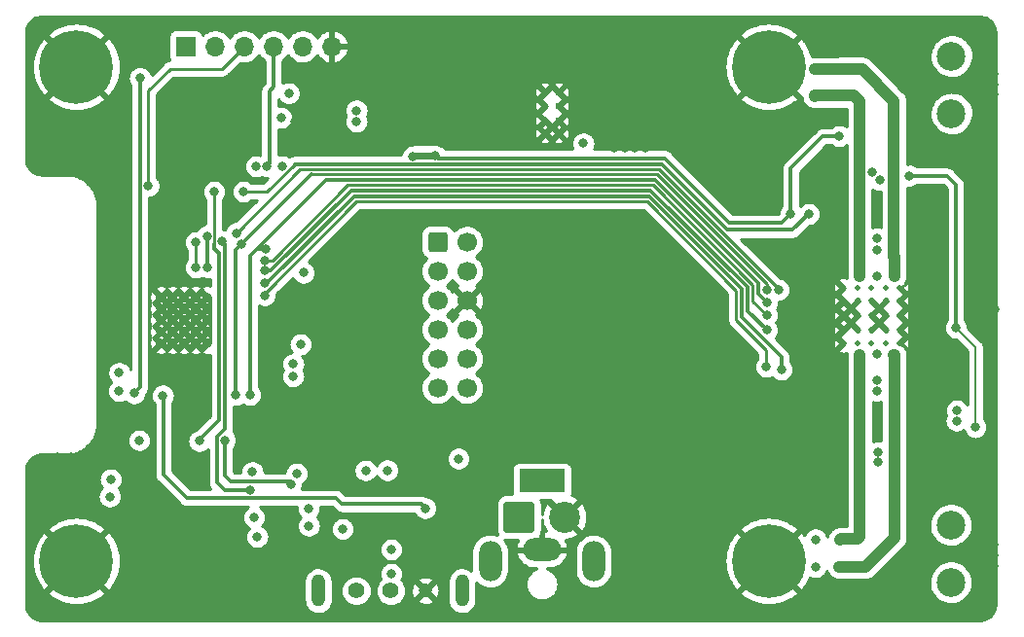
<source format=gbr>
G04 #@! TF.GenerationSoftware,KiCad,Pcbnew,(6.0.5-0)*
G04 #@! TF.CreationDate,2022-10-24T02:35:27+02:00*
G04 #@! TF.ProjectId,muVox,6d75566f-782e-46b6-9963-61645f706362,rc1*
G04 #@! TF.SameCoordinates,Original*
G04 #@! TF.FileFunction,Copper,L2,Inr*
G04 #@! TF.FilePolarity,Positive*
%FSLAX46Y46*%
G04 Gerber Fmt 4.6, Leading zero omitted, Abs format (unit mm)*
G04 Created by KiCad (PCBNEW (6.0.5-0)) date 2022-10-24 02:35:27*
%MOMM*%
%LPD*%
G01*
G04 APERTURE LIST*
G04 Aperture macros list*
%AMRoundRect*
0 Rectangle with rounded corners*
0 $1 Rounding radius*
0 $2 $3 $4 $5 $6 $7 $8 $9 X,Y pos of 4 corners*
0 Add a 4 corners polygon primitive as box body*
4,1,4,$2,$3,$4,$5,$6,$7,$8,$9,$2,$3,0*
0 Add four circle primitives for the rounded corners*
1,1,$1+$1,$2,$3*
1,1,$1+$1,$4,$5*
1,1,$1+$1,$6,$7*
1,1,$1+$1,$8,$9*
0 Add four rect primitives between the rounded corners*
20,1,$1+$1,$2,$3,$4,$5,0*
20,1,$1+$1,$4,$5,$6,$7,0*
20,1,$1+$1,$6,$7,$8,$9,0*
20,1,$1+$1,$8,$9,$2,$3,0*%
G04 Aperture macros list end*
G04 #@! TA.AperFunction,ComponentPad*
%ADD10R,4.000000X2.000000*%
G04 #@! TD*
G04 #@! TA.AperFunction,ComponentPad*
%ADD11O,3.300000X2.000000*%
G04 #@! TD*
G04 #@! TA.AperFunction,ComponentPad*
%ADD12O,2.000000X3.500000*%
G04 #@! TD*
G04 #@! TA.AperFunction,ComponentPad*
%ADD13RoundRect,0.250000X-0.600000X-0.600000X0.600000X-0.600000X0.600000X0.600000X-0.600000X0.600000X0*%
G04 #@! TD*
G04 #@! TA.AperFunction,ComponentPad*
%ADD14C,1.700000*%
G04 #@! TD*
G04 #@! TA.AperFunction,ComponentPad*
%ADD15C,6.400000*%
G04 #@! TD*
G04 #@! TA.AperFunction,ComponentPad*
%ADD16C,2.500000*%
G04 #@! TD*
G04 #@! TA.AperFunction,ComponentPad*
%ADD17RoundRect,0.250001X-1.099999X-1.099999X1.099999X-1.099999X1.099999X1.099999X-1.099999X1.099999X0*%
G04 #@! TD*
G04 #@! TA.AperFunction,ComponentPad*
%ADD18C,2.700000*%
G04 #@! TD*
G04 #@! TA.AperFunction,ComponentPad*
%ADD19R,1.700000X1.700000*%
G04 #@! TD*
G04 #@! TA.AperFunction,ComponentPad*
%ADD20O,1.700000X1.700000*%
G04 #@! TD*
G04 #@! TA.AperFunction,ComponentPad*
%ADD21C,0.500000*%
G04 #@! TD*
G04 #@! TA.AperFunction,ComponentPad*
%ADD22C,0.600000*%
G04 #@! TD*
G04 #@! TA.AperFunction,ComponentPad*
%ADD23C,1.400000*%
G04 #@! TD*
G04 #@! TA.AperFunction,ComponentPad*
%ADD24C,1.200000*%
G04 #@! TD*
G04 #@! TA.AperFunction,ComponentPad*
%ADD25O,1.208000X2.800000*%
G04 #@! TD*
G04 #@! TA.AperFunction,ComponentPad*
%ADD26C,0.800000*%
G04 #@! TD*
G04 #@! TA.AperFunction,ViaPad*
%ADD27C,0.800000*%
G04 #@! TD*
G04 #@! TA.AperFunction,Conductor*
%ADD28C,0.300000*%
G04 #@! TD*
G04 #@! TA.AperFunction,Conductor*
%ADD29C,0.600000*%
G04 #@! TD*
G04 #@! TA.AperFunction,Conductor*
%ADD30C,0.200000*%
G04 #@! TD*
G04 #@! TA.AperFunction,Conductor*
%ADD31C,1.000000*%
G04 #@! TD*
G04 #@! TA.AperFunction,Conductor*
%ADD32C,0.250000*%
G04 #@! TD*
G04 #@! TA.AperFunction,Conductor*
%ADD33C,0.400000*%
G04 #@! TD*
G04 #@! TA.AperFunction,Conductor*
%ADD34C,0.254000*%
G04 #@! TD*
G04 APERTURE END LIST*
D10*
X119260100Y-148789300D03*
D11*
X119260100Y-154789300D03*
D12*
X114760100Y-155789300D03*
X123760100Y-155789300D03*
D13*
X110187600Y-128004300D03*
D14*
X112727600Y-128004300D03*
X110187600Y-130544300D03*
X112727600Y-130544300D03*
X110187600Y-133084300D03*
X112727600Y-133084300D03*
X110187600Y-135624300D03*
X112727600Y-135624300D03*
X110187600Y-138164300D03*
X112727600Y-138164300D03*
X110187600Y-140704300D03*
X112727600Y-140704300D03*
D15*
X78770100Y-155779300D03*
D16*
X154840100Y-157629300D03*
X154840100Y-152629300D03*
D17*
X117270100Y-151954300D03*
D18*
X121230100Y-151954300D03*
D15*
X78770100Y-112759300D03*
D19*
X88290100Y-110979300D03*
D20*
X90830100Y-110979300D03*
X93370100Y-110979300D03*
X95910100Y-110979300D03*
X98450100Y-110979300D03*
X100990100Y-110979300D03*
D21*
X145482950Y-136848950D03*
X149191350Y-133140550D03*
X150359750Y-135680550D03*
X147921350Y-135680550D03*
X147921350Y-131972150D03*
X147921350Y-136848950D03*
X147921350Y-133140550D03*
X146752950Y-131972150D03*
X146752950Y-133140550D03*
X146752950Y-134410550D03*
X145482950Y-131972150D03*
X150359750Y-133140550D03*
X149191350Y-134410550D03*
X149191350Y-136848950D03*
X145482950Y-134410550D03*
X149191350Y-131972150D03*
X147921350Y-134410550D03*
X145482950Y-135680550D03*
X146752950Y-135680550D03*
X150359750Y-136848950D03*
X150359750Y-131972150D03*
X149191350Y-135680550D03*
X146752950Y-136848950D03*
X150359750Y-134410550D03*
X145482950Y-133140550D03*
D22*
X119522600Y-116161800D03*
X120722600Y-118561800D03*
X120722600Y-116161800D03*
X119522600Y-114961800D03*
X120722600Y-114961800D03*
X119522600Y-118561800D03*
X119522600Y-117461800D03*
X120722600Y-117461800D03*
D23*
X103120400Y-158362800D03*
X106120400Y-158362800D03*
D24*
X109120400Y-158362800D03*
D25*
X99820400Y-158362800D03*
X112320400Y-158362800D03*
D15*
X139000000Y-112759300D03*
D26*
X87140100Y-134810550D03*
X86140100Y-132810550D03*
X86140100Y-135810550D03*
X89140100Y-133810550D03*
X87140100Y-133810550D03*
X88140100Y-135810550D03*
X89140100Y-136810550D03*
X87140100Y-132810550D03*
X86140100Y-134810550D03*
X90140100Y-136810550D03*
X89140100Y-134810550D03*
X86140100Y-133810550D03*
X88140100Y-133810550D03*
X89140100Y-132810550D03*
X90140100Y-133810550D03*
X88140100Y-134810550D03*
X90140100Y-132810550D03*
X88140100Y-136810550D03*
X89140100Y-135810550D03*
X87140100Y-135810550D03*
X86140100Y-136810550D03*
X87140100Y-136810550D03*
X90140100Y-134810550D03*
X90140100Y-135810550D03*
X88140100Y-132810550D03*
D16*
X154890100Y-111829300D03*
X154890100Y-116829300D03*
D15*
X139000000Y-155779300D03*
D27*
X157640100Y-113382700D03*
X127814900Y-113148100D03*
X126443300Y-119839300D03*
X98715100Y-118429300D03*
X157640100Y-114282700D03*
X97815100Y-117529300D03*
X107755700Y-114302100D03*
X129491300Y-136168100D03*
X83108800Y-147421600D03*
X158020000Y-123740000D03*
X156640000Y-123730000D03*
X129491300Y-134368100D03*
X111355700Y-114302100D03*
X109555700Y-112491100D03*
X106855700Y-114305500D03*
X130391300Y-136168100D03*
X140490000Y-136413910D03*
X133087100Y-136182500D03*
X152840100Y-128729300D03*
X158540100Y-154379300D03*
X132187100Y-133482500D03*
X129491300Y-133468100D03*
X152490100Y-123679300D03*
X132187100Y-136182500D03*
X156740100Y-156182700D03*
X108655700Y-112487700D03*
X128727200Y-114071400D03*
X138887200Y-140893800D03*
X127811500Y-112248100D03*
X158020920Y-137023510D03*
X133087100Y-133482500D03*
X94190100Y-114029300D03*
X107755700Y-115202100D03*
X157640100Y-155282700D03*
X158540100Y-115179300D03*
X128272100Y-119839300D03*
X109555700Y-115205500D03*
X148410100Y-124069300D03*
X129616200Y-113157000D03*
X131287900Y-132568100D03*
X130391300Y-137068100D03*
X133087100Y-137082500D03*
X107755700Y-112487700D03*
X101295200Y-148488400D03*
X110455700Y-115202100D03*
X106855700Y-115205500D03*
X126911500Y-112248100D03*
X158690100Y-133879300D03*
X151390100Y-123679300D03*
X133087100Y-134382500D03*
X127372100Y-119839300D03*
X99822000Y-148488400D03*
X129612800Y-112257000D03*
X78333600Y-146710400D03*
X140490000Y-134660000D03*
X156740100Y-114282700D03*
X156740100Y-154382700D03*
X111355700Y-112487700D03*
X105235800Y-153983400D03*
X98715100Y-117529300D03*
X158540100Y-114279300D03*
X110455700Y-112487700D03*
X89281000Y-148259800D03*
X106855700Y-112491100D03*
X107755700Y-113387700D03*
X156740100Y-155282700D03*
X127814900Y-114048100D03*
X109555700Y-113391100D03*
X108655700Y-114302100D03*
X130391300Y-134368100D03*
X158540100Y-155279300D03*
X77114400Y-146735800D03*
X109555700Y-114305500D03*
X108655700Y-113387700D03*
X131291300Y-133468100D03*
X156740100Y-115182700D03*
X158540100Y-113379300D03*
X111355700Y-113387700D03*
X125594100Y-119839300D03*
X153600000Y-123700000D03*
X104709434Y-148905434D03*
X148444760Y-144683976D03*
X157330000Y-124370000D03*
X114808000Y-143510000D03*
X111355700Y-115202100D03*
X129616200Y-114071400D03*
X131291300Y-136168100D03*
X133083700Y-135282500D03*
X132183700Y-132582500D03*
X110455700Y-114302100D03*
X157640100Y-115182700D03*
X145240100Y-123179300D03*
X156740100Y-113382700D03*
X129487900Y-132568100D03*
X126914900Y-114048100D03*
X110846200Y-149308000D03*
X131291300Y-134368100D03*
X105896200Y-153272200D03*
X131291300Y-137068100D03*
X130391300Y-133468100D03*
X129487900Y-135268100D03*
X88442800Y-148894800D03*
X116840000Y-125984000D03*
X129491300Y-137068100D03*
X132183700Y-135282500D03*
X99615100Y-118425900D03*
X157640100Y-156182700D03*
X132187100Y-137082500D03*
X132187100Y-134382500D03*
X130387900Y-135268100D03*
X133083700Y-132582500D03*
X110455700Y-113387700D03*
X130387900Y-132568100D03*
X99615100Y-117525900D03*
X113895700Y-117858100D03*
X126914900Y-113148100D03*
X128712800Y-112257000D03*
X128716200Y-113157000D03*
X108655700Y-115202100D03*
X131287900Y-135268100D03*
X97815100Y-118429300D03*
X106855700Y-113391100D03*
X158540100Y-156179300D03*
X157640100Y-154382700D03*
X99000897Y-152712939D03*
X98264600Y-136908100D03*
X108015100Y-120569120D03*
X98531500Y-130687900D03*
X94513400Y-153670000D03*
X156982600Y-144136800D03*
X110015100Y-120529300D03*
X103140100Y-117529300D03*
X145110200Y-118793410D03*
X94221184Y-151971716D03*
X140901220Y-125568110D03*
X103140100Y-116554300D03*
X155290100Y-135479300D03*
X151240100Y-122229300D03*
X82500000Y-139400000D03*
X96600000Y-117200000D03*
X101930200Y-152984200D03*
X82490100Y-140979300D03*
X97235358Y-115054302D03*
X97925000Y-148175000D03*
X94090600Y-148031200D03*
X84250000Y-145275000D03*
X84290100Y-113729300D03*
X83790100Y-141179300D03*
X112000000Y-146875000D03*
X106146600Y-156895800D03*
X148394320Y-130978310D03*
X148419720Y-128692310D03*
X148419720Y-127701710D03*
X148394320Y-140071510D03*
X148669856Y-122629544D03*
X148419720Y-137785510D03*
X148394320Y-140960510D03*
X148010100Y-121969789D03*
X148463720Y-147183310D03*
X148530100Y-146299300D03*
X86300000Y-141375000D03*
X109109200Y-151181200D03*
X146921120Y-140071510D03*
X146895720Y-137760110D03*
X145180100Y-153919300D03*
X143052800Y-153898600D03*
X146895720Y-128733310D03*
X146921120Y-131003710D03*
X145280100Y-115259300D03*
X142976600Y-115316000D03*
X149892920Y-137760110D03*
X143060100Y-156319300D03*
X149918320Y-140071510D03*
X145130100Y-156279300D03*
X149892920Y-128733310D03*
X149918320Y-131003710D03*
X142970100Y-112969300D03*
X145250100Y-112929300D03*
X138818520Y-135677310D03*
X103922900Y-147901700D03*
X97639700Y-139702100D03*
X95150500Y-130507300D03*
X105827400Y-147886800D03*
X95150500Y-129592900D03*
X97639700Y-138635300D03*
X138818520Y-134381910D03*
X85040100Y-123129300D03*
X95325000Y-121425000D03*
X155328520Y-143576710D03*
X155346803Y-142677393D03*
X93118500Y-128221300D03*
X92640100Y-141329300D03*
X138843920Y-132172110D03*
X95201300Y-128576900D03*
X93890100Y-141329300D03*
X138818520Y-133289710D03*
X139859920Y-132172110D03*
X92690100Y-127229300D03*
X90140100Y-130203320D03*
X95136589Y-131610989D03*
X140092628Y-139127601D03*
X90140100Y-127479300D03*
X89140100Y-128029300D03*
X95150500Y-132640900D03*
X138796532Y-138856811D03*
X89141064Y-130233855D03*
X93878400Y-149606000D03*
X91442100Y-127967300D03*
X97425000Y-149075000D03*
X91670692Y-145264693D03*
X81675000Y-150175000D03*
X96667231Y-121417231D03*
X81750000Y-148675000D03*
X94411800Y-121425000D03*
X90758897Y-123621231D03*
X89458800Y-145338800D03*
X106172000Y-154787600D03*
X122865100Y-119429800D03*
X98958400Y-151206200D03*
X93292374Y-123622185D03*
X142476220Y-125568110D03*
D28*
X110188700Y-120702900D02*
X129948500Y-120702900D01*
X145110200Y-118793410D02*
X143713620Y-118793410D01*
X155290100Y-123049270D02*
X155290100Y-135479300D01*
D29*
X109934700Y-120448900D02*
X110015100Y-120529300D01*
D28*
X143713620Y-118793410D02*
X140901220Y-121605810D01*
D29*
X108135320Y-120448900D02*
X109934700Y-120448900D01*
D28*
X140151219Y-126318111D02*
X140901220Y-125568110D01*
X151240100Y-122229300D02*
X154470130Y-122229300D01*
D29*
X108015100Y-120569120D02*
X108135320Y-120448900D01*
D28*
X140901220Y-121605810D02*
X140901220Y-125568110D01*
D30*
X156982600Y-137171800D02*
X155290100Y-135479300D01*
X156982600Y-144371800D02*
X156982600Y-137171800D01*
D28*
X135563711Y-126318111D02*
X140151219Y-126318111D01*
X154470130Y-122229300D02*
X155290100Y-123049270D01*
X110015100Y-120529300D02*
X110188700Y-120702900D01*
X129948500Y-120702900D02*
X135563711Y-126318111D01*
X84290100Y-113729300D02*
X84290100Y-140679300D01*
X84290100Y-140679300D02*
X83790100Y-141179300D01*
X88366600Y-150291800D02*
X101336852Y-150291800D01*
X101867963Y-150822911D02*
X108750911Y-150822911D01*
X86300000Y-141375000D02*
X86360000Y-141435000D01*
X101336852Y-150291800D02*
X101867963Y-150822911D01*
X108750911Y-150822911D02*
X109109200Y-151181200D01*
X86360000Y-141435000D02*
X86360000Y-148285200D01*
X86360000Y-148285200D02*
X88366600Y-150291800D01*
D31*
X146700100Y-153859300D02*
X145240100Y-153859300D01*
X146921120Y-140071510D02*
X146921120Y-153638280D01*
X145240100Y-153859300D02*
X145180100Y-153919300D01*
X146921120Y-140071510D02*
X146921120Y-137857720D01*
X146921120Y-137857720D02*
X146895720Y-137832320D01*
X146921120Y-153638280D02*
X146700100Y-153859300D01*
X146485100Y-115324300D02*
X146895720Y-115734920D01*
X142976600Y-115316000D02*
X143033300Y-115259300D01*
X146895720Y-130956900D02*
X146921120Y-130982300D01*
X146895720Y-115734920D02*
X146895720Y-130956900D01*
X143033300Y-115259300D02*
X145280100Y-115259300D01*
X145280100Y-115259300D02*
X146420100Y-115259300D01*
X146420100Y-115259300D02*
X146485100Y-115324300D01*
X145130100Y-156279300D02*
X147426530Y-156279300D01*
X147426530Y-156279300D02*
X149918320Y-153787510D01*
X149918320Y-153787510D02*
X149918320Y-140071510D01*
X149918320Y-137857720D02*
X149892920Y-137832320D01*
X149918320Y-140071510D02*
X149918320Y-137857720D01*
X145210100Y-112969300D02*
X145250100Y-112929300D01*
X142970100Y-112969300D02*
X145210100Y-112969300D01*
X149892920Y-129257995D02*
X149918320Y-129283395D01*
X149892920Y-115712910D02*
X149892920Y-129257995D01*
X147109310Y-112929300D02*
X149892920Y-115712910D01*
X149918320Y-129283395D02*
X149918320Y-130982300D01*
X145250100Y-112929300D02*
X147109310Y-112929300D01*
D28*
X128715484Y-123504300D02*
X137144462Y-131933278D01*
X95150500Y-130507300D02*
X95658500Y-130507300D01*
X95658500Y-130507300D02*
X102661500Y-123504300D01*
X102661500Y-123504300D02*
X128715484Y-123504300D01*
X137144462Y-134003252D02*
X138818520Y-135677310D01*
X137144462Y-131933278D02*
X137144462Y-134003252D01*
D32*
X95150500Y-129592900D02*
X95810900Y-129592900D01*
X137618982Y-131736726D02*
X137618982Y-133182372D01*
X137618982Y-133182372D02*
X138818520Y-134381910D01*
X128911556Y-123029300D02*
X137618982Y-131736726D01*
X102374500Y-123029300D02*
X128911556Y-123029300D01*
X95810900Y-129592900D02*
X102374500Y-123029300D01*
X93370100Y-110979300D02*
X91418900Y-112930500D01*
X85040100Y-114811300D02*
X85040100Y-123129300D01*
X91418900Y-112930500D02*
X86920900Y-112930500D01*
X86920900Y-112930500D02*
X85040100Y-114811300D01*
D28*
X95556900Y-114863000D02*
X95910100Y-114509800D01*
X95910100Y-114509800D02*
X95910100Y-110979300D01*
X95556900Y-121193100D02*
X95556900Y-114863000D01*
X95325000Y-121425000D02*
X95556900Y-121193100D01*
X92640100Y-141329300D02*
X92640100Y-128699700D01*
X92640100Y-128699700D02*
X93118500Y-128221300D01*
D32*
X138843920Y-132172110D02*
X138843920Y-131690228D01*
X138843920Y-131690228D02*
X129282992Y-122129300D01*
D28*
X99210500Y-122129300D02*
X92640100Y-128699700D01*
D32*
X129282992Y-122129300D02*
X99210500Y-122129300D01*
D28*
X138068502Y-131550528D02*
X138068502Y-132539692D01*
X93890100Y-129179300D02*
X100490100Y-122579300D01*
X100490100Y-122579300D02*
X129097274Y-122579300D01*
X129097274Y-122579300D02*
X138068502Y-131550528D01*
X95201300Y-128576900D02*
X94492500Y-128576900D01*
X138068502Y-132539692D02*
X138818520Y-133289710D01*
X94492500Y-128576900D02*
X93890100Y-129179300D01*
X93890100Y-141329300D02*
X93890100Y-129179300D01*
D32*
X98240100Y-121679300D02*
X129468710Y-121679300D01*
X139859920Y-132070510D02*
X139859920Y-132172110D01*
X129468710Y-121679300D02*
X139859920Y-132070510D01*
X92690100Y-127229300D02*
X98240100Y-121679300D01*
D33*
X139859920Y-132172110D02*
X139859920Y-132004108D01*
D28*
X90140100Y-130203320D02*
X90140100Y-127479300D01*
X128576300Y-124004300D02*
X136644942Y-132072942D01*
X136644942Y-132072942D02*
X136644942Y-134570532D01*
X102915100Y-124004300D02*
X128576300Y-124004300D01*
X136644942Y-134570532D02*
X140092628Y-138018218D01*
X95308411Y-131610989D02*
X102915100Y-124004300D01*
X95136589Y-131610989D02*
X95308411Y-131610989D01*
X140092628Y-138018218D02*
X140092628Y-139127601D01*
D32*
X95150500Y-132480255D02*
X103151455Y-124479300D01*
X128419300Y-124479300D02*
X136170423Y-132230423D01*
X103151455Y-124479300D02*
X128419300Y-124479300D01*
X89141064Y-128030264D02*
X89140100Y-128029300D01*
X95150500Y-132640900D02*
X95150500Y-132480255D01*
X138796532Y-137435732D02*
X138796532Y-138856811D01*
X89141064Y-130233855D02*
X89141064Y-128030264D01*
X136170423Y-132230423D02*
X136170423Y-134809623D01*
X136170423Y-134809623D02*
X138796532Y-137435732D01*
D28*
X91696100Y-144320737D02*
X91696100Y-128221300D01*
X91021181Y-148958581D02*
X91021181Y-144995656D01*
X91668600Y-149606000D02*
X91021181Y-148958581D01*
X93878400Y-149606000D02*
X91668600Y-149606000D01*
X91021181Y-144995656D02*
X91696100Y-144320737D01*
X91696100Y-128221300D02*
X91442100Y-127967300D01*
X97244800Y-148894800D02*
X92227400Y-148894800D01*
X97425000Y-149075000D02*
X97244800Y-148894800D01*
X92227400Y-148894800D02*
X91670692Y-148338092D01*
X91670692Y-148338092D02*
X91670692Y-145264693D01*
X90781700Y-128576900D02*
X90789611Y-128568989D01*
X89458800Y-145338800D02*
X89458800Y-145241400D01*
X91188100Y-128983300D02*
X90781700Y-128576900D01*
D32*
X90789611Y-123651945D02*
X90789611Y-128178811D01*
X90758897Y-123621231D02*
X90789611Y-123651945D01*
D28*
X90789611Y-128568989D02*
X90789611Y-128178811D01*
X89458800Y-145241400D02*
X91188100Y-143512100D01*
X91188100Y-143512100D02*
X91188100Y-128983300D01*
X135352631Y-126900500D02*
X135406431Y-126954300D01*
X129670751Y-121218620D02*
X135352631Y-126900500D01*
D32*
X93292374Y-123622185D02*
X95345455Y-123622185D01*
D28*
X141090030Y-126954300D02*
X142476220Y-125568110D01*
X97749020Y-121218620D02*
X129670751Y-121218620D01*
D32*
X95345455Y-123622185D02*
X97749020Y-121218620D01*
D28*
X135406431Y-126954300D02*
X141090030Y-126954300D01*
D34*
X128932500Y-119229700D02*
X124258900Y-119229700D01*
X123598500Y-118620100D01*
X123510639Y-118620100D01*
X123395913Y-118536746D01*
X123373101Y-118523575D01*
X123198637Y-118445899D01*
X123173585Y-118437759D01*
X122986784Y-118398053D01*
X122960587Y-118395300D01*
X122769613Y-118395300D01*
X122743416Y-118398053D01*
X122556615Y-118437759D01*
X122531563Y-118445899D01*
X122357099Y-118523575D01*
X122334287Y-118536746D01*
X122179786Y-118648998D01*
X122160211Y-118666624D01*
X122032424Y-118808546D01*
X122016941Y-118829856D01*
X121921454Y-118995244D01*
X121910740Y-119019308D01*
X121900687Y-119050248D01*
X121617300Y-119280500D01*
X121210597Y-119280500D01*
X121212181Y-119271613D01*
X121184876Y-119206077D01*
X121176026Y-119196246D01*
X120811695Y-118831915D01*
X120749383Y-118797889D01*
X120678568Y-118802954D01*
X120633504Y-118831915D01*
X120266928Y-119198492D01*
X120232903Y-119260804D01*
X120234312Y-119280500D01*
X120010597Y-119280500D01*
X120012181Y-119271613D01*
X119984876Y-119206077D01*
X119976026Y-119196246D01*
X119611695Y-118831915D01*
X119549383Y-118797889D01*
X119478568Y-118802954D01*
X119433504Y-118831915D01*
X119066928Y-119198492D01*
X119032903Y-119260804D01*
X119034312Y-119280500D01*
X103786500Y-119280500D01*
X103786500Y-118562742D01*
X118584167Y-118562742D01*
X118601856Y-118743151D01*
X118607697Y-118770628D01*
X118664916Y-118942634D01*
X118676699Y-118968135D01*
X118690977Y-118991710D01*
X118743375Y-119039616D01*
X118813355Y-119051588D01*
X118878699Y-119023826D01*
X118887847Y-119015533D01*
X119252485Y-118650896D01*
X119286510Y-118588583D01*
X119282679Y-118535017D01*
X119758690Y-118535017D01*
X119763754Y-118605832D01*
X119792715Y-118650896D01*
X120033505Y-118891685D01*
X120095817Y-118925710D01*
X120166633Y-118920645D01*
X120211695Y-118891685D01*
X120452485Y-118650896D01*
X120486510Y-118588583D01*
X120482679Y-118535017D01*
X120958690Y-118535017D01*
X120963754Y-118605832D01*
X120992715Y-118650896D01*
X121358817Y-119016997D01*
X121421129Y-119051022D01*
X121491945Y-119045957D01*
X121548780Y-119003410D01*
X121565700Y-118972645D01*
X121627956Y-118808757D01*
X121634942Y-118781548D01*
X121660170Y-118602038D01*
X121661384Y-118586262D01*
X121661701Y-118563559D01*
X121660928Y-118547755D01*
X121640722Y-118367611D01*
X121634498Y-118340219D01*
X121574883Y-118169028D01*
X121562748Y-118143698D01*
X121554001Y-118129699D01*
X121500941Y-118082527D01*
X121430801Y-118071530D01*
X121365851Y-118100200D01*
X121358050Y-118107370D01*
X120992715Y-118472704D01*
X120958690Y-118535017D01*
X120482679Y-118535017D01*
X120481446Y-118517768D01*
X120452485Y-118472704D01*
X120211695Y-118231915D01*
X120149383Y-118197890D01*
X120078567Y-118202955D01*
X120033505Y-118231915D01*
X119792715Y-118472704D01*
X119758690Y-118535017D01*
X119282679Y-118535017D01*
X119281446Y-118517768D01*
X119252485Y-118472704D01*
X118886345Y-118106565D01*
X118824033Y-118072540D01*
X118753217Y-118077605D01*
X118696382Y-118120152D01*
X118691344Y-118127398D01*
X118688379Y-118131998D01*
X118675884Y-118157167D01*
X118613885Y-118327509D01*
X118607280Y-118354811D01*
X118584560Y-118534655D01*
X118584167Y-118562742D01*
X103786500Y-118562742D01*
X103786500Y-118338375D01*
X103825414Y-118310102D01*
X103844989Y-118292476D01*
X103972776Y-118150554D01*
X103988259Y-118129244D01*
X104071529Y-117985017D01*
X119208690Y-117985017D01*
X119213755Y-118055833D01*
X119242715Y-118100895D01*
X119433504Y-118291685D01*
X119495816Y-118325710D01*
X119566632Y-118320646D01*
X119611696Y-118291685D01*
X119802485Y-118100895D01*
X119836510Y-118038583D01*
X119832679Y-117985017D01*
X120408690Y-117985017D01*
X120413755Y-118055833D01*
X120442715Y-118100895D01*
X120633504Y-118291685D01*
X120695816Y-118325710D01*
X120766632Y-118320646D01*
X120811696Y-118291685D01*
X121002485Y-118100895D01*
X121036510Y-118038583D01*
X121031445Y-117967767D01*
X121002485Y-117922705D01*
X120811696Y-117731915D01*
X120749384Y-117697890D01*
X120678568Y-117702954D01*
X120633504Y-117731915D01*
X120442715Y-117922705D01*
X120408690Y-117985017D01*
X119832679Y-117985017D01*
X119831445Y-117967767D01*
X119802485Y-117922705D01*
X119611696Y-117731915D01*
X119549384Y-117697890D01*
X119478568Y-117702954D01*
X119433504Y-117731915D01*
X119242715Y-117922705D01*
X119208690Y-117985017D01*
X104071529Y-117985017D01*
X104083746Y-117963856D01*
X104094460Y-117939792D01*
X104153475Y-117758164D01*
X104158952Y-117732398D01*
X104178914Y-117542470D01*
X104178914Y-117516130D01*
X104173303Y-117462742D01*
X118584167Y-117462742D01*
X118601856Y-117643151D01*
X118607697Y-117670628D01*
X118664916Y-117842634D01*
X118676699Y-117868135D01*
X118690977Y-117891710D01*
X118743375Y-117939616D01*
X118813355Y-117951588D01*
X118878699Y-117923826D01*
X118887847Y-117915533D01*
X119252485Y-117550896D01*
X119286510Y-117488583D01*
X119281446Y-117417768D01*
X119252485Y-117372704D01*
X118886345Y-117006565D01*
X118824033Y-116972540D01*
X118753217Y-116977605D01*
X118696382Y-117020152D01*
X118691344Y-117027398D01*
X118688379Y-117031998D01*
X118675884Y-117057167D01*
X118613885Y-117227509D01*
X118607280Y-117254811D01*
X118584560Y-117434655D01*
X118584167Y-117462742D01*
X104173303Y-117462742D01*
X104158952Y-117326202D01*
X104153475Y-117300436D01*
X104094460Y-117118808D01*
X104083746Y-117094744D01*
X104053179Y-117041800D01*
X104083746Y-116988856D01*
X104094460Y-116964792D01*
X104152873Y-116785017D01*
X119108690Y-116785017D01*
X119113755Y-116855832D01*
X119142715Y-116900895D01*
X119433504Y-117191685D01*
X120033504Y-117791684D01*
X120095817Y-117825709D01*
X120166632Y-117820645D01*
X120211695Y-117791685D01*
X120568364Y-117435017D01*
X120958690Y-117435017D01*
X120963754Y-117505832D01*
X120992715Y-117550896D01*
X121358817Y-117916997D01*
X121421129Y-117951022D01*
X121491945Y-117945957D01*
X121548780Y-117903410D01*
X121565700Y-117872645D01*
X121627956Y-117708757D01*
X121634942Y-117681548D01*
X121660170Y-117502038D01*
X121661384Y-117486262D01*
X121661701Y-117463559D01*
X121660928Y-117447755D01*
X121640722Y-117267611D01*
X121634498Y-117240219D01*
X121574883Y-117069028D01*
X121562748Y-117043698D01*
X121554001Y-117029699D01*
X121500941Y-116982527D01*
X121430801Y-116971530D01*
X121365851Y-117000200D01*
X121358050Y-117007370D01*
X120992715Y-117372704D01*
X120958690Y-117435017D01*
X120568364Y-117435017D01*
X120811695Y-117191686D01*
X121102484Y-116900896D01*
X121136509Y-116838583D01*
X121131445Y-116767768D01*
X121102485Y-116722705D01*
X120541580Y-116161800D01*
X120568363Y-116135017D01*
X120958690Y-116135017D01*
X120963754Y-116205832D01*
X120992715Y-116250896D01*
X121358817Y-116616997D01*
X121421129Y-116651022D01*
X121491945Y-116645957D01*
X121548780Y-116603410D01*
X121565700Y-116572645D01*
X121627956Y-116408757D01*
X121634942Y-116381548D01*
X121660170Y-116202038D01*
X121661384Y-116186262D01*
X121661701Y-116163559D01*
X121660928Y-116147755D01*
X121640722Y-115967611D01*
X121634498Y-115940219D01*
X121574883Y-115769028D01*
X121562748Y-115743698D01*
X121554001Y-115729699D01*
X121500941Y-115682527D01*
X121430801Y-115671530D01*
X121365851Y-115700200D01*
X121358050Y-115707370D01*
X120992715Y-116072704D01*
X120958690Y-116135017D01*
X120568363Y-116135017D01*
X120811695Y-115891685D01*
X121052484Y-115650895D01*
X121086510Y-115588583D01*
X121081445Y-115517768D01*
X121052485Y-115472705D01*
X120514798Y-114935017D01*
X120958690Y-114935017D01*
X120963754Y-115005832D01*
X120992715Y-115050896D01*
X121358817Y-115416997D01*
X121421129Y-115451022D01*
X121491945Y-115445957D01*
X121548780Y-115403410D01*
X121565700Y-115372645D01*
X121627956Y-115208757D01*
X121634942Y-115181548D01*
X121660170Y-115002038D01*
X121661384Y-114986262D01*
X121661701Y-114963559D01*
X121660928Y-114947755D01*
X121640722Y-114767611D01*
X121634498Y-114740219D01*
X121574883Y-114569028D01*
X121562748Y-114543698D01*
X121554001Y-114529699D01*
X121500941Y-114482527D01*
X121430801Y-114471530D01*
X121365851Y-114500200D01*
X121358050Y-114507370D01*
X120992715Y-114872704D01*
X120958690Y-114935017D01*
X120514798Y-114935017D01*
X120452486Y-114872705D01*
X120211696Y-114631916D01*
X120149383Y-114597891D01*
X120078568Y-114602955D01*
X120033505Y-114631915D01*
X119792715Y-114872704D01*
X119433505Y-115231914D01*
X119192716Y-115472704D01*
X119158691Y-115535017D01*
X119163755Y-115605832D01*
X119192715Y-115650895D01*
X119703620Y-116161800D01*
X119433505Y-116431915D01*
X119142716Y-116722705D01*
X119108690Y-116785017D01*
X104152873Y-116785017D01*
X104153475Y-116783164D01*
X104158952Y-116757398D01*
X104178914Y-116567470D01*
X104178914Y-116541130D01*
X104158952Y-116351202D01*
X104153475Y-116325436D01*
X104100612Y-116162742D01*
X118584167Y-116162742D01*
X118601856Y-116343151D01*
X118607697Y-116370628D01*
X118664916Y-116542634D01*
X118676699Y-116568135D01*
X118690977Y-116591710D01*
X118743375Y-116639616D01*
X118813355Y-116651588D01*
X118878699Y-116623826D01*
X118887847Y-116615533D01*
X119252485Y-116250896D01*
X119286510Y-116188583D01*
X119281446Y-116117768D01*
X119252485Y-116072704D01*
X118886345Y-115706565D01*
X118824033Y-115672540D01*
X118753217Y-115677605D01*
X118696382Y-115720152D01*
X118691344Y-115727398D01*
X118688379Y-115731998D01*
X118675884Y-115757167D01*
X118613885Y-115927509D01*
X118607280Y-115954811D01*
X118584560Y-116134655D01*
X118584167Y-116162742D01*
X104100612Y-116162742D01*
X104094460Y-116143808D01*
X104083746Y-116119744D01*
X103988259Y-115954356D01*
X103972776Y-115933046D01*
X103844989Y-115791124D01*
X103825414Y-115773498D01*
X103786500Y-115745225D01*
X103786500Y-114962742D01*
X118584167Y-114962742D01*
X118601856Y-115143151D01*
X118607697Y-115170628D01*
X118664916Y-115342634D01*
X118676699Y-115368135D01*
X118690977Y-115391710D01*
X118743375Y-115439616D01*
X118813355Y-115451588D01*
X118878699Y-115423826D01*
X118887847Y-115415533D01*
X119252485Y-115050896D01*
X119286510Y-114988583D01*
X119281446Y-114917768D01*
X119252485Y-114872704D01*
X118886345Y-114506565D01*
X118824033Y-114472540D01*
X118753217Y-114477605D01*
X118696382Y-114520152D01*
X118691344Y-114527398D01*
X118688379Y-114531998D01*
X118675884Y-114557167D01*
X118613885Y-114727509D01*
X118607280Y-114754811D01*
X118584560Y-114934655D01*
X118584167Y-114962742D01*
X103786500Y-114962742D01*
X103786500Y-114253090D01*
X119032582Y-114253090D01*
X119060798Y-114318239D01*
X119068532Y-114326712D01*
X119433504Y-114691685D01*
X119495817Y-114725710D01*
X119566632Y-114720646D01*
X119611696Y-114691685D01*
X119977418Y-114325962D01*
X120011443Y-114263650D01*
X120010688Y-114253090D01*
X120232582Y-114253090D01*
X120260798Y-114318239D01*
X120268532Y-114326712D01*
X120633504Y-114691685D01*
X120695817Y-114725710D01*
X120766632Y-114720646D01*
X120811696Y-114691685D01*
X121177418Y-114325962D01*
X121211443Y-114263650D01*
X121206378Y-114192834D01*
X121163831Y-114135999D01*
X121155841Y-114130485D01*
X121146564Y-114124597D01*
X121121312Y-114112280D01*
X120950542Y-114051471D01*
X120923194Y-114045056D01*
X120743196Y-114023593D01*
X120715107Y-114023397D01*
X120534826Y-114042345D01*
X120507391Y-114048377D01*
X120335788Y-114106795D01*
X120310372Y-114118755D01*
X120291607Y-114130299D01*
X120244067Y-114183029D01*
X120232582Y-114253090D01*
X120010688Y-114253090D01*
X120006378Y-114192834D01*
X119963831Y-114135999D01*
X119955841Y-114130485D01*
X119946564Y-114124597D01*
X119921312Y-114112280D01*
X119750542Y-114051471D01*
X119723194Y-114045056D01*
X119543196Y-114023593D01*
X119515107Y-114023397D01*
X119334826Y-114042345D01*
X119307391Y-114048377D01*
X119135788Y-114106795D01*
X119110372Y-114118755D01*
X119091607Y-114130299D01*
X119044067Y-114183029D01*
X119032582Y-114253090D01*
X103786500Y-114253090D01*
X103786500Y-108371810D01*
X128932500Y-108371810D01*
X128932500Y-119229700D01*
X128932500Y-119229700D02*
X128932500Y-108371810D01*
G04 #@! TA.AperFunction,Conductor*
G36*
X128932500Y-119229700D02*
G01*
X124258900Y-119229700D01*
X123598500Y-118620100D01*
X123510639Y-118620100D01*
X123395913Y-118536746D01*
X123373101Y-118523575D01*
X123198637Y-118445899D01*
X123173585Y-118437759D01*
X122986784Y-118398053D01*
X122960587Y-118395300D01*
X122769613Y-118395300D01*
X122743416Y-118398053D01*
X122556615Y-118437759D01*
X122531563Y-118445899D01*
X122357099Y-118523575D01*
X122334287Y-118536746D01*
X122179786Y-118648998D01*
X122160211Y-118666624D01*
X122032424Y-118808546D01*
X122016941Y-118829856D01*
X121921454Y-118995244D01*
X121910740Y-119019308D01*
X121900687Y-119050248D01*
X121617300Y-119280500D01*
X121210597Y-119280500D01*
X121212181Y-119271613D01*
X121184876Y-119206077D01*
X121176026Y-119196246D01*
X120811695Y-118831915D01*
X120749383Y-118797889D01*
X120678568Y-118802954D01*
X120633504Y-118831915D01*
X120266928Y-119198492D01*
X120232903Y-119260804D01*
X120234312Y-119280500D01*
X120010597Y-119280500D01*
X120012181Y-119271613D01*
X119984876Y-119206077D01*
X119976026Y-119196246D01*
X119611695Y-118831915D01*
X119549383Y-118797889D01*
X119478568Y-118802954D01*
X119433504Y-118831915D01*
X119066928Y-119198492D01*
X119032903Y-119260804D01*
X119034312Y-119280500D01*
X103786500Y-119280500D01*
X103786500Y-118562742D01*
X118584167Y-118562742D01*
X118601856Y-118743151D01*
X118607697Y-118770628D01*
X118664916Y-118942634D01*
X118676699Y-118968135D01*
X118690977Y-118991710D01*
X118743375Y-119039616D01*
X118813355Y-119051588D01*
X118878699Y-119023826D01*
X118887847Y-119015533D01*
X119252485Y-118650896D01*
X119286510Y-118588583D01*
X119282679Y-118535017D01*
X119758690Y-118535017D01*
X119763754Y-118605832D01*
X119792715Y-118650896D01*
X120033505Y-118891685D01*
X120095817Y-118925710D01*
X120166633Y-118920645D01*
X120211695Y-118891685D01*
X120452485Y-118650896D01*
X120486510Y-118588583D01*
X120482679Y-118535017D01*
X120958690Y-118535017D01*
X120963754Y-118605832D01*
X120992715Y-118650896D01*
X121358817Y-119016997D01*
X121421129Y-119051022D01*
X121491945Y-119045957D01*
X121548780Y-119003410D01*
X121565700Y-118972645D01*
X121627956Y-118808757D01*
X121634942Y-118781548D01*
X121660170Y-118602038D01*
X121661384Y-118586262D01*
X121661701Y-118563559D01*
X121660928Y-118547755D01*
X121640722Y-118367611D01*
X121634498Y-118340219D01*
X121574883Y-118169028D01*
X121562748Y-118143698D01*
X121554001Y-118129699D01*
X121500941Y-118082527D01*
X121430801Y-118071530D01*
X121365851Y-118100200D01*
X121358050Y-118107370D01*
X120992715Y-118472704D01*
X120958690Y-118535017D01*
X120482679Y-118535017D01*
X120481446Y-118517768D01*
X120452485Y-118472704D01*
X120211695Y-118231915D01*
X120149383Y-118197890D01*
X120078567Y-118202955D01*
X120033505Y-118231915D01*
X119792715Y-118472704D01*
X119758690Y-118535017D01*
X119282679Y-118535017D01*
X119281446Y-118517768D01*
X119252485Y-118472704D01*
X118886345Y-118106565D01*
X118824033Y-118072540D01*
X118753217Y-118077605D01*
X118696382Y-118120152D01*
X118691344Y-118127398D01*
X118688379Y-118131998D01*
X118675884Y-118157167D01*
X118613885Y-118327509D01*
X118607280Y-118354811D01*
X118584560Y-118534655D01*
X118584167Y-118562742D01*
X103786500Y-118562742D01*
X103786500Y-118338375D01*
X103825414Y-118310102D01*
X103844989Y-118292476D01*
X103972776Y-118150554D01*
X103988259Y-118129244D01*
X104071529Y-117985017D01*
X119208690Y-117985017D01*
X119213755Y-118055833D01*
X119242715Y-118100895D01*
X119433504Y-118291685D01*
X119495816Y-118325710D01*
X119566632Y-118320646D01*
X119611696Y-118291685D01*
X119802485Y-118100895D01*
X119836510Y-118038583D01*
X119832679Y-117985017D01*
X120408690Y-117985017D01*
X120413755Y-118055833D01*
X120442715Y-118100895D01*
X120633504Y-118291685D01*
X120695816Y-118325710D01*
X120766632Y-118320646D01*
X120811696Y-118291685D01*
X121002485Y-118100895D01*
X121036510Y-118038583D01*
X121031445Y-117967767D01*
X121002485Y-117922705D01*
X120811696Y-117731915D01*
X120749384Y-117697890D01*
X120678568Y-117702954D01*
X120633504Y-117731915D01*
X120442715Y-117922705D01*
X120408690Y-117985017D01*
X119832679Y-117985017D01*
X119831445Y-117967767D01*
X119802485Y-117922705D01*
X119611696Y-117731915D01*
X119549384Y-117697890D01*
X119478568Y-117702954D01*
X119433504Y-117731915D01*
X119242715Y-117922705D01*
X119208690Y-117985017D01*
X104071529Y-117985017D01*
X104083746Y-117963856D01*
X104094460Y-117939792D01*
X104153475Y-117758164D01*
X104158952Y-117732398D01*
X104178914Y-117542470D01*
X104178914Y-117516130D01*
X104173303Y-117462742D01*
X118584167Y-117462742D01*
X118601856Y-117643151D01*
X118607697Y-117670628D01*
X118664916Y-117842634D01*
X118676699Y-117868135D01*
X118690977Y-117891710D01*
X118743375Y-117939616D01*
X118813355Y-117951588D01*
X118878699Y-117923826D01*
X118887847Y-117915533D01*
X119252485Y-117550896D01*
X119286510Y-117488583D01*
X119281446Y-117417768D01*
X119252485Y-117372704D01*
X118886345Y-117006565D01*
X118824033Y-116972540D01*
X118753217Y-116977605D01*
X118696382Y-117020152D01*
X118691344Y-117027398D01*
X118688379Y-117031998D01*
X118675884Y-117057167D01*
X118613885Y-117227509D01*
X118607280Y-117254811D01*
X118584560Y-117434655D01*
X118584167Y-117462742D01*
X104173303Y-117462742D01*
X104158952Y-117326202D01*
X104153475Y-117300436D01*
X104094460Y-117118808D01*
X104083746Y-117094744D01*
X104053179Y-117041800D01*
X104083746Y-116988856D01*
X104094460Y-116964792D01*
X104152873Y-116785017D01*
X119108690Y-116785017D01*
X119113755Y-116855832D01*
X119142715Y-116900895D01*
X119433504Y-117191685D01*
X120033504Y-117791684D01*
X120095817Y-117825709D01*
X120166632Y-117820645D01*
X120211695Y-117791685D01*
X120568364Y-117435017D01*
X120958690Y-117435017D01*
X120963754Y-117505832D01*
X120992715Y-117550896D01*
X121358817Y-117916997D01*
X121421129Y-117951022D01*
X121491945Y-117945957D01*
X121548780Y-117903410D01*
X121565700Y-117872645D01*
X121627956Y-117708757D01*
X121634942Y-117681548D01*
X121660170Y-117502038D01*
X121661384Y-117486262D01*
X121661701Y-117463559D01*
X121660928Y-117447755D01*
X121640722Y-117267611D01*
X121634498Y-117240219D01*
X121574883Y-117069028D01*
X121562748Y-117043698D01*
X121554001Y-117029699D01*
X121500941Y-116982527D01*
X121430801Y-116971530D01*
X121365851Y-117000200D01*
X121358050Y-117007370D01*
X120992715Y-117372704D01*
X120958690Y-117435017D01*
X120568364Y-117435017D01*
X120811695Y-117191686D01*
X121102484Y-116900896D01*
X121136509Y-116838583D01*
X121131445Y-116767768D01*
X121102485Y-116722705D01*
X120541580Y-116161800D01*
X120568363Y-116135017D01*
X120958690Y-116135017D01*
X120963754Y-116205832D01*
X120992715Y-116250896D01*
X121358817Y-116616997D01*
X121421129Y-116651022D01*
X121491945Y-116645957D01*
X121548780Y-116603410D01*
X121565700Y-116572645D01*
X121627956Y-116408757D01*
X121634942Y-116381548D01*
X121660170Y-116202038D01*
X121661384Y-116186262D01*
X121661701Y-116163559D01*
X121660928Y-116147755D01*
X121640722Y-115967611D01*
X121634498Y-115940219D01*
X121574883Y-115769028D01*
X121562748Y-115743698D01*
X121554001Y-115729699D01*
X121500941Y-115682527D01*
X121430801Y-115671530D01*
X121365851Y-115700200D01*
X121358050Y-115707370D01*
X120992715Y-116072704D01*
X120958690Y-116135017D01*
X120568363Y-116135017D01*
X120811695Y-115891685D01*
X121052484Y-115650895D01*
X121086510Y-115588583D01*
X121081445Y-115517768D01*
X121052485Y-115472705D01*
X120514798Y-114935017D01*
X120958690Y-114935017D01*
X120963754Y-115005832D01*
X120992715Y-115050896D01*
X121358817Y-115416997D01*
X121421129Y-115451022D01*
X121491945Y-115445957D01*
X121548780Y-115403410D01*
X121565700Y-115372645D01*
X121627956Y-115208757D01*
X121634942Y-115181548D01*
X121660170Y-115002038D01*
X121661384Y-114986262D01*
X121661701Y-114963559D01*
X121660928Y-114947755D01*
X121640722Y-114767611D01*
X121634498Y-114740219D01*
X121574883Y-114569028D01*
X121562748Y-114543698D01*
X121554001Y-114529699D01*
X121500941Y-114482527D01*
X121430801Y-114471530D01*
X121365851Y-114500200D01*
X121358050Y-114507370D01*
X120992715Y-114872704D01*
X120958690Y-114935017D01*
X120514798Y-114935017D01*
X120452486Y-114872705D01*
X120211696Y-114631916D01*
X120149383Y-114597891D01*
X120078568Y-114602955D01*
X120033505Y-114631915D01*
X119792715Y-114872704D01*
X119433505Y-115231914D01*
X119192716Y-115472704D01*
X119158691Y-115535017D01*
X119163755Y-115605832D01*
X119192715Y-115650895D01*
X119703620Y-116161800D01*
X119433505Y-116431915D01*
X119142716Y-116722705D01*
X119108690Y-116785017D01*
X104152873Y-116785017D01*
X104153475Y-116783164D01*
X104158952Y-116757398D01*
X104178914Y-116567470D01*
X104178914Y-116541130D01*
X104158952Y-116351202D01*
X104153475Y-116325436D01*
X104100612Y-116162742D01*
X118584167Y-116162742D01*
X118601856Y-116343151D01*
X118607697Y-116370628D01*
X118664916Y-116542634D01*
X118676699Y-116568135D01*
X118690977Y-116591710D01*
X118743375Y-116639616D01*
X118813355Y-116651588D01*
X118878699Y-116623826D01*
X118887847Y-116615533D01*
X119252485Y-116250896D01*
X119286510Y-116188583D01*
X119281446Y-116117768D01*
X119252485Y-116072704D01*
X118886345Y-115706565D01*
X118824033Y-115672540D01*
X118753217Y-115677605D01*
X118696382Y-115720152D01*
X118691344Y-115727398D01*
X118688379Y-115731998D01*
X118675884Y-115757167D01*
X118613885Y-115927509D01*
X118607280Y-115954811D01*
X118584560Y-116134655D01*
X118584167Y-116162742D01*
X104100612Y-116162742D01*
X104094460Y-116143808D01*
X104083746Y-116119744D01*
X103988259Y-115954356D01*
X103972776Y-115933046D01*
X103844989Y-115791124D01*
X103825414Y-115773498D01*
X103786500Y-115745225D01*
X103786500Y-114962742D01*
X118584167Y-114962742D01*
X118601856Y-115143151D01*
X118607697Y-115170628D01*
X118664916Y-115342634D01*
X118676699Y-115368135D01*
X118690977Y-115391710D01*
X118743375Y-115439616D01*
X118813355Y-115451588D01*
X118878699Y-115423826D01*
X118887847Y-115415533D01*
X119252485Y-115050896D01*
X119286510Y-114988583D01*
X119281446Y-114917768D01*
X119252485Y-114872704D01*
X118886345Y-114506565D01*
X118824033Y-114472540D01*
X118753217Y-114477605D01*
X118696382Y-114520152D01*
X118691344Y-114527398D01*
X118688379Y-114531998D01*
X118675884Y-114557167D01*
X118613885Y-114727509D01*
X118607280Y-114754811D01*
X118584560Y-114934655D01*
X118584167Y-114962742D01*
X103786500Y-114962742D01*
X103786500Y-114253090D01*
X119032582Y-114253090D01*
X119060798Y-114318239D01*
X119068532Y-114326712D01*
X119433504Y-114691685D01*
X119495817Y-114725710D01*
X119566632Y-114720646D01*
X119611696Y-114691685D01*
X119977418Y-114325962D01*
X120011443Y-114263650D01*
X120010688Y-114253090D01*
X120232582Y-114253090D01*
X120260798Y-114318239D01*
X120268532Y-114326712D01*
X120633504Y-114691685D01*
X120695817Y-114725710D01*
X120766632Y-114720646D01*
X120811696Y-114691685D01*
X121177418Y-114325962D01*
X121211443Y-114263650D01*
X121206378Y-114192834D01*
X121163831Y-114135999D01*
X121155841Y-114130485D01*
X121146564Y-114124597D01*
X121121312Y-114112280D01*
X120950542Y-114051471D01*
X120923194Y-114045056D01*
X120743196Y-114023593D01*
X120715107Y-114023397D01*
X120534826Y-114042345D01*
X120507391Y-114048377D01*
X120335788Y-114106795D01*
X120310372Y-114118755D01*
X120291607Y-114130299D01*
X120244067Y-114183029D01*
X120232582Y-114253090D01*
X120010688Y-114253090D01*
X120006378Y-114192834D01*
X119963831Y-114135999D01*
X119955841Y-114130485D01*
X119946564Y-114124597D01*
X119921312Y-114112280D01*
X119750542Y-114051471D01*
X119723194Y-114045056D01*
X119543196Y-114023593D01*
X119515107Y-114023397D01*
X119334826Y-114042345D01*
X119307391Y-114048377D01*
X119135788Y-114106795D01*
X119110372Y-114118755D01*
X119091607Y-114130299D01*
X119044067Y-114183029D01*
X119032582Y-114253090D01*
X103786500Y-114253090D01*
X103786500Y-108371810D01*
X128932500Y-108371810D01*
X128932500Y-119229700D01*
G37*
G04 #@! TD.AperFunction*
X157284053Y-108375501D02*
X157319777Y-108375937D01*
X157335029Y-108373942D01*
X157508553Y-108386355D01*
X157703338Y-108428730D01*
X157890116Y-108498396D01*
X158065072Y-108593931D01*
X158224661Y-108713400D01*
X158365616Y-108854357D01*
X158485077Y-109013941D01*
X158580612Y-109188904D01*
X158650274Y-109375678D01*
X158692648Y-109570473D01*
X158704560Y-109737027D01*
X158703529Y-109743645D01*
X158703092Y-109779367D01*
X158707220Y-109810937D01*
X158707220Y-159503941D01*
X158703529Y-159527644D01*
X158703093Y-159563369D01*
X158705088Y-159578622D01*
X158692676Y-159752150D01*
X158650303Y-159946933D01*
X158580634Y-160133720D01*
X158485097Y-160308684D01*
X158365634Y-160468267D01*
X158224675Y-160609227D01*
X158065084Y-160728697D01*
X157890123Y-160824234D01*
X157703347Y-160893899D01*
X157508557Y-160936275D01*
X157342167Y-160948176D01*
X157335375Y-160947119D01*
X157299653Y-160946683D01*
X157268094Y-160950810D01*
X75825082Y-160950810D01*
X75801376Y-160947119D01*
X75765653Y-160946683D01*
X75750398Y-160948678D01*
X75576874Y-160936269D01*
X75382076Y-160893895D01*
X75195301Y-160824233D01*
X75020332Y-160728695D01*
X74860745Y-160609232D01*
X74719784Y-160468273D01*
X74600313Y-160308681D01*
X74504777Y-160133722D01*
X74435109Y-159946940D01*
X74392734Y-159752151D01*
X74380840Y-159585850D01*
X74381911Y-159578968D01*
X74382347Y-159543244D01*
X74378241Y-159511849D01*
X74378742Y-158549639D01*
X76209067Y-158549639D01*
X76214132Y-158620454D01*
X76252893Y-158674342D01*
X76508306Y-158881172D01*
X76518976Y-158888924D01*
X76844930Y-159100601D01*
X76856352Y-159107196D01*
X77202648Y-159283643D01*
X77214697Y-159289007D01*
X77577538Y-159428288D01*
X77590081Y-159432364D01*
X77965494Y-159532956D01*
X77978394Y-159535698D01*
X78362266Y-159596497D01*
X78375383Y-159597875D01*
X78763506Y-159618216D01*
X78776694Y-159618216D01*
X79164817Y-159597875D01*
X79177934Y-159596497D01*
X79561806Y-159535698D01*
X79574706Y-159532956D01*
X79950119Y-159432364D01*
X79962662Y-159428288D01*
X80325503Y-159289007D01*
X80337552Y-159283643D01*
X80478481Y-159211836D01*
X98581900Y-159211836D01*
X98582470Y-159223803D01*
X98597572Y-159382093D01*
X98602097Y-159405595D01*
X98661856Y-159609295D01*
X98670745Y-159631518D01*
X98767945Y-159820243D01*
X98780875Y-159840384D01*
X98912008Y-160007324D01*
X98928514Y-160024657D01*
X99088850Y-160163789D01*
X99108335Y-160177687D01*
X99292086Y-160283990D01*
X99313848Y-160293954D01*
X99514386Y-160363592D01*
X99537639Y-160369260D01*
X99747727Y-160399722D01*
X99771633Y-160400891D01*
X99983692Y-160391076D01*
X100007387Y-160387704D01*
X100213763Y-160337967D01*
X100236393Y-160330175D01*
X100429641Y-160242310D01*
X100450390Y-160230379D01*
X100623537Y-160107557D01*
X100641655Y-160091918D01*
X100788453Y-159938571D01*
X100803287Y-159919788D01*
X100918439Y-159741449D01*
X100929453Y-159720200D01*
X101008805Y-159523303D01*
X101015603Y-159500353D01*
X101056290Y-159292004D01*
X101058476Y-159274010D01*
X101058750Y-159268408D01*
X101058900Y-159262253D01*
X101058900Y-158373782D01*
X101781763Y-158373782D01*
X101800193Y-158584437D01*
X101804007Y-158606066D01*
X101858737Y-158810321D01*
X101866249Y-158830960D01*
X101955616Y-159022608D01*
X101966598Y-159041628D01*
X102087886Y-159214846D01*
X102102004Y-159231671D01*
X102251529Y-159381196D01*
X102268354Y-159395314D01*
X102441572Y-159516602D01*
X102460592Y-159527584D01*
X102652240Y-159616951D01*
X102672879Y-159624463D01*
X102877134Y-159679193D01*
X102898763Y-159683007D01*
X103109418Y-159701437D01*
X103131382Y-159701437D01*
X103342037Y-159683007D01*
X103363666Y-159679193D01*
X103567921Y-159624463D01*
X103588560Y-159616951D01*
X103780208Y-159527584D01*
X103799228Y-159516602D01*
X103972446Y-159395314D01*
X103989271Y-159381196D01*
X104138796Y-159231671D01*
X104152914Y-159214846D01*
X104274202Y-159041628D01*
X104285184Y-159022608D01*
X104374551Y-158830960D01*
X104382063Y-158810321D01*
X104436793Y-158606066D01*
X104440607Y-158584437D01*
X104459037Y-158373782D01*
X104781763Y-158373782D01*
X104800193Y-158584437D01*
X104804007Y-158606066D01*
X104858737Y-158810321D01*
X104866249Y-158830960D01*
X104955616Y-159022608D01*
X104966598Y-159041628D01*
X105087886Y-159214846D01*
X105102004Y-159231671D01*
X105251529Y-159381196D01*
X105268354Y-159395314D01*
X105441572Y-159516602D01*
X105460592Y-159527584D01*
X105652240Y-159616951D01*
X105672879Y-159624463D01*
X105877134Y-159679193D01*
X105898763Y-159683007D01*
X106109418Y-159701437D01*
X106131382Y-159701437D01*
X106342037Y-159683007D01*
X106363666Y-159679193D01*
X106567921Y-159624463D01*
X106588560Y-159616951D01*
X106780208Y-159527584D01*
X106799228Y-159516602D01*
X106972446Y-159395314D01*
X106989271Y-159381196D01*
X107091690Y-159278777D01*
X108413730Y-159278777D01*
X108418795Y-159349593D01*
X108466849Y-159410325D01*
X108519441Y-159445466D01*
X108539705Y-159456469D01*
X108726804Y-159536853D01*
X108748734Y-159543978D01*
X108947349Y-159588920D01*
X108970210Y-159591930D01*
X109173690Y-159599925D01*
X109196717Y-159598718D01*
X109398246Y-159569498D01*
X109420668Y-159564115D01*
X109613497Y-159498658D01*
X109634561Y-159489280D01*
X109765802Y-159415782D01*
X109815464Y-159365045D01*
X109829812Y-159295513D01*
X109804290Y-159229262D01*
X109793332Y-159216752D01*
X109788416Y-159211836D01*
X111081900Y-159211836D01*
X111082470Y-159223803D01*
X111097572Y-159382093D01*
X111102097Y-159405595D01*
X111161856Y-159609295D01*
X111170745Y-159631518D01*
X111267945Y-159820243D01*
X111280875Y-159840384D01*
X111412008Y-160007324D01*
X111428514Y-160024657D01*
X111588850Y-160163789D01*
X111608335Y-160177687D01*
X111792086Y-160283990D01*
X111813848Y-160293954D01*
X112014386Y-160363592D01*
X112037639Y-160369260D01*
X112247727Y-160399722D01*
X112271633Y-160400891D01*
X112483692Y-160391076D01*
X112507387Y-160387704D01*
X112713763Y-160337967D01*
X112736393Y-160330175D01*
X112929641Y-160242310D01*
X112950390Y-160230379D01*
X113123537Y-160107557D01*
X113141655Y-160091918D01*
X113288453Y-159938571D01*
X113303287Y-159919788D01*
X113418439Y-159741449D01*
X113429453Y-159720200D01*
X113508805Y-159523303D01*
X113515603Y-159500353D01*
X113556290Y-159292004D01*
X113558476Y-159274010D01*
X113558750Y-159268408D01*
X113558900Y-159262253D01*
X113558900Y-157648459D01*
X113614284Y-157711280D01*
X113628822Y-157725320D01*
X113816402Y-157879399D01*
X113832997Y-157890933D01*
X114042797Y-158013040D01*
X114061024Y-158021772D01*
X114287648Y-158108764D01*
X114307035Y-158114470D01*
X114544653Y-158164111D01*
X114564704Y-158166644D01*
X114807201Y-158177656D01*
X114827399Y-158176951D01*
X115068538Y-158149050D01*
X115088363Y-158145125D01*
X115321939Y-158079030D01*
X115340882Y-158071985D01*
X115560886Y-157969396D01*
X115578459Y-157959413D01*
X115779230Y-157822968D01*
X115794980Y-157810305D01*
X115971354Y-157643517D01*
X115984877Y-157628497D01*
X116132316Y-157435655D01*
X116143264Y-157418667D01*
X116257975Y-157204732D01*
X116266066Y-157186213D01*
X116345097Y-156956691D01*
X116350123Y-156937115D01*
X116391440Y-156697910D01*
X116393149Y-156682180D01*
X116394470Y-156653091D01*
X116394600Y-156647375D01*
X116394600Y-155057783D01*
X116996230Y-155057783D01*
X117000842Y-155097641D01*
X117004767Y-155117465D01*
X117070840Y-155350964D01*
X117077885Y-155369907D01*
X117180441Y-155589838D01*
X117190424Y-155607411D01*
X117326823Y-155808116D01*
X117339487Y-155823866D01*
X117506220Y-156000181D01*
X117521239Y-156013704D01*
X117714017Y-156161094D01*
X117731005Y-156172042D01*
X117944869Y-156286715D01*
X117963389Y-156294806D01*
X118192835Y-156373810D01*
X118212410Y-156378836D01*
X118451535Y-156420140D01*
X118467265Y-156421849D01*
X118496354Y-156423170D01*
X118502070Y-156423300D01*
X118815600Y-156423300D01*
X118778246Y-156433309D01*
X118757607Y-156440821D01*
X118550101Y-156537582D01*
X118531080Y-156548564D01*
X118343529Y-156679889D01*
X118326705Y-156694007D01*
X118164807Y-156855905D01*
X118150689Y-156872729D01*
X118019364Y-157060280D01*
X118008382Y-157079301D01*
X117911621Y-157286807D01*
X117904109Y-157307446D01*
X117844850Y-157528602D01*
X117841036Y-157550231D01*
X117821081Y-157778318D01*
X117821081Y-157800282D01*
X117841036Y-158028369D01*
X117844850Y-158049998D01*
X117904109Y-158271154D01*
X117911621Y-158291793D01*
X118008382Y-158499299D01*
X118019364Y-158518320D01*
X118150689Y-158705871D01*
X118164807Y-158722695D01*
X118326705Y-158884593D01*
X118343529Y-158898711D01*
X118531080Y-159030036D01*
X118550101Y-159041018D01*
X118757607Y-159137779D01*
X118778246Y-159145291D01*
X118999402Y-159204550D01*
X119021031Y-159208364D01*
X119191991Y-159223321D01*
X119202973Y-159223800D01*
X119317227Y-159223800D01*
X119328209Y-159223321D01*
X119499169Y-159208364D01*
X119520798Y-159204550D01*
X119741954Y-159145291D01*
X119762593Y-159137779D01*
X119970099Y-159041018D01*
X119989120Y-159030036D01*
X120176671Y-158898711D01*
X120193495Y-158884593D01*
X120355393Y-158722695D01*
X120369511Y-158705871D01*
X120478906Y-158549639D01*
X136438967Y-158549639D01*
X136444032Y-158620454D01*
X136482793Y-158674342D01*
X136738206Y-158881172D01*
X136748876Y-158888924D01*
X137074830Y-159100601D01*
X137086252Y-159107196D01*
X137432548Y-159283643D01*
X137444597Y-159289007D01*
X137807438Y-159428288D01*
X137819981Y-159432364D01*
X138195394Y-159532956D01*
X138208294Y-159535698D01*
X138592166Y-159596497D01*
X138605283Y-159597875D01*
X138993406Y-159618216D01*
X139006594Y-159618216D01*
X139394717Y-159597875D01*
X139407834Y-159596497D01*
X139791706Y-159535698D01*
X139804606Y-159532956D01*
X140180019Y-159432364D01*
X140192562Y-159428288D01*
X140555403Y-159289007D01*
X140567452Y-159283643D01*
X140913748Y-159107196D01*
X140925170Y-159100601D01*
X141251124Y-158888924D01*
X141261794Y-158881172D01*
X141517207Y-158674342D01*
X141557558Y-158615928D01*
X141559924Y-158544971D01*
X141527007Y-158487327D01*
X139089095Y-156049415D01*
X139026783Y-156015389D01*
X138955968Y-156020454D01*
X138910905Y-156049415D01*
X136472993Y-158487327D01*
X136438967Y-158549639D01*
X120478906Y-158549639D01*
X120500836Y-158518320D01*
X120511818Y-158499299D01*
X120608579Y-158291793D01*
X120616091Y-158271154D01*
X120675350Y-158049998D01*
X120679164Y-158028369D01*
X120699119Y-157800282D01*
X120699119Y-157778318D01*
X120679164Y-157550231D01*
X120675350Y-157528602D01*
X120616091Y-157307446D01*
X120608579Y-157286807D01*
X120511818Y-157079301D01*
X120500836Y-157060280D01*
X120369511Y-156872729D01*
X120355393Y-156855905D01*
X120193495Y-156694007D01*
X120176671Y-156679889D01*
X120063008Y-156600301D01*
X122125600Y-156600301D01*
X122126006Y-156610406D01*
X122140566Y-156791370D01*
X122143797Y-156811320D01*
X122201700Y-157047061D01*
X122208079Y-157066238D01*
X122302928Y-157289688D01*
X122312292Y-157307599D01*
X122441647Y-157513010D01*
X122453753Y-157529192D01*
X122614284Y-157711280D01*
X122628822Y-157725320D01*
X122816402Y-157879399D01*
X122832997Y-157890933D01*
X123042797Y-158013040D01*
X123061024Y-158021772D01*
X123287648Y-158108764D01*
X123307035Y-158114470D01*
X123544653Y-158164111D01*
X123564704Y-158166644D01*
X123807201Y-158177656D01*
X123827399Y-158176951D01*
X124068538Y-158149050D01*
X124088363Y-158145125D01*
X124321939Y-158079030D01*
X124340882Y-158071985D01*
X124560886Y-157969396D01*
X124578459Y-157959413D01*
X124779230Y-157822968D01*
X124794980Y-157810305D01*
X124971354Y-157643517D01*
X124984877Y-157628497D01*
X125132316Y-157435655D01*
X125143264Y-157418667D01*
X125257975Y-157204732D01*
X125266066Y-157186213D01*
X125345097Y-156956691D01*
X125350123Y-156937115D01*
X125391440Y-156697910D01*
X125393149Y-156682180D01*
X125394470Y-156653091D01*
X125394600Y-156647375D01*
X125394600Y-155785894D01*
X135161084Y-155785894D01*
X135181425Y-156174017D01*
X135182803Y-156187134D01*
X135243602Y-156571006D01*
X135246344Y-156583906D01*
X135346936Y-156959319D01*
X135351012Y-156971862D01*
X135490293Y-157334703D01*
X135495657Y-157346752D01*
X135672104Y-157693047D01*
X135678698Y-157704468D01*
X135890375Y-158030423D01*
X135898128Y-158041094D01*
X136104958Y-158296507D01*
X136163372Y-158336858D01*
X136234329Y-158339224D01*
X136291973Y-158306307D01*
X138729885Y-155868395D01*
X138763911Y-155806083D01*
X138758846Y-155735268D01*
X138729885Y-155690205D01*
X136291973Y-153252293D01*
X136229661Y-153218267D01*
X136158846Y-153223332D01*
X136104958Y-153262093D01*
X135898128Y-153517506D01*
X135890375Y-153528177D01*
X135678698Y-153854132D01*
X135672104Y-153865553D01*
X135495657Y-154211848D01*
X135490293Y-154223897D01*
X135351012Y-154586738D01*
X135346936Y-154599281D01*
X135246344Y-154974694D01*
X135243602Y-154987594D01*
X135182803Y-155371466D01*
X135181425Y-155384583D01*
X135161084Y-155772706D01*
X135161084Y-155785894D01*
X125394600Y-155785894D01*
X125394600Y-154978299D01*
X125394194Y-154968194D01*
X125379634Y-154787230D01*
X125376403Y-154767280D01*
X125318500Y-154531539D01*
X125312121Y-154512362D01*
X125217272Y-154288912D01*
X125207908Y-154271001D01*
X125078553Y-154065590D01*
X125066447Y-154049408D01*
X124905916Y-153867320D01*
X124891378Y-153853280D01*
X124703798Y-153699201D01*
X124687203Y-153687667D01*
X124477403Y-153565560D01*
X124459176Y-153556828D01*
X124232552Y-153469836D01*
X124213165Y-153464130D01*
X123975547Y-153414489D01*
X123955496Y-153411956D01*
X123712999Y-153400944D01*
X123692801Y-153401649D01*
X123451662Y-153429550D01*
X123431837Y-153433475D01*
X123198261Y-153499570D01*
X123179318Y-153506615D01*
X122959314Y-153609204D01*
X122941741Y-153619187D01*
X122740970Y-153755632D01*
X122725220Y-153768295D01*
X122548846Y-153935083D01*
X122535323Y-153950103D01*
X122387884Y-154142945D01*
X122376936Y-154159933D01*
X122262225Y-154373868D01*
X122254134Y-154392387D01*
X122175103Y-154621909D01*
X122170077Y-154641485D01*
X122128760Y-154880690D01*
X122127051Y-154896420D01*
X122125730Y-154925509D01*
X122125600Y-154931225D01*
X122125600Y-156600301D01*
X120063008Y-156600301D01*
X119989120Y-156548564D01*
X119970099Y-156537582D01*
X119762593Y-156440821D01*
X119741954Y-156433309D01*
X119704600Y-156423300D01*
X119971075Y-156423300D01*
X119981180Y-156422894D01*
X120162090Y-156408338D01*
X120182040Y-156405107D01*
X120417702Y-156347223D01*
X120436879Y-156340844D01*
X120660255Y-156246027D01*
X120678166Y-156236663D01*
X120883509Y-156107351D01*
X120899691Y-156095245D01*
X121081718Y-155934767D01*
X121095757Y-155920229D01*
X121249786Y-155732712D01*
X121261321Y-155716116D01*
X121383387Y-155506385D01*
X121392119Y-155488159D01*
X121479083Y-155261610D01*
X121484789Y-155242222D01*
X121520963Y-155069066D01*
X121515314Y-154998295D01*
X121472300Y-154941812D01*
X121405577Y-154917551D01*
X121397626Y-154917300D01*
X117121395Y-154917300D01*
X117053274Y-154937302D01*
X117006781Y-154990958D01*
X116996230Y-155057783D01*
X116394600Y-155057783D01*
X116394600Y-154978299D01*
X116394194Y-154968194D01*
X116379634Y-154787230D01*
X116376403Y-154767280D01*
X116318500Y-154531539D01*
X116312121Y-154512362D01*
X116217272Y-154288912D01*
X116207908Y-154271001D01*
X116078553Y-154065590D01*
X116066447Y-154049408D01*
X115944872Y-153911507D01*
X115975572Y-153921690D01*
X116002396Y-153927441D01*
X116106857Y-153938144D01*
X116119700Y-153938800D01*
X117214462Y-153938800D01*
X117136813Y-154072215D01*
X117128081Y-154090441D01*
X117041117Y-154316990D01*
X117035411Y-154336378D01*
X116999237Y-154509534D01*
X117004886Y-154580305D01*
X117047900Y-154636788D01*
X117114623Y-154661049D01*
X117122574Y-154661300D01*
X119006100Y-154661300D01*
X119074221Y-154641298D01*
X119120714Y-154587642D01*
X119132100Y-154535300D01*
X119132100Y-153503787D01*
X119169475Y-153443154D01*
X119181808Y-153416705D01*
X119237490Y-153248828D01*
X119243241Y-153222004D01*
X119253944Y-153117543D01*
X119254600Y-153104700D01*
X119254600Y-152180865D01*
X119254653Y-152181345D01*
X119301926Y-152440184D01*
X119306352Y-152457422D01*
X119389623Y-152707018D01*
X119396434Y-152723461D01*
X119514043Y-152958834D01*
X119523103Y-152974154D01*
X119648301Y-153155300D01*
X119514100Y-153155300D01*
X119445979Y-153175302D01*
X119399486Y-153228958D01*
X119388100Y-153281300D01*
X119388100Y-154535300D01*
X119408102Y-154603421D01*
X119461758Y-154649914D01*
X119514100Y-154661300D01*
X121398805Y-154661300D01*
X121466926Y-154641298D01*
X121513419Y-154587642D01*
X121523970Y-154520817D01*
X121519358Y-154480959D01*
X121515433Y-154461135D01*
X121449360Y-154227636D01*
X121442315Y-154208693D01*
X121339759Y-153988762D01*
X121329776Y-153971189D01*
X121306637Y-153937141D01*
X121408369Y-153934744D01*
X121426088Y-153933069D01*
X121685637Y-153889868D01*
X121702943Y-153885713D01*
X121953817Y-153806372D01*
X121970365Y-153799820D01*
X122207556Y-153685923D01*
X122223016Y-153677105D01*
X122424383Y-153542556D01*
X122469911Y-153488079D01*
X122478759Y-153417636D01*
X122443476Y-153348696D01*
X121022297Y-151927517D01*
X121466189Y-151927517D01*
X121471254Y-151998332D01*
X121500215Y-152043395D01*
X122623844Y-153167024D01*
X122686156Y-153201050D01*
X122756971Y-153195985D01*
X122809389Y-153159006D01*
X122833543Y-153130272D01*
X122844005Y-153115871D01*
X122907769Y-153013629D01*
X136440076Y-153013629D01*
X136472993Y-153071273D01*
X138910905Y-155509185D01*
X138973217Y-155543211D01*
X139044032Y-155538146D01*
X139089095Y-155509185D01*
X141527007Y-153071273D01*
X141561033Y-153008961D01*
X141555968Y-152938146D01*
X141517207Y-152884258D01*
X141261794Y-152677428D01*
X141251124Y-152669676D01*
X140925170Y-152457999D01*
X140913748Y-152451404D01*
X140567452Y-152274957D01*
X140555403Y-152269593D01*
X140192562Y-152130312D01*
X140180019Y-152126236D01*
X139804606Y-152025644D01*
X139791706Y-152022902D01*
X139407834Y-151962103D01*
X139394717Y-151960725D01*
X139006594Y-151940384D01*
X138993406Y-151940384D01*
X138605283Y-151960725D01*
X138592166Y-151962103D01*
X138208294Y-152022902D01*
X138195394Y-152025644D01*
X137819981Y-152126236D01*
X137807438Y-152130312D01*
X137444597Y-152269593D01*
X137432548Y-152274957D01*
X137086253Y-152451404D01*
X137074832Y-152457998D01*
X136748877Y-152669675D01*
X136738206Y-152677428D01*
X136482793Y-152884258D01*
X136442442Y-152942672D01*
X136440076Y-153013629D01*
X122907769Y-153013629D01*
X122983243Y-152892610D01*
X122991571Y-152876881D01*
X123097962Y-152636230D01*
X123103991Y-152619484D01*
X123175412Y-152366242D01*
X123179022Y-152348814D01*
X123214049Y-152088036D01*
X123215108Y-152075221D01*
X123218784Y-151958258D01*
X123218531Y-151945401D01*
X123199948Y-151682938D01*
X123197441Y-151665317D01*
X123142061Y-151408090D01*
X123137095Y-151390999D01*
X123046025Y-151144142D01*
X123038701Y-151127921D01*
X122913756Y-150896359D01*
X122904219Y-150881332D01*
X122812690Y-150757412D01*
X122756129Y-150714501D01*
X122685347Y-150708981D01*
X122622244Y-150743176D01*
X121500215Y-151865205D01*
X121466189Y-151927517D01*
X121022297Y-151927517D01*
X119837806Y-150743026D01*
X119775494Y-150709000D01*
X119704679Y-150714065D01*
X119649761Y-150754115D01*
X119590509Y-150829275D01*
X119580505Y-150843996D01*
X119448349Y-151071520D01*
X119440519Y-151087502D01*
X119341739Y-151331377D01*
X119336239Y-151348305D01*
X119272808Y-151603665D01*
X119269748Y-151621197D01*
X119254600Y-151769040D01*
X119254600Y-150803900D01*
X119253927Y-150790896D01*
X119242953Y-150685131D01*
X119237150Y-150658259D01*
X119181174Y-150490479D01*
X119168794Y-150464052D01*
X119143885Y-150423800D01*
X119992332Y-150423800D01*
X119990601Y-150426009D01*
X119983970Y-150496695D01*
X120018558Y-150561738D01*
X121141005Y-151684185D01*
X121203317Y-151718211D01*
X121274132Y-151713146D01*
X121319195Y-151684185D01*
X122441136Y-150562244D01*
X122475162Y-150499932D01*
X122470097Y-150429117D01*
X122428483Y-150372986D01*
X122329232Y-150297240D01*
X122314356Y-150287469D01*
X122084785Y-150158903D01*
X122068681Y-150151324D01*
X121835819Y-150061237D01*
X121879827Y-149943846D01*
X121887108Y-149913224D01*
X121893863Y-149851042D01*
X121894600Y-149837434D01*
X121894600Y-147741166D01*
X121893863Y-147727558D01*
X121887108Y-147665376D01*
X121879827Y-147634754D01*
X121828697Y-147498365D01*
X121811541Y-147467030D01*
X121724187Y-147350474D01*
X121698926Y-147325213D01*
X121582370Y-147237859D01*
X121551035Y-147220703D01*
X121414646Y-147169573D01*
X121384024Y-147162292D01*
X121321842Y-147155537D01*
X121308234Y-147154800D01*
X117211966Y-147154800D01*
X117198358Y-147155537D01*
X117136176Y-147162292D01*
X117105554Y-147169573D01*
X116969165Y-147220703D01*
X116937830Y-147237859D01*
X116821274Y-147325213D01*
X116796013Y-147350474D01*
X116708659Y-147467030D01*
X116691503Y-147498365D01*
X116640373Y-147634754D01*
X116633092Y-147665376D01*
X116626337Y-147727558D01*
X116625600Y-147741166D01*
X116625600Y-149837434D01*
X116626337Y-149851042D01*
X116633092Y-149913224D01*
X116640373Y-149943846D01*
X116650103Y-149969800D01*
X116119700Y-149969800D01*
X116106696Y-149970473D01*
X116000931Y-149981447D01*
X115974059Y-149987250D01*
X115806279Y-150043226D01*
X115779852Y-150055606D01*
X115629449Y-150148678D01*
X115606579Y-150166804D01*
X115481622Y-150291979D01*
X115463535Y-150314881D01*
X115370725Y-150465446D01*
X115358392Y-150491895D01*
X115302710Y-150659772D01*
X115296959Y-150686596D01*
X115286256Y-150791057D01*
X115285600Y-150803900D01*
X115285600Y-153104700D01*
X115286273Y-153117704D01*
X115297247Y-153223469D01*
X115303050Y-153250341D01*
X115359026Y-153418121D01*
X115371406Y-153444548D01*
X115435189Y-153547620D01*
X115232552Y-153469836D01*
X115213165Y-153464130D01*
X114975547Y-153414489D01*
X114955496Y-153411956D01*
X114712999Y-153400944D01*
X114692801Y-153401649D01*
X114451662Y-153429550D01*
X114431837Y-153433475D01*
X114198261Y-153499570D01*
X114179318Y-153506615D01*
X113959314Y-153609204D01*
X113941741Y-153619187D01*
X113740970Y-153755632D01*
X113725220Y-153768295D01*
X113548846Y-153935083D01*
X113535323Y-153950103D01*
X113387884Y-154142945D01*
X113376936Y-154159933D01*
X113262225Y-154373868D01*
X113254134Y-154392387D01*
X113175103Y-154621909D01*
X113170077Y-154641485D01*
X113128760Y-154880690D01*
X113127051Y-154896420D01*
X113125730Y-154925509D01*
X113125600Y-154931225D01*
X113125600Y-156600301D01*
X113126006Y-156610406D01*
X113127361Y-156627249D01*
X113051950Y-156561811D01*
X113032465Y-156547913D01*
X112848714Y-156441610D01*
X112826952Y-156431646D01*
X112626414Y-156362008D01*
X112603161Y-156356340D01*
X112393073Y-156325878D01*
X112369167Y-156324709D01*
X112157108Y-156334524D01*
X112133413Y-156337896D01*
X111927037Y-156387633D01*
X111904407Y-156395425D01*
X111711159Y-156483290D01*
X111690410Y-156495221D01*
X111517263Y-156618043D01*
X111499145Y-156633682D01*
X111352347Y-156787029D01*
X111337513Y-156805812D01*
X111222361Y-156984151D01*
X111211347Y-157005400D01*
X111131995Y-157202297D01*
X111125197Y-157225247D01*
X111084510Y-157433596D01*
X111082324Y-157451590D01*
X111082050Y-157457192D01*
X111081900Y-157463347D01*
X111081900Y-159211836D01*
X109788416Y-159211836D01*
X109209496Y-158632915D01*
X109147183Y-158598890D01*
X109076368Y-158603954D01*
X109031304Y-158632915D01*
X108447755Y-159216465D01*
X108413730Y-159278777D01*
X107091690Y-159278777D01*
X107138796Y-159231671D01*
X107152914Y-159214846D01*
X107274202Y-159041628D01*
X107285184Y-159022608D01*
X107374551Y-158830960D01*
X107382063Y-158810321D01*
X107436793Y-158606066D01*
X107440607Y-158584437D01*
X107459037Y-158373782D01*
X107459037Y-158351818D01*
X107458170Y-158341913D01*
X107882304Y-158341913D01*
X107895623Y-158545113D01*
X107899230Y-158567887D01*
X107949356Y-158765258D01*
X107957053Y-158786994D01*
X108042307Y-158971924D01*
X108053835Y-158991892D01*
X108073745Y-159020065D01*
X108129394Y-159064152D01*
X108200045Y-159071154D01*
X108265738Y-159036442D01*
X108850285Y-158451896D01*
X108884310Y-158389583D01*
X108880479Y-158336017D01*
X109356490Y-158336017D01*
X109361554Y-158406832D01*
X109390515Y-158451896D01*
X109974352Y-159035732D01*
X110036664Y-159069757D01*
X110107480Y-159064692D01*
X110164315Y-159022145D01*
X110173382Y-159008202D01*
X110246880Y-158876961D01*
X110256258Y-158855897D01*
X110321715Y-158663068D01*
X110327098Y-158640646D01*
X110356318Y-158439117D01*
X110357579Y-158424335D01*
X110359104Y-158366098D01*
X110358618Y-158351271D01*
X110339985Y-158148489D01*
X110335783Y-158125817D01*
X110280508Y-157929826D01*
X110272245Y-157908299D01*
X110182179Y-157725663D01*
X110170139Y-157706013D01*
X110166654Y-157701345D01*
X110109873Y-157658724D01*
X110039064Y-157653568D01*
X109976593Y-157687627D01*
X109390515Y-158273704D01*
X109356490Y-158336017D01*
X108880479Y-158336017D01*
X108879246Y-158318768D01*
X108850285Y-158273704D01*
X108265225Y-157688645D01*
X108202913Y-157654620D01*
X108132097Y-157659685D01*
X108075262Y-157702232D01*
X108064621Y-157719074D01*
X107980847Y-157878303D01*
X107972024Y-157899606D01*
X107911637Y-158094083D01*
X107906842Y-158116637D01*
X107882907Y-158318862D01*
X107882304Y-158341913D01*
X107458170Y-158341913D01*
X107440607Y-158141163D01*
X107436793Y-158119534D01*
X107382063Y-157915279D01*
X107374551Y-157894640D01*
X107285184Y-157702992D01*
X107274202Y-157683972D01*
X107152914Y-157510754D01*
X107138796Y-157493929D01*
X107078891Y-157434024D01*
X108411954Y-157434024D01*
X108439202Y-157499583D01*
X108448120Y-157509500D01*
X109031304Y-158092685D01*
X109093617Y-158126710D01*
X109164432Y-158121646D01*
X109209496Y-158092685D01*
X109792589Y-157509591D01*
X109826614Y-157447279D01*
X109821549Y-157376463D01*
X109779002Y-157319628D01*
X109770728Y-157313934D01*
X109692812Y-157264773D01*
X109672267Y-157254305D01*
X109483127Y-157178846D01*
X109461018Y-157172297D01*
X109261295Y-157132570D01*
X109238364Y-157130160D01*
X109034745Y-157127494D01*
X109011757Y-157129303D01*
X108811062Y-157163789D01*
X108788789Y-157169757D01*
X108597739Y-157240239D01*
X108576926Y-157250166D01*
X108472792Y-157312120D01*
X108424476Y-157364140D01*
X108411954Y-157434024D01*
X107078891Y-157434024D01*
X107048145Y-157403278D01*
X107090246Y-157330356D01*
X107100960Y-157306292D01*
X107159975Y-157124664D01*
X107165452Y-157098898D01*
X107185414Y-156908970D01*
X107185414Y-156882630D01*
X107165452Y-156692702D01*
X107159975Y-156666936D01*
X107100960Y-156485308D01*
X107090246Y-156461244D01*
X106994759Y-156295856D01*
X106979276Y-156274546D01*
X106851489Y-156132624D01*
X106831914Y-156114998D01*
X106677413Y-156002746D01*
X106654601Y-155989575D01*
X106480137Y-155911899D01*
X106455085Y-155903759D01*
X106268284Y-155864053D01*
X106242087Y-155861300D01*
X106051113Y-155861300D01*
X106024916Y-155864053D01*
X105838115Y-155903759D01*
X105813063Y-155911899D01*
X105638599Y-155989575D01*
X105615787Y-156002746D01*
X105461286Y-156114998D01*
X105441711Y-156132624D01*
X105313924Y-156274546D01*
X105298441Y-156295856D01*
X105202954Y-156461244D01*
X105192240Y-156485308D01*
X105133225Y-156666936D01*
X105127748Y-156692702D01*
X105107786Y-156882630D01*
X105107786Y-156908970D01*
X105127748Y-157098898D01*
X105133225Y-157124664D01*
X105192240Y-157306292D01*
X105202954Y-157330356D01*
X105225876Y-157370057D01*
X105102004Y-157493929D01*
X105087886Y-157510754D01*
X104966598Y-157683972D01*
X104955616Y-157702992D01*
X104866249Y-157894640D01*
X104858737Y-157915279D01*
X104804007Y-158119534D01*
X104800193Y-158141163D01*
X104781763Y-158351818D01*
X104781763Y-158373782D01*
X104459037Y-158373782D01*
X104459037Y-158351818D01*
X104440607Y-158141163D01*
X104436793Y-158119534D01*
X104382063Y-157915279D01*
X104374551Y-157894640D01*
X104285184Y-157702992D01*
X104274202Y-157683972D01*
X104152914Y-157510754D01*
X104138796Y-157493929D01*
X103989271Y-157344404D01*
X103972446Y-157330286D01*
X103799228Y-157208998D01*
X103780208Y-157198016D01*
X103588560Y-157108649D01*
X103567921Y-157101137D01*
X103363666Y-157046407D01*
X103342037Y-157042593D01*
X103131382Y-157024163D01*
X103109418Y-157024163D01*
X102898763Y-157042593D01*
X102877134Y-157046407D01*
X102672879Y-157101137D01*
X102652240Y-157108649D01*
X102460592Y-157198016D01*
X102441572Y-157208998D01*
X102268354Y-157330286D01*
X102251529Y-157344404D01*
X102102004Y-157493929D01*
X102087886Y-157510754D01*
X101966598Y-157683972D01*
X101955616Y-157702992D01*
X101866249Y-157894640D01*
X101858737Y-157915279D01*
X101804007Y-158119534D01*
X101800193Y-158141163D01*
X101781763Y-158351818D01*
X101781763Y-158373782D01*
X101058900Y-158373782D01*
X101058900Y-157513764D01*
X101058330Y-157501797D01*
X101043228Y-157343507D01*
X101038703Y-157320005D01*
X100978944Y-157116305D01*
X100970055Y-157094082D01*
X100872855Y-156905357D01*
X100859925Y-156885216D01*
X100728792Y-156718276D01*
X100712286Y-156700943D01*
X100551950Y-156561811D01*
X100532465Y-156547913D01*
X100348714Y-156441610D01*
X100326952Y-156431646D01*
X100126414Y-156362008D01*
X100103161Y-156356340D01*
X99893073Y-156325878D01*
X99869167Y-156324709D01*
X99657108Y-156334524D01*
X99633413Y-156337896D01*
X99427037Y-156387633D01*
X99404407Y-156395425D01*
X99211159Y-156483290D01*
X99190410Y-156495221D01*
X99017263Y-156618043D01*
X98999145Y-156633682D01*
X98852347Y-156787029D01*
X98837513Y-156805812D01*
X98722361Y-156984151D01*
X98711347Y-157005400D01*
X98631995Y-157202297D01*
X98625197Y-157225247D01*
X98584510Y-157433596D01*
X98582324Y-157451590D01*
X98582050Y-157457192D01*
X98581900Y-157463347D01*
X98581900Y-159211836D01*
X80478481Y-159211836D01*
X80683848Y-159107196D01*
X80695270Y-159100601D01*
X81021224Y-158888924D01*
X81031894Y-158881172D01*
X81287307Y-158674342D01*
X81327658Y-158615928D01*
X81330024Y-158544971D01*
X81297107Y-158487327D01*
X78859195Y-156049415D01*
X78796883Y-156015389D01*
X78726068Y-156020454D01*
X78681005Y-156049415D01*
X76243093Y-158487327D01*
X76209067Y-158549639D01*
X74378742Y-158549639D01*
X74380180Y-155785894D01*
X74931184Y-155785894D01*
X74951525Y-156174017D01*
X74952903Y-156187134D01*
X75013702Y-156571006D01*
X75016444Y-156583906D01*
X75117036Y-156959319D01*
X75121112Y-156971862D01*
X75260393Y-157334703D01*
X75265757Y-157346752D01*
X75442204Y-157693047D01*
X75448798Y-157704468D01*
X75660475Y-158030423D01*
X75668228Y-158041094D01*
X75875058Y-158296507D01*
X75933472Y-158336858D01*
X76004429Y-158339224D01*
X76062073Y-158306307D01*
X78499985Y-155868395D01*
X78534011Y-155806083D01*
X78530180Y-155752517D01*
X79006189Y-155752517D01*
X79011254Y-155823332D01*
X79040215Y-155868395D01*
X81478127Y-158306307D01*
X81540439Y-158340333D01*
X81611254Y-158335268D01*
X81665142Y-158296507D01*
X81871972Y-158041094D01*
X81879725Y-158030423D01*
X82091402Y-157704468D01*
X82097996Y-157693047D01*
X82274443Y-157346752D01*
X82279807Y-157334703D01*
X82419088Y-156971862D01*
X82423164Y-156959319D01*
X82523756Y-156583906D01*
X82526498Y-156571006D01*
X82587297Y-156187134D01*
X82588675Y-156174017D01*
X82609016Y-155785894D01*
X82609016Y-155772706D01*
X82588675Y-155384583D01*
X82587297Y-155371466D01*
X82526498Y-154987594D01*
X82523756Y-154974694D01*
X82477153Y-154800770D01*
X105133186Y-154800770D01*
X105153148Y-154990698D01*
X105158625Y-155016464D01*
X105217640Y-155198092D01*
X105228354Y-155222156D01*
X105323841Y-155387544D01*
X105339324Y-155408854D01*
X105467111Y-155550776D01*
X105486686Y-155568402D01*
X105641187Y-155680654D01*
X105663999Y-155693825D01*
X105838463Y-155771501D01*
X105863515Y-155779641D01*
X106050316Y-155819347D01*
X106076513Y-155822100D01*
X106267487Y-155822100D01*
X106293684Y-155819347D01*
X106480485Y-155779641D01*
X106505537Y-155771501D01*
X106680001Y-155693825D01*
X106702813Y-155680654D01*
X106857314Y-155568402D01*
X106876889Y-155550776D01*
X107004676Y-155408854D01*
X107020159Y-155387544D01*
X107115646Y-155222156D01*
X107126360Y-155198092D01*
X107185375Y-155016464D01*
X107190852Y-154990698D01*
X107210814Y-154800770D01*
X107210814Y-154774430D01*
X107190852Y-154584502D01*
X107185375Y-154558736D01*
X107126360Y-154377108D01*
X107115646Y-154353044D01*
X107020159Y-154187656D01*
X107004676Y-154166346D01*
X106876889Y-154024424D01*
X106857314Y-154006798D01*
X106702813Y-153894546D01*
X106680001Y-153881375D01*
X106505537Y-153803699D01*
X106480485Y-153795559D01*
X106293684Y-153755853D01*
X106267487Y-153753100D01*
X106076513Y-153753100D01*
X106050316Y-153755853D01*
X105863515Y-153795559D01*
X105838463Y-153803699D01*
X105663999Y-153881375D01*
X105641187Y-153894546D01*
X105486686Y-154006798D01*
X105467111Y-154024424D01*
X105339324Y-154166346D01*
X105323841Y-154187656D01*
X105228354Y-154353044D01*
X105217640Y-154377108D01*
X105158625Y-154558736D01*
X105153148Y-154584502D01*
X105133186Y-154774430D01*
X105133186Y-154800770D01*
X82477153Y-154800770D01*
X82423164Y-154599281D01*
X82419088Y-154586738D01*
X82279807Y-154223897D01*
X82274443Y-154211848D01*
X82097996Y-153865553D01*
X82091402Y-153854132D01*
X81879725Y-153528177D01*
X81871972Y-153517506D01*
X81665142Y-153262093D01*
X81606728Y-153221742D01*
X81535771Y-153219376D01*
X81478127Y-153252293D01*
X79040215Y-155690205D01*
X79006189Y-155752517D01*
X78530180Y-155752517D01*
X78528946Y-155735268D01*
X78499985Y-155690205D01*
X76062073Y-153252293D01*
X75999761Y-153218267D01*
X75928946Y-153223332D01*
X75875058Y-153262093D01*
X75668228Y-153517506D01*
X75660475Y-153528177D01*
X75448798Y-153854132D01*
X75442204Y-153865553D01*
X75265757Y-154211848D01*
X75260393Y-154223897D01*
X75121112Y-154586738D01*
X75117036Y-154599281D01*
X75016444Y-154974694D01*
X75013702Y-154987594D01*
X74952903Y-155371466D01*
X74951525Y-155384583D01*
X74931184Y-155772706D01*
X74931184Y-155785894D01*
X74380180Y-155785894D01*
X74381623Y-153013629D01*
X76210176Y-153013629D01*
X76243093Y-153071273D01*
X78681005Y-155509185D01*
X78743317Y-155543211D01*
X78814132Y-155538146D01*
X78859195Y-155509185D01*
X81297107Y-153071273D01*
X81331133Y-153008961D01*
X81326068Y-152938146D01*
X81287307Y-152884258D01*
X81031894Y-152677428D01*
X81021224Y-152669676D01*
X80695270Y-152457999D01*
X80683848Y-152451404D01*
X80337552Y-152274957D01*
X80325503Y-152269593D01*
X79962662Y-152130312D01*
X79950119Y-152126236D01*
X79574706Y-152025644D01*
X79561806Y-152022902D01*
X79177934Y-151962103D01*
X79164817Y-151960725D01*
X78776694Y-151940384D01*
X78763506Y-151940384D01*
X78375383Y-151960725D01*
X78362266Y-151962103D01*
X77978394Y-152022902D01*
X77965494Y-152025644D01*
X77590081Y-152126236D01*
X77577538Y-152130312D01*
X77214697Y-152269593D01*
X77202648Y-152274957D01*
X76856353Y-152451404D01*
X76844932Y-152457998D01*
X76518977Y-152669675D01*
X76508306Y-152677428D01*
X76252893Y-152884258D01*
X76212542Y-152942672D01*
X76210176Y-153013629D01*
X74381623Y-153013629D01*
X74383094Y-150188170D01*
X80636186Y-150188170D01*
X80656148Y-150378098D01*
X80661625Y-150403864D01*
X80720640Y-150585492D01*
X80731354Y-150609556D01*
X80826841Y-150774944D01*
X80842324Y-150796254D01*
X80970111Y-150938176D01*
X80989686Y-150955802D01*
X81144187Y-151068054D01*
X81166999Y-151081225D01*
X81341463Y-151158901D01*
X81366515Y-151167041D01*
X81553316Y-151206747D01*
X81579513Y-151209500D01*
X81770487Y-151209500D01*
X81796684Y-151206747D01*
X81983485Y-151167041D01*
X82008537Y-151158901D01*
X82183001Y-151081225D01*
X82205813Y-151068054D01*
X82360314Y-150955802D01*
X82379889Y-150938176D01*
X82507676Y-150796254D01*
X82523159Y-150774944D01*
X82618646Y-150609556D01*
X82629360Y-150585492D01*
X82688375Y-150403864D01*
X82693852Y-150378098D01*
X82713814Y-150188170D01*
X82713814Y-150161830D01*
X82693852Y-149971902D01*
X82688375Y-149946136D01*
X82629360Y-149764508D01*
X82618646Y-149740444D01*
X82523159Y-149575056D01*
X82507676Y-149553746D01*
X82425746Y-149462754D01*
X82435314Y-149455802D01*
X82454889Y-149438176D01*
X82582676Y-149296254D01*
X82598159Y-149274944D01*
X82693646Y-149109556D01*
X82704360Y-149085492D01*
X82763375Y-148903864D01*
X82768852Y-148878098D01*
X82788814Y-148688170D01*
X82788814Y-148661830D01*
X82768852Y-148471902D01*
X82763375Y-148446136D01*
X82704360Y-148264508D01*
X82693646Y-148240444D01*
X82598159Y-148075056D01*
X82582676Y-148053746D01*
X82454889Y-147911824D01*
X82435314Y-147894198D01*
X82280813Y-147781946D01*
X82258001Y-147768775D01*
X82083537Y-147691099D01*
X82058485Y-147682959D01*
X81871684Y-147643253D01*
X81845487Y-147640500D01*
X81654513Y-147640500D01*
X81628316Y-147643253D01*
X81441515Y-147682959D01*
X81416463Y-147691099D01*
X81241999Y-147768775D01*
X81219187Y-147781946D01*
X81064686Y-147894198D01*
X81045111Y-147911824D01*
X80917324Y-148053746D01*
X80901841Y-148075056D01*
X80806354Y-148240444D01*
X80795640Y-148264508D01*
X80736625Y-148446136D01*
X80731148Y-148471902D01*
X80711186Y-148661830D01*
X80711186Y-148688170D01*
X80731148Y-148878098D01*
X80736625Y-148903864D01*
X80795640Y-149085492D01*
X80806354Y-149109556D01*
X80901841Y-149274944D01*
X80917324Y-149296254D01*
X80999254Y-149387246D01*
X80989686Y-149394198D01*
X80970111Y-149411824D01*
X80842324Y-149553746D01*
X80826841Y-149575056D01*
X80731354Y-149740444D01*
X80720640Y-149764508D01*
X80661625Y-149946136D01*
X80656148Y-149971902D01*
X80636186Y-150161830D01*
X80636186Y-150188170D01*
X74383094Y-150188170D01*
X74384256Y-147955996D01*
X74387972Y-147932135D01*
X74388410Y-147896412D01*
X74386415Y-147881155D01*
X74398829Y-147707633D01*
X74441207Y-147512844D01*
X74510872Y-147326071D01*
X74606411Y-147151109D01*
X74725878Y-146991522D01*
X74866837Y-146850565D01*
X75026424Y-146731100D01*
X75201375Y-146635570D01*
X75388165Y-146565900D01*
X75582946Y-146523527D01*
X75749476Y-146511615D01*
X75756124Y-146512650D01*
X75791849Y-146513086D01*
X75823408Y-146508959D01*
X77854850Y-146508959D01*
X77874643Y-146512289D01*
X77894012Y-146514026D01*
X77906564Y-146514179D01*
X77925967Y-146512915D01*
X77934202Y-146511735D01*
X78200063Y-146496805D01*
X78214104Y-146495223D01*
X78495418Y-146447425D01*
X78509194Y-146444280D01*
X78783388Y-146365285D01*
X78796724Y-146360619D01*
X79060350Y-146251421D01*
X79073081Y-146245290D01*
X79322822Y-146107261D01*
X79334787Y-146099743D01*
X79567503Y-145934619D01*
X79578550Y-145925809D01*
X79791314Y-145735667D01*
X79801305Y-145725676D01*
X79991443Y-145512908D01*
X80000253Y-145501860D01*
X80151870Y-145288170D01*
X83211186Y-145288170D01*
X83231148Y-145478098D01*
X83236625Y-145503864D01*
X83295640Y-145685492D01*
X83306354Y-145709556D01*
X83401841Y-145874944D01*
X83417324Y-145896254D01*
X83545111Y-146038176D01*
X83564686Y-146055802D01*
X83719187Y-146168054D01*
X83741999Y-146181225D01*
X83916463Y-146258901D01*
X83941515Y-146267041D01*
X84128316Y-146306747D01*
X84154513Y-146309500D01*
X84345487Y-146309500D01*
X84371684Y-146306747D01*
X84558485Y-146267041D01*
X84583537Y-146258901D01*
X84758001Y-146181225D01*
X84780813Y-146168054D01*
X84935314Y-146055802D01*
X84954889Y-146038176D01*
X85082676Y-145896254D01*
X85098159Y-145874944D01*
X85193646Y-145709556D01*
X85204360Y-145685492D01*
X85263375Y-145503864D01*
X85268852Y-145478098D01*
X85288814Y-145288170D01*
X85288814Y-145261830D01*
X85268852Y-145071902D01*
X85263375Y-145046136D01*
X85204360Y-144864508D01*
X85193646Y-144840444D01*
X85098159Y-144675056D01*
X85082676Y-144653746D01*
X84954889Y-144511824D01*
X84935314Y-144494198D01*
X84780813Y-144381946D01*
X84758001Y-144368775D01*
X84583537Y-144291099D01*
X84558485Y-144282959D01*
X84371684Y-144243253D01*
X84345487Y-144240500D01*
X84154513Y-144240500D01*
X84128316Y-144243253D01*
X83941515Y-144282959D01*
X83916463Y-144291099D01*
X83741999Y-144368775D01*
X83719187Y-144381946D01*
X83564686Y-144494198D01*
X83545111Y-144511824D01*
X83417324Y-144653746D01*
X83401841Y-144675056D01*
X83306354Y-144840444D01*
X83295640Y-144864508D01*
X83236625Y-145046136D01*
X83231148Y-145071902D01*
X83211186Y-145261830D01*
X83211186Y-145288170D01*
X80151870Y-145288170D01*
X80165372Y-145269140D01*
X80172889Y-145257176D01*
X80310913Y-145007432D01*
X80317044Y-144994701D01*
X80426237Y-144731074D01*
X80430903Y-144717737D01*
X80509893Y-144443541D01*
X80513037Y-144429765D01*
X80560829Y-144148450D01*
X80562411Y-144134409D01*
X80576419Y-143884883D01*
X80577930Y-143875902D01*
X80579667Y-143856537D01*
X80579820Y-143843985D01*
X80578556Y-143824586D01*
X80574589Y-143796885D01*
X80573875Y-140992470D01*
X81451286Y-140992470D01*
X81471248Y-141182398D01*
X81476725Y-141208164D01*
X81535740Y-141389792D01*
X81546454Y-141413856D01*
X81641941Y-141579244D01*
X81657424Y-141600554D01*
X81785211Y-141742476D01*
X81804786Y-141760102D01*
X81959287Y-141872354D01*
X81982099Y-141885525D01*
X82156563Y-141963201D01*
X82181615Y-141971341D01*
X82368416Y-142011047D01*
X82394613Y-142013800D01*
X82585587Y-142013800D01*
X82611784Y-142011047D01*
X82798585Y-141971341D01*
X82823637Y-141963201D01*
X82998101Y-141885525D01*
X83020913Y-141872354D01*
X83021614Y-141871845D01*
X83085211Y-141942476D01*
X83104786Y-141960102D01*
X83259287Y-142072354D01*
X83282099Y-142085525D01*
X83456563Y-142163201D01*
X83481615Y-142171341D01*
X83668416Y-142211047D01*
X83694613Y-142213800D01*
X83885587Y-142213800D01*
X83911784Y-142211047D01*
X84098585Y-142171341D01*
X84123637Y-142163201D01*
X84298101Y-142085525D01*
X84320913Y-142072354D01*
X84475414Y-141960102D01*
X84494989Y-141942476D01*
X84622776Y-141800554D01*
X84638259Y-141779244D01*
X84733746Y-141613856D01*
X84744460Y-141589792D01*
X84803475Y-141408164D01*
X84808952Y-141382399D01*
X84821924Y-141258979D01*
X84853554Y-141225296D01*
X84874122Y-141204728D01*
X84884585Y-141192861D01*
X84887303Y-141189357D01*
X84918922Y-141155686D01*
X84937487Y-141130133D01*
X84947817Y-141111343D01*
X84960963Y-141094395D01*
X84977042Y-141067208D01*
X84995391Y-141024806D01*
X85017638Y-140984339D01*
X85029265Y-140954973D01*
X85034598Y-140934202D01*
X85043117Y-140914516D01*
X85051929Y-140884186D01*
X85059155Y-140838563D01*
X85070642Y-140793823D01*
X85074600Y-140762488D01*
X85074600Y-140741041D01*
X85077955Y-140719858D01*
X85078947Y-140688291D01*
X85074600Y-140642304D01*
X85074600Y-136823720D01*
X85101788Y-136823720D01*
X85121739Y-137013544D01*
X85127216Y-137039310D01*
X85186198Y-137220837D01*
X85196912Y-137244902D01*
X85234799Y-137310523D01*
X85286182Y-137359516D01*
X85355896Y-137372951D01*
X85421807Y-137346564D01*
X85433013Y-137336617D01*
X85869985Y-136899645D01*
X85904011Y-136837333D01*
X85900180Y-136783767D01*
X86376189Y-136783767D01*
X86381254Y-136854582D01*
X86410215Y-136899645D01*
X86551005Y-137040435D01*
X86613317Y-137074461D01*
X86684132Y-137069396D01*
X86729195Y-137040435D01*
X86869985Y-136899645D01*
X86904011Y-136837333D01*
X86900180Y-136783767D01*
X87376189Y-136783767D01*
X87381254Y-136854582D01*
X87410215Y-136899645D01*
X87551005Y-137040435D01*
X87613317Y-137074461D01*
X87684132Y-137069396D01*
X87729195Y-137040435D01*
X87869985Y-136899645D01*
X87904011Y-136837333D01*
X87900180Y-136783767D01*
X88376189Y-136783767D01*
X88381254Y-136854582D01*
X88410215Y-136899645D01*
X88551005Y-137040435D01*
X88613317Y-137074461D01*
X88684132Y-137069396D01*
X88729195Y-137040435D01*
X88869985Y-136899645D01*
X88904011Y-136837333D01*
X88900180Y-136783767D01*
X89376189Y-136783767D01*
X89381254Y-136854582D01*
X89410215Y-136899645D01*
X89551005Y-137040435D01*
X89613317Y-137074461D01*
X89684132Y-137069396D01*
X89729195Y-137040435D01*
X89869985Y-136899645D01*
X89904011Y-136837333D01*
X89898946Y-136766518D01*
X89869985Y-136721455D01*
X89729195Y-136580665D01*
X89666883Y-136546639D01*
X89596068Y-136551704D01*
X89551005Y-136580665D01*
X89410215Y-136721455D01*
X89376189Y-136783767D01*
X88900180Y-136783767D01*
X88898946Y-136766518D01*
X88869985Y-136721455D01*
X88729195Y-136580665D01*
X88666883Y-136546639D01*
X88596068Y-136551704D01*
X88551005Y-136580665D01*
X88410215Y-136721455D01*
X88376189Y-136783767D01*
X87900180Y-136783767D01*
X87898946Y-136766518D01*
X87869985Y-136721455D01*
X87729195Y-136580665D01*
X87666883Y-136546639D01*
X87596068Y-136551704D01*
X87551005Y-136580665D01*
X87410215Y-136721455D01*
X87376189Y-136783767D01*
X86900180Y-136783767D01*
X86898946Y-136766518D01*
X86869985Y-136721455D01*
X86729195Y-136580665D01*
X86666883Y-136546639D01*
X86596068Y-136551704D01*
X86551005Y-136580665D01*
X86410215Y-136721455D01*
X86376189Y-136783767D01*
X85900180Y-136783767D01*
X85898946Y-136766518D01*
X85869985Y-136721455D01*
X85459080Y-136310550D01*
X85485863Y-136283767D01*
X85876189Y-136283767D01*
X85881254Y-136354582D01*
X85910215Y-136399645D01*
X86051005Y-136540435D01*
X86113317Y-136574461D01*
X86184132Y-136569396D01*
X86229195Y-136540435D01*
X86369985Y-136399645D01*
X86404011Y-136337333D01*
X86400180Y-136283767D01*
X86876189Y-136283767D01*
X86881254Y-136354582D01*
X86910215Y-136399645D01*
X87051005Y-136540435D01*
X87113317Y-136574461D01*
X87184132Y-136569396D01*
X87229195Y-136540435D01*
X87369985Y-136399645D01*
X87404011Y-136337333D01*
X87400180Y-136283767D01*
X87876189Y-136283767D01*
X87881254Y-136354582D01*
X87910215Y-136399645D01*
X88051005Y-136540435D01*
X88113317Y-136574461D01*
X88184132Y-136569396D01*
X88229195Y-136540435D01*
X88369985Y-136399645D01*
X88404011Y-136337333D01*
X88400180Y-136283767D01*
X88876189Y-136283767D01*
X88881254Y-136354582D01*
X88910215Y-136399645D01*
X89051005Y-136540435D01*
X89113317Y-136574461D01*
X89184132Y-136569396D01*
X89229195Y-136540435D01*
X89369985Y-136399645D01*
X89404011Y-136337333D01*
X89398946Y-136266518D01*
X89369985Y-136221455D01*
X89229195Y-136080665D01*
X89166883Y-136046639D01*
X89096068Y-136051704D01*
X89051005Y-136080665D01*
X88910215Y-136221455D01*
X88876189Y-136283767D01*
X88400180Y-136283767D01*
X88398946Y-136266518D01*
X88369985Y-136221455D01*
X88229195Y-136080665D01*
X88166883Y-136046639D01*
X88096068Y-136051704D01*
X88051005Y-136080665D01*
X87910215Y-136221455D01*
X87876189Y-136283767D01*
X87400180Y-136283767D01*
X87398946Y-136266518D01*
X87369985Y-136221455D01*
X87229195Y-136080665D01*
X87166883Y-136046639D01*
X87096068Y-136051704D01*
X87051005Y-136080665D01*
X86910215Y-136221455D01*
X86876189Y-136283767D01*
X86400180Y-136283767D01*
X86398946Y-136266518D01*
X86369985Y-136221455D01*
X86229195Y-136080665D01*
X86166883Y-136046639D01*
X86096068Y-136051704D01*
X86051005Y-136080665D01*
X85910215Y-136221455D01*
X85876189Y-136283767D01*
X85485863Y-136283767D01*
X85869985Y-135899645D01*
X85904011Y-135837333D01*
X85900180Y-135783767D01*
X86376189Y-135783767D01*
X86381254Y-135854582D01*
X86410215Y-135899645D01*
X86551005Y-136040435D01*
X86613317Y-136074461D01*
X86684132Y-136069396D01*
X86729195Y-136040435D01*
X86869985Y-135899645D01*
X86904011Y-135837333D01*
X86900180Y-135783767D01*
X87376189Y-135783767D01*
X87381254Y-135854582D01*
X87410215Y-135899645D01*
X87551005Y-136040435D01*
X87613317Y-136074461D01*
X87684132Y-136069396D01*
X87729195Y-136040435D01*
X87869985Y-135899645D01*
X87904011Y-135837333D01*
X87900180Y-135783767D01*
X88376189Y-135783767D01*
X88381254Y-135854582D01*
X88410215Y-135899645D01*
X88551005Y-136040435D01*
X88613317Y-136074461D01*
X88684132Y-136069396D01*
X88729195Y-136040435D01*
X88869985Y-135899645D01*
X88904011Y-135837333D01*
X88900180Y-135783767D01*
X89376189Y-135783767D01*
X89381254Y-135854582D01*
X89410215Y-135899645D01*
X89551005Y-136040435D01*
X89613317Y-136074461D01*
X89684132Y-136069396D01*
X89729195Y-136040435D01*
X89869985Y-135899645D01*
X89904011Y-135837333D01*
X89898946Y-135766518D01*
X89869985Y-135721455D01*
X89729195Y-135580665D01*
X89666883Y-135546639D01*
X89596068Y-135551704D01*
X89551005Y-135580665D01*
X89410215Y-135721455D01*
X89376189Y-135783767D01*
X88900180Y-135783767D01*
X88898946Y-135766518D01*
X88869985Y-135721455D01*
X88729195Y-135580665D01*
X88666883Y-135546639D01*
X88596068Y-135551704D01*
X88551005Y-135580665D01*
X88410215Y-135721455D01*
X88376189Y-135783767D01*
X87900180Y-135783767D01*
X87898946Y-135766518D01*
X87869985Y-135721455D01*
X87729195Y-135580665D01*
X87666883Y-135546639D01*
X87596068Y-135551704D01*
X87551005Y-135580665D01*
X87410215Y-135721455D01*
X87376189Y-135783767D01*
X86900180Y-135783767D01*
X86898946Y-135766518D01*
X86869985Y-135721455D01*
X86729195Y-135580665D01*
X86666883Y-135546639D01*
X86596068Y-135551704D01*
X86551005Y-135580665D01*
X86410215Y-135721455D01*
X86376189Y-135783767D01*
X85900180Y-135783767D01*
X85898946Y-135766518D01*
X85869985Y-135721455D01*
X85459080Y-135310550D01*
X85485863Y-135283767D01*
X85876189Y-135283767D01*
X85881254Y-135354582D01*
X85910215Y-135399645D01*
X86051005Y-135540435D01*
X86113317Y-135574461D01*
X86184132Y-135569396D01*
X86229195Y-135540435D01*
X86369985Y-135399645D01*
X86404011Y-135337333D01*
X86400180Y-135283767D01*
X86876189Y-135283767D01*
X86881254Y-135354582D01*
X86910215Y-135399645D01*
X87051005Y-135540435D01*
X87113317Y-135574461D01*
X87184132Y-135569396D01*
X87229195Y-135540435D01*
X87369985Y-135399645D01*
X87404011Y-135337333D01*
X87400180Y-135283767D01*
X87876189Y-135283767D01*
X87881254Y-135354582D01*
X87910215Y-135399645D01*
X88051005Y-135540435D01*
X88113317Y-135574461D01*
X88184132Y-135569396D01*
X88229195Y-135540435D01*
X88369985Y-135399645D01*
X88404011Y-135337333D01*
X88400180Y-135283767D01*
X88876189Y-135283767D01*
X88881254Y-135354582D01*
X88910215Y-135399645D01*
X89051005Y-135540435D01*
X89113317Y-135574461D01*
X89184132Y-135569396D01*
X89229195Y-135540435D01*
X89369985Y-135399645D01*
X89404011Y-135337333D01*
X89398946Y-135266518D01*
X89369985Y-135221455D01*
X89229195Y-135080665D01*
X89166883Y-135046639D01*
X89096068Y-135051704D01*
X89051005Y-135080665D01*
X88910215Y-135221455D01*
X88876189Y-135283767D01*
X88400180Y-135283767D01*
X88398946Y-135266518D01*
X88369985Y-135221455D01*
X88229195Y-135080665D01*
X88166883Y-135046639D01*
X88096068Y-135051704D01*
X88051005Y-135080665D01*
X87910215Y-135221455D01*
X87876189Y-135283767D01*
X87400180Y-135283767D01*
X87398946Y-135266518D01*
X87369985Y-135221455D01*
X87229195Y-135080665D01*
X87166883Y-135046639D01*
X87096068Y-135051704D01*
X87051005Y-135080665D01*
X86910215Y-135221455D01*
X86876189Y-135283767D01*
X86400180Y-135283767D01*
X86398946Y-135266518D01*
X86369985Y-135221455D01*
X86229195Y-135080665D01*
X86166883Y-135046639D01*
X86096068Y-135051704D01*
X86051005Y-135080665D01*
X85910215Y-135221455D01*
X85876189Y-135283767D01*
X85485863Y-135283767D01*
X85869985Y-134899645D01*
X85904011Y-134837333D01*
X85900180Y-134783767D01*
X86376189Y-134783767D01*
X86381254Y-134854582D01*
X86410215Y-134899645D01*
X86551005Y-135040435D01*
X86613317Y-135074461D01*
X86684132Y-135069396D01*
X86729195Y-135040435D01*
X86869985Y-134899645D01*
X86904011Y-134837333D01*
X86900180Y-134783767D01*
X87376189Y-134783767D01*
X87381254Y-134854582D01*
X87410215Y-134899645D01*
X87551005Y-135040435D01*
X87613317Y-135074461D01*
X87684132Y-135069396D01*
X87729195Y-135040435D01*
X87869985Y-134899645D01*
X87904011Y-134837333D01*
X87900180Y-134783767D01*
X88376189Y-134783767D01*
X88381254Y-134854582D01*
X88410215Y-134899645D01*
X88551005Y-135040435D01*
X88613317Y-135074461D01*
X88684132Y-135069396D01*
X88729195Y-135040435D01*
X88869985Y-134899645D01*
X88904011Y-134837333D01*
X88900180Y-134783767D01*
X89376189Y-134783767D01*
X89381254Y-134854582D01*
X89410215Y-134899645D01*
X89551005Y-135040435D01*
X89613317Y-135074461D01*
X89684132Y-135069396D01*
X89729195Y-135040435D01*
X89869985Y-134899645D01*
X89904011Y-134837333D01*
X89898946Y-134766518D01*
X89869985Y-134721455D01*
X89729195Y-134580665D01*
X89666883Y-134546639D01*
X89596068Y-134551704D01*
X89551005Y-134580665D01*
X89410215Y-134721455D01*
X89376189Y-134783767D01*
X88900180Y-134783767D01*
X88898946Y-134766518D01*
X88869985Y-134721455D01*
X88729195Y-134580665D01*
X88666883Y-134546639D01*
X88596068Y-134551704D01*
X88551005Y-134580665D01*
X88410215Y-134721455D01*
X88376189Y-134783767D01*
X87900180Y-134783767D01*
X87898946Y-134766518D01*
X87869985Y-134721455D01*
X87729195Y-134580665D01*
X87666883Y-134546639D01*
X87596068Y-134551704D01*
X87551005Y-134580665D01*
X87410215Y-134721455D01*
X87376189Y-134783767D01*
X86900180Y-134783767D01*
X86898946Y-134766518D01*
X86869985Y-134721455D01*
X86729195Y-134580665D01*
X86666883Y-134546639D01*
X86596068Y-134551704D01*
X86551005Y-134580665D01*
X86410215Y-134721455D01*
X86376189Y-134783767D01*
X85900180Y-134783767D01*
X85898946Y-134766518D01*
X85869985Y-134721455D01*
X85459080Y-134310550D01*
X85485863Y-134283767D01*
X85876189Y-134283767D01*
X85881254Y-134354582D01*
X85910215Y-134399645D01*
X86051005Y-134540435D01*
X86113317Y-134574461D01*
X86184132Y-134569396D01*
X86229195Y-134540435D01*
X86369985Y-134399645D01*
X86404011Y-134337333D01*
X86400180Y-134283767D01*
X86876189Y-134283767D01*
X86881254Y-134354582D01*
X86910215Y-134399645D01*
X87051005Y-134540435D01*
X87113317Y-134574461D01*
X87184132Y-134569396D01*
X87229195Y-134540435D01*
X87369985Y-134399645D01*
X87404011Y-134337333D01*
X87400180Y-134283767D01*
X87876189Y-134283767D01*
X87881254Y-134354582D01*
X87910215Y-134399645D01*
X88051005Y-134540435D01*
X88113317Y-134574461D01*
X88184132Y-134569396D01*
X88229195Y-134540435D01*
X88369985Y-134399645D01*
X88404011Y-134337333D01*
X88400180Y-134283767D01*
X88876189Y-134283767D01*
X88881254Y-134354582D01*
X88910215Y-134399645D01*
X89051005Y-134540435D01*
X89113317Y-134574461D01*
X89184132Y-134569396D01*
X89229195Y-134540435D01*
X89369985Y-134399645D01*
X89404011Y-134337333D01*
X89398946Y-134266518D01*
X89369985Y-134221455D01*
X89229195Y-134080665D01*
X89166883Y-134046639D01*
X89096068Y-134051704D01*
X89051005Y-134080665D01*
X88910215Y-134221455D01*
X88876189Y-134283767D01*
X88400180Y-134283767D01*
X88398946Y-134266518D01*
X88369985Y-134221455D01*
X88229195Y-134080665D01*
X88166883Y-134046639D01*
X88096068Y-134051704D01*
X88051005Y-134080665D01*
X87910215Y-134221455D01*
X87876189Y-134283767D01*
X87400180Y-134283767D01*
X87398946Y-134266518D01*
X87369985Y-134221455D01*
X87229195Y-134080665D01*
X87166883Y-134046639D01*
X87096068Y-134051704D01*
X87051005Y-134080665D01*
X86910215Y-134221455D01*
X86876189Y-134283767D01*
X86400180Y-134283767D01*
X86398946Y-134266518D01*
X86369985Y-134221455D01*
X86229195Y-134080665D01*
X86166883Y-134046639D01*
X86096068Y-134051704D01*
X86051005Y-134080665D01*
X85910215Y-134221455D01*
X85876189Y-134283767D01*
X85485863Y-134283767D01*
X85869985Y-133899645D01*
X85904011Y-133837333D01*
X85900180Y-133783767D01*
X86376189Y-133783767D01*
X86381254Y-133854582D01*
X86410215Y-133899645D01*
X86551005Y-134040435D01*
X86613317Y-134074461D01*
X86684132Y-134069396D01*
X86729195Y-134040435D01*
X86869985Y-133899645D01*
X86904011Y-133837333D01*
X86900180Y-133783767D01*
X87376189Y-133783767D01*
X87381254Y-133854582D01*
X87410215Y-133899645D01*
X87551005Y-134040435D01*
X87613317Y-134074461D01*
X87684132Y-134069396D01*
X87729195Y-134040435D01*
X87869985Y-133899645D01*
X87904011Y-133837333D01*
X87900180Y-133783767D01*
X88376189Y-133783767D01*
X88381254Y-133854582D01*
X88410215Y-133899645D01*
X88551005Y-134040435D01*
X88613317Y-134074461D01*
X88684132Y-134069396D01*
X88729195Y-134040435D01*
X88869985Y-133899645D01*
X88904011Y-133837333D01*
X88900180Y-133783767D01*
X89376189Y-133783767D01*
X89381254Y-133854582D01*
X89410215Y-133899645D01*
X89551005Y-134040435D01*
X89613317Y-134074461D01*
X89684132Y-134069396D01*
X89729195Y-134040435D01*
X89869985Y-133899645D01*
X89904011Y-133837333D01*
X89898946Y-133766518D01*
X89869985Y-133721455D01*
X89729195Y-133580665D01*
X89666883Y-133546639D01*
X89596068Y-133551704D01*
X89551005Y-133580665D01*
X89410215Y-133721455D01*
X89376189Y-133783767D01*
X88900180Y-133783767D01*
X88898946Y-133766518D01*
X88869985Y-133721455D01*
X88729195Y-133580665D01*
X88666883Y-133546639D01*
X88596068Y-133551704D01*
X88551005Y-133580665D01*
X88410215Y-133721455D01*
X88376189Y-133783767D01*
X87900180Y-133783767D01*
X87898946Y-133766518D01*
X87869985Y-133721455D01*
X87729195Y-133580665D01*
X87666883Y-133546639D01*
X87596068Y-133551704D01*
X87551005Y-133580665D01*
X87410215Y-133721455D01*
X87376189Y-133783767D01*
X86900180Y-133783767D01*
X86898946Y-133766518D01*
X86869985Y-133721455D01*
X86729195Y-133580665D01*
X86666883Y-133546639D01*
X86596068Y-133551704D01*
X86551005Y-133580665D01*
X86410215Y-133721455D01*
X86376189Y-133783767D01*
X85900180Y-133783767D01*
X85898946Y-133766518D01*
X85869985Y-133721455D01*
X85459080Y-133310550D01*
X85485863Y-133283767D01*
X85876189Y-133283767D01*
X85881254Y-133354582D01*
X85910215Y-133399645D01*
X86051005Y-133540435D01*
X86113317Y-133574461D01*
X86184132Y-133569396D01*
X86229195Y-133540435D01*
X86369985Y-133399645D01*
X86404011Y-133337333D01*
X86400180Y-133283767D01*
X86876189Y-133283767D01*
X86881254Y-133354582D01*
X86910215Y-133399645D01*
X87051005Y-133540435D01*
X87113317Y-133574461D01*
X87184132Y-133569396D01*
X87229195Y-133540435D01*
X87369985Y-133399645D01*
X87404011Y-133337333D01*
X87400180Y-133283767D01*
X87876189Y-133283767D01*
X87881254Y-133354582D01*
X87910215Y-133399645D01*
X88051005Y-133540435D01*
X88113317Y-133574461D01*
X88184132Y-133569396D01*
X88229195Y-133540435D01*
X88369985Y-133399645D01*
X88404011Y-133337333D01*
X88400180Y-133283767D01*
X88876189Y-133283767D01*
X88881254Y-133354582D01*
X88910215Y-133399645D01*
X89051005Y-133540435D01*
X89113317Y-133574461D01*
X89184132Y-133569396D01*
X89229195Y-133540435D01*
X89369985Y-133399645D01*
X89404011Y-133337333D01*
X89398946Y-133266518D01*
X89369985Y-133221455D01*
X89229195Y-133080665D01*
X89166883Y-133046639D01*
X89096068Y-133051704D01*
X89051005Y-133080665D01*
X88910215Y-133221455D01*
X88876189Y-133283767D01*
X88400180Y-133283767D01*
X88398946Y-133266518D01*
X88369985Y-133221455D01*
X88229195Y-133080665D01*
X88166883Y-133046639D01*
X88096068Y-133051704D01*
X88051005Y-133080665D01*
X87910215Y-133221455D01*
X87876189Y-133283767D01*
X87400180Y-133283767D01*
X87398946Y-133266518D01*
X87369985Y-133221455D01*
X87229195Y-133080665D01*
X87166883Y-133046639D01*
X87096068Y-133051704D01*
X87051005Y-133080665D01*
X86910215Y-133221455D01*
X86876189Y-133283767D01*
X86400180Y-133283767D01*
X86398946Y-133266518D01*
X86369985Y-133221455D01*
X86229195Y-133080665D01*
X86166883Y-133046639D01*
X86096068Y-133051704D01*
X86051005Y-133080665D01*
X85910215Y-133221455D01*
X85876189Y-133283767D01*
X85485863Y-133283767D01*
X85869985Y-132899645D01*
X85904011Y-132837333D01*
X85900180Y-132783767D01*
X86376189Y-132783767D01*
X86381254Y-132854582D01*
X86410215Y-132899645D01*
X86551005Y-133040435D01*
X86613317Y-133074461D01*
X86684132Y-133069396D01*
X86729195Y-133040435D01*
X86869985Y-132899645D01*
X86904011Y-132837333D01*
X86900180Y-132783767D01*
X87376189Y-132783767D01*
X87381254Y-132854582D01*
X87410215Y-132899645D01*
X87551005Y-133040435D01*
X87613317Y-133074461D01*
X87684132Y-133069396D01*
X87729195Y-133040435D01*
X87869985Y-132899645D01*
X87904011Y-132837333D01*
X87900180Y-132783767D01*
X88376189Y-132783767D01*
X88381254Y-132854582D01*
X88410215Y-132899645D01*
X88551005Y-133040435D01*
X88613317Y-133074461D01*
X88684132Y-133069396D01*
X88729195Y-133040435D01*
X88869985Y-132899645D01*
X88904011Y-132837333D01*
X88900180Y-132783767D01*
X89376189Y-132783767D01*
X89381254Y-132854582D01*
X89410215Y-132899645D01*
X89551005Y-133040435D01*
X89613317Y-133074461D01*
X89684132Y-133069396D01*
X89729195Y-133040435D01*
X89869985Y-132899645D01*
X89904011Y-132837333D01*
X89898946Y-132766518D01*
X89869985Y-132721455D01*
X89729195Y-132580665D01*
X89666883Y-132546639D01*
X89596068Y-132551704D01*
X89551005Y-132580665D01*
X89410215Y-132721455D01*
X89376189Y-132783767D01*
X88900180Y-132783767D01*
X88898946Y-132766518D01*
X88869985Y-132721455D01*
X88729195Y-132580665D01*
X88666883Y-132546639D01*
X88596068Y-132551704D01*
X88551005Y-132580665D01*
X88410215Y-132721455D01*
X88376189Y-132783767D01*
X87900180Y-132783767D01*
X87898946Y-132766518D01*
X87869985Y-132721455D01*
X87729195Y-132580665D01*
X87666883Y-132546639D01*
X87596068Y-132551704D01*
X87551005Y-132580665D01*
X87410215Y-132721455D01*
X87376189Y-132783767D01*
X86900180Y-132783767D01*
X86898946Y-132766518D01*
X86869985Y-132721455D01*
X86729195Y-132580665D01*
X86666883Y-132546639D01*
X86596068Y-132551704D01*
X86551005Y-132580665D01*
X86410215Y-132721455D01*
X86376189Y-132783767D01*
X85900180Y-132783767D01*
X85898946Y-132766518D01*
X85869985Y-132721455D01*
X85433013Y-132284483D01*
X85370701Y-132250457D01*
X85299886Y-132255522D01*
X85243050Y-132298069D01*
X85234799Y-132310577D01*
X85196912Y-132376198D01*
X85186198Y-132400263D01*
X85127216Y-132581790D01*
X85121739Y-132607556D01*
X85101788Y-132797380D01*
X85101788Y-132823720D01*
X85121739Y-133013544D01*
X85127216Y-133039310D01*
X85186198Y-133220837D01*
X85196912Y-133244902D01*
X85234799Y-133310523D01*
X85234821Y-133310544D01*
X85234799Y-133310577D01*
X85196912Y-133376198D01*
X85186198Y-133400263D01*
X85127216Y-133581790D01*
X85121739Y-133607556D01*
X85101788Y-133797380D01*
X85101788Y-133823720D01*
X85121739Y-134013544D01*
X85127216Y-134039310D01*
X85186198Y-134220837D01*
X85196912Y-134244902D01*
X85234799Y-134310523D01*
X85234821Y-134310544D01*
X85234799Y-134310577D01*
X85196912Y-134376198D01*
X85186198Y-134400263D01*
X85127216Y-134581790D01*
X85121739Y-134607556D01*
X85101788Y-134797380D01*
X85101788Y-134823720D01*
X85121739Y-135013544D01*
X85127216Y-135039310D01*
X85186198Y-135220837D01*
X85196912Y-135244902D01*
X85234799Y-135310523D01*
X85234821Y-135310544D01*
X85234799Y-135310577D01*
X85196912Y-135376198D01*
X85186198Y-135400263D01*
X85127216Y-135581790D01*
X85121739Y-135607556D01*
X85101788Y-135797380D01*
X85101788Y-135823720D01*
X85121739Y-136013544D01*
X85127216Y-136039310D01*
X85186198Y-136220837D01*
X85196912Y-136244902D01*
X85234799Y-136310523D01*
X85234821Y-136310544D01*
X85234799Y-136310577D01*
X85196912Y-136376198D01*
X85186198Y-136400263D01*
X85127216Y-136581790D01*
X85121739Y-136607556D01*
X85101788Y-136797380D01*
X85101788Y-136823720D01*
X85074600Y-136823720D01*
X85074600Y-124163800D01*
X85135587Y-124163800D01*
X85161784Y-124161047D01*
X85348585Y-124121341D01*
X85373637Y-124113201D01*
X85548101Y-124035525D01*
X85570913Y-124022354D01*
X85725414Y-123910102D01*
X85744989Y-123892476D01*
X85872776Y-123750554D01*
X85888259Y-123729244D01*
X85983746Y-123563856D01*
X85994460Y-123539792D01*
X86053475Y-123358164D01*
X86058952Y-123332398D01*
X86078914Y-123142470D01*
X86078914Y-123116130D01*
X86058952Y-122926202D01*
X86053475Y-122900436D01*
X85994460Y-122718808D01*
X85983746Y-122694744D01*
X85888259Y-122529356D01*
X85872776Y-122508046D01*
X85799600Y-122426776D01*
X85799600Y-115125894D01*
X87235495Y-113690000D01*
X91340133Y-113690000D01*
X91362768Y-113692140D01*
X91430845Y-113690000D01*
X91458756Y-113690000D01*
X91474546Y-113689007D01*
X91478557Y-113688500D01*
X91522748Y-113687111D01*
X91553941Y-113682170D01*
X91573392Y-113676519D01*
X91593490Y-113673980D01*
X91624081Y-113666126D01*
X91665195Y-113649848D01*
X91707645Y-113637515D01*
X91736633Y-113624971D01*
X91754069Y-113614659D01*
X91772899Y-113607204D01*
X91800577Y-113591989D01*
X91836347Y-113566001D01*
X91874402Y-113543495D01*
X91899357Y-113524137D01*
X91913678Y-113509816D01*
X91930068Y-113497908D01*
X91953092Y-113476288D01*
X91981283Y-113442211D01*
X93003744Y-112419750D01*
X93183576Y-112456337D01*
X93204080Y-112458782D01*
X93427320Y-112466968D01*
X93447947Y-112466032D01*
X93669526Y-112437647D01*
X93689724Y-112433354D01*
X93903692Y-112369160D01*
X93922916Y-112361625D01*
X94123526Y-112263347D01*
X94141262Y-112252775D01*
X94323128Y-112123052D01*
X94338900Y-112109724D01*
X94497136Y-111952040D01*
X94510519Y-111936315D01*
X94640876Y-111754903D01*
X94642542Y-111752129D01*
X94702654Y-111850223D01*
X94714850Y-111866886D01*
X94861113Y-112035736D01*
X94875865Y-112050182D01*
X95047741Y-112192876D01*
X95064655Y-112204720D01*
X95125600Y-112240333D01*
X95125600Y-114184850D01*
X95060202Y-114250248D01*
X95041970Y-114265331D01*
X94993445Y-114317005D01*
X94972878Y-114337572D01*
X94962415Y-114349439D01*
X94959697Y-114352943D01*
X94928078Y-114386614D01*
X94909513Y-114412167D01*
X94899183Y-114430957D01*
X94886037Y-114447905D01*
X94869958Y-114475092D01*
X94851609Y-114517494D01*
X94829362Y-114557961D01*
X94817735Y-114587327D01*
X94812402Y-114608098D01*
X94803883Y-114627784D01*
X94795071Y-114658114D01*
X94787845Y-114703737D01*
X94776358Y-114748477D01*
X94772400Y-114779812D01*
X94772400Y-114801259D01*
X94769045Y-114822442D01*
X94768053Y-114854009D01*
X94772400Y-114899996D01*
X94772400Y-120453149D01*
X94745336Y-120441099D01*
X94720285Y-120432959D01*
X94533484Y-120393253D01*
X94507287Y-120390500D01*
X94316313Y-120390500D01*
X94290116Y-120393253D01*
X94103315Y-120432959D01*
X94078263Y-120441099D01*
X93903799Y-120518775D01*
X93880987Y-120531946D01*
X93726486Y-120644198D01*
X93706911Y-120661824D01*
X93579124Y-120803746D01*
X93563641Y-120825056D01*
X93468154Y-120990444D01*
X93457440Y-121014508D01*
X93398425Y-121196136D01*
X93392948Y-121221902D01*
X93372986Y-121411830D01*
X93372986Y-121438170D01*
X93392948Y-121628098D01*
X93398425Y-121653864D01*
X93457440Y-121835492D01*
X93468154Y-121859556D01*
X93563641Y-122024944D01*
X93579124Y-122046254D01*
X93706911Y-122188176D01*
X93726486Y-122205802D01*
X93880987Y-122318054D01*
X93903799Y-122331225D01*
X94078263Y-122408901D01*
X94103315Y-122417041D01*
X94290116Y-122456747D01*
X94316313Y-122459500D01*
X94507287Y-122459500D01*
X94533484Y-122456747D01*
X94720285Y-122417041D01*
X94745336Y-122408901D01*
X94868400Y-122354110D01*
X94991464Y-122408901D01*
X95016515Y-122417041D01*
X95203316Y-122456747D01*
X95229513Y-122459500D01*
X95420487Y-122459500D01*
X95435637Y-122457908D01*
X95030860Y-122862685D01*
X94000574Y-122862685D01*
X93997263Y-122859008D01*
X93977688Y-122841383D01*
X93823187Y-122729131D01*
X93800375Y-122715960D01*
X93625911Y-122638284D01*
X93600859Y-122630144D01*
X93414058Y-122590438D01*
X93387861Y-122587685D01*
X93196887Y-122587685D01*
X93170690Y-122590438D01*
X92983889Y-122630144D01*
X92958837Y-122638284D01*
X92784373Y-122715960D01*
X92761561Y-122729131D01*
X92607060Y-122841383D01*
X92587485Y-122859009D01*
X92459698Y-123000931D01*
X92444215Y-123022241D01*
X92348728Y-123187629D01*
X92338014Y-123211693D01*
X92278999Y-123393321D01*
X92273522Y-123419087D01*
X92253560Y-123609015D01*
X92253560Y-123635355D01*
X92273522Y-123825283D01*
X92278999Y-123851049D01*
X92338014Y-124032677D01*
X92348728Y-124056741D01*
X92444215Y-124222129D01*
X92459698Y-124243439D01*
X92587485Y-124385361D01*
X92607060Y-124402987D01*
X92761561Y-124515239D01*
X92784373Y-124528410D01*
X92958837Y-124606086D01*
X92983889Y-124614226D01*
X93170690Y-124653932D01*
X93196887Y-124656685D01*
X93387861Y-124656685D01*
X93414058Y-124653932D01*
X93600859Y-124614226D01*
X93625911Y-124606086D01*
X93800375Y-124528410D01*
X93823187Y-124515239D01*
X93977688Y-124402987D01*
X93997263Y-124385362D01*
X94000574Y-124381685D01*
X94463620Y-124381685D01*
X92650505Y-126194800D01*
X92594613Y-126194800D01*
X92568416Y-126197553D01*
X92381615Y-126237259D01*
X92356563Y-126245399D01*
X92182099Y-126323075D01*
X92159287Y-126336246D01*
X92004786Y-126448498D01*
X91985211Y-126466124D01*
X91857424Y-126608046D01*
X91841941Y-126629356D01*
X91746454Y-126794744D01*
X91735740Y-126818808D01*
X91689149Y-126962200D01*
X91563784Y-126935553D01*
X91549111Y-126934011D01*
X91549111Y-124289644D01*
X91591573Y-124242485D01*
X91607056Y-124221175D01*
X91702543Y-124055787D01*
X91713257Y-124031723D01*
X91772272Y-123850095D01*
X91777749Y-123824329D01*
X91797711Y-123634401D01*
X91797711Y-123608061D01*
X91777749Y-123418133D01*
X91772272Y-123392367D01*
X91713257Y-123210739D01*
X91702543Y-123186675D01*
X91607056Y-123021287D01*
X91591573Y-122999977D01*
X91463786Y-122858055D01*
X91444211Y-122840429D01*
X91289710Y-122728177D01*
X91266898Y-122715006D01*
X91092434Y-122637330D01*
X91067382Y-122629190D01*
X90880581Y-122589484D01*
X90854384Y-122586731D01*
X90663410Y-122586731D01*
X90637213Y-122589484D01*
X90450412Y-122629190D01*
X90425360Y-122637330D01*
X90250896Y-122715006D01*
X90228084Y-122728177D01*
X90073583Y-122840429D01*
X90054008Y-122858055D01*
X89926221Y-122999977D01*
X89910738Y-123021287D01*
X89815251Y-123186675D01*
X89804537Y-123210739D01*
X89745522Y-123392367D01*
X89740045Y-123418133D01*
X89720083Y-123608061D01*
X89720083Y-123634401D01*
X89740045Y-123824329D01*
X89745522Y-123850095D01*
X89804537Y-124031723D01*
X89815251Y-124055787D01*
X89910738Y-124221175D01*
X89926221Y-124242485D01*
X90030111Y-124357867D01*
X90030111Y-126446324D01*
X90018416Y-126447553D01*
X89831615Y-126487259D01*
X89806563Y-126495399D01*
X89632099Y-126573075D01*
X89609287Y-126586246D01*
X89454786Y-126698498D01*
X89435211Y-126716124D01*
X89307424Y-126858046D01*
X89291941Y-126879356D01*
X89225289Y-126994800D01*
X89044613Y-126994800D01*
X89018416Y-126997553D01*
X88831615Y-127037259D01*
X88806563Y-127045399D01*
X88632099Y-127123075D01*
X88609287Y-127136246D01*
X88454786Y-127248498D01*
X88435211Y-127266124D01*
X88307424Y-127408046D01*
X88291941Y-127429356D01*
X88196454Y-127594744D01*
X88185740Y-127618808D01*
X88126725Y-127800436D01*
X88121248Y-127826202D01*
X88101286Y-128016130D01*
X88101286Y-128042470D01*
X88121248Y-128232398D01*
X88126725Y-128258164D01*
X88185740Y-128439792D01*
X88196454Y-128463856D01*
X88291941Y-128629244D01*
X88307424Y-128650554D01*
X88381564Y-128732895D01*
X88381564Y-129531331D01*
X88308388Y-129612601D01*
X88292905Y-129633911D01*
X88197418Y-129799299D01*
X88186704Y-129823363D01*
X88127689Y-130004991D01*
X88122212Y-130030757D01*
X88102250Y-130220685D01*
X88102250Y-130247025D01*
X88122212Y-130436953D01*
X88127689Y-130462719D01*
X88186704Y-130644347D01*
X88197418Y-130668411D01*
X88292905Y-130833799D01*
X88308388Y-130855109D01*
X88436175Y-130997031D01*
X88455750Y-131014657D01*
X88610251Y-131126909D01*
X88633063Y-131140080D01*
X88807527Y-131217756D01*
X88832579Y-131225896D01*
X89019380Y-131265602D01*
X89045577Y-131268355D01*
X89236551Y-131268355D01*
X89262748Y-131265602D01*
X89449549Y-131225896D01*
X89474601Y-131217756D01*
X89649065Y-131140080D01*
X89671538Y-131127104D01*
X89806563Y-131187221D01*
X89831615Y-131195361D01*
X90018416Y-131235067D01*
X90044613Y-131237820D01*
X90235587Y-131237820D01*
X90261784Y-131235067D01*
X90403600Y-131204923D01*
X90403600Y-131809458D01*
X90261731Y-131779303D01*
X90235535Y-131776550D01*
X90044665Y-131776550D01*
X90018469Y-131779303D01*
X89831771Y-131818986D01*
X89806718Y-131827126D01*
X89649668Y-131897050D01*
X89641852Y-131903694D01*
X89630532Y-131897050D01*
X89473482Y-131827126D01*
X89448429Y-131818986D01*
X89261731Y-131779303D01*
X89235535Y-131776550D01*
X89044665Y-131776550D01*
X89018469Y-131779303D01*
X88831771Y-131818986D01*
X88806718Y-131827126D01*
X88649668Y-131897050D01*
X88641852Y-131903694D01*
X88630532Y-131897050D01*
X88473482Y-131827126D01*
X88448429Y-131818986D01*
X88261731Y-131779303D01*
X88235535Y-131776550D01*
X88044665Y-131776550D01*
X88018469Y-131779303D01*
X87831771Y-131818986D01*
X87806718Y-131827126D01*
X87649668Y-131897050D01*
X87641852Y-131903694D01*
X87630532Y-131897050D01*
X87473482Y-131827126D01*
X87448429Y-131818986D01*
X87261731Y-131779303D01*
X87235535Y-131776550D01*
X87044665Y-131776550D01*
X87018469Y-131779303D01*
X86831771Y-131818986D01*
X86806718Y-131827126D01*
X86649668Y-131897050D01*
X86641852Y-131903694D01*
X86630532Y-131897050D01*
X86473482Y-131827126D01*
X86448429Y-131818986D01*
X86261731Y-131779303D01*
X86235535Y-131776550D01*
X86044665Y-131776550D01*
X86018469Y-131779303D01*
X85831771Y-131818986D01*
X85806718Y-131827126D01*
X85649668Y-131897050D01*
X85595572Y-131943031D01*
X85574923Y-132010958D01*
X85594276Y-132079266D01*
X85611822Y-132101252D01*
X86051005Y-132540435D01*
X86113317Y-132574461D01*
X86184132Y-132569396D01*
X86229195Y-132540435D01*
X86640100Y-132129530D01*
X87051005Y-132540435D01*
X87113317Y-132574461D01*
X87184132Y-132569396D01*
X87229195Y-132540435D01*
X87640100Y-132129530D01*
X88051005Y-132540435D01*
X88113317Y-132574461D01*
X88184132Y-132569396D01*
X88229195Y-132540435D01*
X88640100Y-132129530D01*
X89051005Y-132540435D01*
X89113317Y-132574461D01*
X89184132Y-132569396D01*
X89229195Y-132540435D01*
X89640100Y-132129530D01*
X90403600Y-132893030D01*
X90403600Y-133331587D01*
X90398946Y-133266518D01*
X90369985Y-133221455D01*
X90229195Y-133080665D01*
X90166883Y-133046639D01*
X90096068Y-133051704D01*
X90051005Y-133080665D01*
X89910215Y-133221455D01*
X89876189Y-133283767D01*
X89881254Y-133354582D01*
X89910215Y-133399645D01*
X90051005Y-133540435D01*
X90113317Y-133574461D01*
X90184132Y-133569396D01*
X90229195Y-133540435D01*
X90369985Y-133399645D01*
X90403600Y-133338086D01*
X90403600Y-133733569D01*
X90376189Y-133783767D01*
X90381254Y-133854582D01*
X90403600Y-133889352D01*
X90403600Y-134331587D01*
X90398946Y-134266518D01*
X90369985Y-134221455D01*
X90229195Y-134080665D01*
X90166883Y-134046639D01*
X90096068Y-134051704D01*
X90051005Y-134080665D01*
X89910215Y-134221455D01*
X89876189Y-134283767D01*
X89881254Y-134354582D01*
X89910215Y-134399645D01*
X90051005Y-134540435D01*
X90113317Y-134574461D01*
X90184132Y-134569396D01*
X90229195Y-134540435D01*
X90369985Y-134399645D01*
X90403600Y-134338086D01*
X90403600Y-134733569D01*
X90376189Y-134783767D01*
X90381254Y-134854582D01*
X90403600Y-134889352D01*
X90403600Y-135331587D01*
X90398946Y-135266518D01*
X90369985Y-135221455D01*
X90229195Y-135080665D01*
X90166883Y-135046639D01*
X90096068Y-135051704D01*
X90051005Y-135080665D01*
X89910215Y-135221455D01*
X89876189Y-135283767D01*
X89881254Y-135354582D01*
X89910215Y-135399645D01*
X90051005Y-135540435D01*
X90113317Y-135574461D01*
X90184132Y-135569396D01*
X90229195Y-135540435D01*
X90369985Y-135399645D01*
X90403600Y-135338086D01*
X90403600Y-135733569D01*
X90376189Y-135783767D01*
X90381254Y-135854582D01*
X90403600Y-135889352D01*
X90403600Y-136331587D01*
X90398946Y-136266518D01*
X90369985Y-136221455D01*
X90229195Y-136080665D01*
X90166883Y-136046639D01*
X90096068Y-136051704D01*
X90051005Y-136080665D01*
X89910215Y-136221455D01*
X89876189Y-136283767D01*
X89881254Y-136354582D01*
X89910215Y-136399645D01*
X90051005Y-136540435D01*
X90113317Y-136574461D01*
X90184132Y-136569396D01*
X90229195Y-136540435D01*
X90369985Y-136399645D01*
X90403600Y-136338086D01*
X90403600Y-136728070D01*
X89640100Y-137491570D01*
X89229195Y-137080665D01*
X89166883Y-137046639D01*
X89096068Y-137051704D01*
X89051005Y-137080665D01*
X88640100Y-137491570D01*
X88229195Y-137080665D01*
X88166883Y-137046639D01*
X88096068Y-137051704D01*
X88051005Y-137080665D01*
X87640100Y-137491570D01*
X87229195Y-137080665D01*
X87166883Y-137046639D01*
X87096068Y-137051704D01*
X87051005Y-137080665D01*
X86640100Y-137491570D01*
X86229195Y-137080665D01*
X86166883Y-137046639D01*
X86096068Y-137051704D01*
X86051005Y-137080665D01*
X85611822Y-137519848D01*
X85577796Y-137582160D01*
X85582861Y-137652975D01*
X85625408Y-137709811D01*
X85649668Y-137724050D01*
X85806718Y-137793974D01*
X85831771Y-137802114D01*
X86018469Y-137841797D01*
X86044665Y-137844550D01*
X86235535Y-137844550D01*
X86261731Y-137841797D01*
X86448429Y-137802114D01*
X86473482Y-137793974D01*
X86630532Y-137724050D01*
X86638348Y-137717406D01*
X86649668Y-137724050D01*
X86806718Y-137793974D01*
X86831771Y-137802114D01*
X87018469Y-137841797D01*
X87044665Y-137844550D01*
X87235535Y-137844550D01*
X87261731Y-137841797D01*
X87448429Y-137802114D01*
X87473482Y-137793974D01*
X87630532Y-137724050D01*
X87638348Y-137717406D01*
X87649668Y-137724050D01*
X87806718Y-137793974D01*
X87831771Y-137802114D01*
X88018469Y-137841797D01*
X88044665Y-137844550D01*
X88235535Y-137844550D01*
X88261731Y-137841797D01*
X88448429Y-137802114D01*
X88473482Y-137793974D01*
X88630532Y-137724050D01*
X88638348Y-137717406D01*
X88649668Y-137724050D01*
X88806718Y-137793974D01*
X88831771Y-137802114D01*
X89018469Y-137841797D01*
X89044665Y-137844550D01*
X89235535Y-137844550D01*
X89261731Y-137841797D01*
X89448429Y-137802114D01*
X89473482Y-137793974D01*
X89630532Y-137724050D01*
X89638348Y-137717406D01*
X89649668Y-137724050D01*
X89806718Y-137793974D01*
X89831771Y-137802114D01*
X90018469Y-137841797D01*
X90044665Y-137844550D01*
X90235535Y-137844550D01*
X90261731Y-137841797D01*
X90403600Y-137811642D01*
X90403600Y-143187150D01*
X89269277Y-144321473D01*
X89150315Y-144346759D01*
X89125263Y-144354899D01*
X88950799Y-144432575D01*
X88927987Y-144445746D01*
X88773486Y-144557998D01*
X88753911Y-144575624D01*
X88626124Y-144717546D01*
X88610641Y-144738856D01*
X88515154Y-144904244D01*
X88504440Y-144928308D01*
X88445425Y-145109936D01*
X88439948Y-145135702D01*
X88419986Y-145325630D01*
X88419986Y-145351970D01*
X88439948Y-145541898D01*
X88445425Y-145567664D01*
X88504440Y-145749292D01*
X88515154Y-145773356D01*
X88610641Y-145938744D01*
X88626124Y-145960054D01*
X88753911Y-146101976D01*
X88773486Y-146119602D01*
X88927987Y-146231854D01*
X88950799Y-146245025D01*
X89125263Y-146322701D01*
X89150315Y-146330841D01*
X89337116Y-146370547D01*
X89363313Y-146373300D01*
X89554287Y-146373300D01*
X89580484Y-146370547D01*
X89767285Y-146330841D01*
X89792337Y-146322701D01*
X89966801Y-146245025D01*
X89989613Y-146231854D01*
X90144114Y-146119602D01*
X90163689Y-146101976D01*
X90236681Y-146020910D01*
X90236681Y-148876525D01*
X90234455Y-148900076D01*
X90236681Y-148970908D01*
X90236681Y-149000013D01*
X90237675Y-149015810D01*
X90238231Y-149020207D01*
X90239681Y-149066369D01*
X90244622Y-149097565D01*
X90250604Y-149118153D01*
X90253292Y-149139436D01*
X90261147Y-149170029D01*
X90278156Y-149212987D01*
X90291039Y-149257333D01*
X90303583Y-149286321D01*
X90314500Y-149304780D01*
X90322394Y-149324719D01*
X90337610Y-149352398D01*
X90364761Y-149389768D01*
X90388275Y-149429528D01*
X90407633Y-149454483D01*
X90422797Y-149469647D01*
X90435404Y-149486999D01*
X90454468Y-149507300D01*
X88691550Y-149507300D01*
X87144500Y-147960250D01*
X87144500Y-141979980D01*
X87148159Y-141974944D01*
X87243646Y-141809556D01*
X87254360Y-141785492D01*
X87313375Y-141603864D01*
X87318852Y-141578098D01*
X87338814Y-141388170D01*
X87338814Y-141361830D01*
X87318852Y-141171902D01*
X87313375Y-141146136D01*
X87254360Y-140964508D01*
X87243646Y-140940444D01*
X87148159Y-140775056D01*
X87132676Y-140753746D01*
X87004889Y-140611824D01*
X86985314Y-140594198D01*
X86830813Y-140481946D01*
X86808001Y-140468775D01*
X86633537Y-140391099D01*
X86608485Y-140382959D01*
X86421684Y-140343253D01*
X86395487Y-140340500D01*
X86204513Y-140340500D01*
X86178316Y-140343253D01*
X85991515Y-140382959D01*
X85966463Y-140391099D01*
X85791999Y-140468775D01*
X85769187Y-140481946D01*
X85614686Y-140594198D01*
X85595111Y-140611824D01*
X85467324Y-140753746D01*
X85451841Y-140775056D01*
X85356354Y-140940444D01*
X85345640Y-140964508D01*
X85286625Y-141146136D01*
X85281148Y-141171902D01*
X85261186Y-141361830D01*
X85261186Y-141388170D01*
X85281148Y-141578098D01*
X85286625Y-141603864D01*
X85345640Y-141785492D01*
X85356354Y-141809556D01*
X85451841Y-141974944D01*
X85467324Y-141996254D01*
X85575500Y-142116396D01*
X85575500Y-148203144D01*
X85573274Y-148226695D01*
X85575500Y-148297527D01*
X85575500Y-148326632D01*
X85576494Y-148342429D01*
X85577050Y-148346826D01*
X85578500Y-148392988D01*
X85583441Y-148424184D01*
X85589423Y-148444772D01*
X85592111Y-148466055D01*
X85599966Y-148496648D01*
X85616975Y-148539606D01*
X85629858Y-148583952D01*
X85642402Y-148612940D01*
X85653319Y-148631399D01*
X85661213Y-148651338D01*
X85676429Y-148679017D01*
X85703580Y-148716387D01*
X85727094Y-148756147D01*
X85746452Y-148781102D01*
X85761616Y-148796266D01*
X85774223Y-148813618D01*
X85795844Y-148836642D01*
X85831437Y-148866087D01*
X87753850Y-150788500D01*
X87768931Y-150806730D01*
X87820604Y-150855254D01*
X87841172Y-150875822D01*
X87853039Y-150886285D01*
X87856543Y-150889003D01*
X87890214Y-150920622D01*
X87915767Y-150939187D01*
X87934557Y-150949517D01*
X87951505Y-150962663D01*
X87978692Y-150978742D01*
X88021094Y-150997091D01*
X88061561Y-151019338D01*
X88090927Y-151030965D01*
X88111698Y-151036298D01*
X88131384Y-151044817D01*
X88161714Y-151053629D01*
X88207337Y-151060855D01*
X88252077Y-151072342D01*
X88283412Y-151076300D01*
X88304859Y-151076300D01*
X88326042Y-151079655D01*
X88357609Y-151080647D01*
X88403596Y-151076300D01*
X93694462Y-151076300D01*
X93690371Y-151078662D01*
X93535870Y-151190914D01*
X93516295Y-151208540D01*
X93388508Y-151350462D01*
X93373025Y-151371772D01*
X93277538Y-151537160D01*
X93266824Y-151561224D01*
X93207809Y-151742852D01*
X93202332Y-151768618D01*
X93182370Y-151958546D01*
X93182370Y-151984886D01*
X93202332Y-152174814D01*
X93207809Y-152200580D01*
X93266824Y-152382208D01*
X93277538Y-152406272D01*
X93373025Y-152571660D01*
X93388508Y-152592970D01*
X93516295Y-152734892D01*
X93535870Y-152752518D01*
X93690371Y-152864770D01*
X93713183Y-152877941D01*
X93799796Y-152916503D01*
X93680724Y-153048746D01*
X93665241Y-153070056D01*
X93569754Y-153235444D01*
X93559040Y-153259508D01*
X93500025Y-153441136D01*
X93494548Y-153466902D01*
X93474586Y-153656830D01*
X93474586Y-153683170D01*
X93494548Y-153873098D01*
X93500025Y-153898864D01*
X93559040Y-154080492D01*
X93569754Y-154104556D01*
X93665241Y-154269944D01*
X93680724Y-154291254D01*
X93808511Y-154433176D01*
X93828086Y-154450802D01*
X93982587Y-154563054D01*
X94005399Y-154576225D01*
X94179863Y-154653901D01*
X94204915Y-154662041D01*
X94391716Y-154701747D01*
X94417913Y-154704500D01*
X94608887Y-154704500D01*
X94635084Y-154701747D01*
X94821885Y-154662041D01*
X94846937Y-154653901D01*
X95021401Y-154576225D01*
X95044213Y-154563054D01*
X95198714Y-154450802D01*
X95218289Y-154433176D01*
X95346076Y-154291254D01*
X95361559Y-154269944D01*
X95457046Y-154104556D01*
X95467760Y-154080492D01*
X95526775Y-153898864D01*
X95532252Y-153873098D01*
X95552214Y-153683170D01*
X95552214Y-153656830D01*
X95532252Y-153466902D01*
X95526775Y-153441136D01*
X95467760Y-153259508D01*
X95457046Y-153235444D01*
X95361559Y-153070056D01*
X95346076Y-153048746D01*
X95218289Y-152906824D01*
X95198714Y-152889198D01*
X95044213Y-152776946D01*
X95021401Y-152763775D01*
X94934788Y-152725213D01*
X95053860Y-152592970D01*
X95069343Y-152571660D01*
X95164830Y-152406272D01*
X95175544Y-152382208D01*
X95234559Y-152200580D01*
X95240036Y-152174814D01*
X95259998Y-151984886D01*
X95259998Y-151958546D01*
X95240036Y-151768618D01*
X95234559Y-151742852D01*
X95175544Y-151561224D01*
X95164830Y-151537160D01*
X95069343Y-151371772D01*
X95053860Y-151350462D01*
X94926073Y-151208540D01*
X94906498Y-151190914D01*
X94751997Y-151078662D01*
X94747906Y-151076300D01*
X97931855Y-151076300D01*
X97919586Y-151193030D01*
X97919586Y-151219370D01*
X97939548Y-151409298D01*
X97945025Y-151435064D01*
X98004040Y-151616692D01*
X98014754Y-151640756D01*
X98110241Y-151806144D01*
X98125724Y-151827454D01*
X98253511Y-151969376D01*
X98267227Y-151981727D01*
X98168221Y-152091685D01*
X98152738Y-152112995D01*
X98057251Y-152278383D01*
X98046537Y-152302447D01*
X97987522Y-152484075D01*
X97982045Y-152509841D01*
X97962083Y-152699769D01*
X97962083Y-152726109D01*
X97982045Y-152916037D01*
X97987522Y-152941803D01*
X98046537Y-153123431D01*
X98057251Y-153147495D01*
X98152738Y-153312883D01*
X98168221Y-153334193D01*
X98296008Y-153476115D01*
X98315583Y-153493741D01*
X98470084Y-153605993D01*
X98492896Y-153619164D01*
X98667360Y-153696840D01*
X98692412Y-153704980D01*
X98879213Y-153744686D01*
X98905410Y-153747439D01*
X99096384Y-153747439D01*
X99122581Y-153744686D01*
X99309382Y-153704980D01*
X99334434Y-153696840D01*
X99508898Y-153619164D01*
X99531710Y-153605993D01*
X99686211Y-153493741D01*
X99705786Y-153476115D01*
X99833573Y-153334193D01*
X99849056Y-153312883D01*
X99944543Y-153147495D01*
X99955257Y-153123431D01*
X99996217Y-152997370D01*
X100891386Y-152997370D01*
X100911348Y-153187298D01*
X100916825Y-153213064D01*
X100975840Y-153394692D01*
X100986554Y-153418756D01*
X101082041Y-153584144D01*
X101097524Y-153605454D01*
X101225311Y-153747376D01*
X101244886Y-153765002D01*
X101399387Y-153877254D01*
X101422199Y-153890425D01*
X101596663Y-153968101D01*
X101621715Y-153976241D01*
X101808516Y-154015947D01*
X101834713Y-154018700D01*
X102025687Y-154018700D01*
X102051884Y-154015947D01*
X102238685Y-153976241D01*
X102263737Y-153968101D01*
X102438201Y-153890425D01*
X102461013Y-153877254D01*
X102615514Y-153765002D01*
X102635089Y-153747376D01*
X102762876Y-153605454D01*
X102778359Y-153584144D01*
X102873846Y-153418756D01*
X102884560Y-153394692D01*
X102943575Y-153213064D01*
X102949052Y-153187298D01*
X102969014Y-152997370D01*
X102969014Y-152971030D01*
X102949052Y-152781102D01*
X102943575Y-152755336D01*
X102884560Y-152573708D01*
X102873846Y-152549644D01*
X102778359Y-152384256D01*
X102762876Y-152362946D01*
X102635089Y-152221024D01*
X102615514Y-152203398D01*
X102461013Y-152091146D01*
X102438201Y-152077975D01*
X102263737Y-152000299D01*
X102238685Y-151992159D01*
X102051884Y-151952453D01*
X102025687Y-151949700D01*
X101834713Y-151949700D01*
X101808516Y-151952453D01*
X101621715Y-151992159D01*
X101596663Y-152000299D01*
X101422199Y-152077975D01*
X101399387Y-152091146D01*
X101244886Y-152203398D01*
X101225311Y-152221024D01*
X101097524Y-152362946D01*
X101082041Y-152384256D01*
X100986554Y-152549644D01*
X100975840Y-152573708D01*
X100916825Y-152755336D01*
X100911348Y-152781102D01*
X100891386Y-152971030D01*
X100891386Y-152997370D01*
X99996217Y-152997370D01*
X100014272Y-152941803D01*
X100019749Y-152916037D01*
X100039711Y-152726109D01*
X100039711Y-152699769D01*
X100019749Y-152509841D01*
X100014272Y-152484075D01*
X99955257Y-152302447D01*
X99944543Y-152278383D01*
X99849056Y-152112995D01*
X99833573Y-152091685D01*
X99705786Y-151949763D01*
X99692070Y-151937412D01*
X99791076Y-151827454D01*
X99806559Y-151806144D01*
X99902046Y-151640756D01*
X99912760Y-151616692D01*
X99971775Y-151435064D01*
X99977252Y-151409298D01*
X99997214Y-151219370D01*
X99997214Y-151193030D01*
X99984945Y-151076300D01*
X101011901Y-151076300D01*
X101255214Y-151319612D01*
X101270294Y-151337841D01*
X101321983Y-151386380D01*
X101342535Y-151406932D01*
X101354403Y-151417396D01*
X101357902Y-151420110D01*
X101391577Y-151451733D01*
X101417130Y-151470298D01*
X101435919Y-151480627D01*
X101452866Y-151493773D01*
X101480054Y-151509852D01*
X101522455Y-151528200D01*
X101562925Y-151550449D01*
X101592292Y-151562077D01*
X101613064Y-151567410D01*
X101632745Y-151575927D01*
X101663076Y-151584739D01*
X101708701Y-151591965D01*
X101753439Y-151603452D01*
X101784775Y-151607411D01*
X101806221Y-151607411D01*
X101827403Y-151610766D01*
X101858972Y-151611758D01*
X101904957Y-151607411D01*
X108161838Y-151607411D01*
X108165554Y-151615756D01*
X108261041Y-151781144D01*
X108276524Y-151802454D01*
X108404311Y-151944376D01*
X108423886Y-151962002D01*
X108578387Y-152074254D01*
X108601199Y-152087425D01*
X108775663Y-152165101D01*
X108800715Y-152173241D01*
X108987516Y-152212947D01*
X109013713Y-152215700D01*
X109204687Y-152215700D01*
X109230884Y-152212947D01*
X109417685Y-152173241D01*
X109442737Y-152165101D01*
X109617201Y-152087425D01*
X109640013Y-152074254D01*
X109794514Y-151962002D01*
X109814089Y-151944376D01*
X109941876Y-151802454D01*
X109957359Y-151781144D01*
X110052846Y-151615756D01*
X110063560Y-151591692D01*
X110122575Y-151410064D01*
X110128052Y-151384298D01*
X110148014Y-151194370D01*
X110148014Y-151168030D01*
X110128052Y-150978102D01*
X110122575Y-150952336D01*
X110063560Y-150770708D01*
X110052846Y-150746644D01*
X109957359Y-150581256D01*
X109941876Y-150559946D01*
X109814089Y-150418024D01*
X109794514Y-150400398D01*
X109640013Y-150288146D01*
X109617201Y-150274975D01*
X109442737Y-150197299D01*
X109417685Y-150189159D01*
X109230884Y-150149453D01*
X109204687Y-150146700D01*
X109156963Y-150146700D01*
X109138819Y-150135969D01*
X109096417Y-150117620D01*
X109055950Y-150095373D01*
X109026584Y-150083746D01*
X109005813Y-150078413D01*
X108986127Y-150069894D01*
X108955797Y-150061082D01*
X108910174Y-150053856D01*
X108865434Y-150042369D01*
X108834099Y-150038411D01*
X108812652Y-150038411D01*
X108791469Y-150035056D01*
X108759902Y-150034064D01*
X108713915Y-150038411D01*
X102192913Y-150038411D01*
X101949599Y-149795096D01*
X101934521Y-149776870D01*
X101882847Y-149728345D01*
X101862280Y-149707778D01*
X101850413Y-149697315D01*
X101846909Y-149694597D01*
X101813238Y-149662978D01*
X101787685Y-149644413D01*
X101768895Y-149634083D01*
X101751947Y-149620937D01*
X101724760Y-149604858D01*
X101682358Y-149586509D01*
X101641891Y-149564262D01*
X101612525Y-149552635D01*
X101591754Y-149547302D01*
X101572068Y-149538783D01*
X101541738Y-149529971D01*
X101496115Y-149522745D01*
X101451375Y-149511258D01*
X101420040Y-149507300D01*
X101398593Y-149507300D01*
X101377410Y-149503945D01*
X101345843Y-149502953D01*
X101299856Y-149507300D01*
X98369650Y-149507300D01*
X98379360Y-149485492D01*
X98438375Y-149303864D01*
X98443852Y-149278098D01*
X98463814Y-149088170D01*
X98463814Y-149062241D01*
X98610314Y-148955802D01*
X98629889Y-148938176D01*
X98757676Y-148796254D01*
X98773159Y-148774944D01*
X98868646Y-148609556D01*
X98879360Y-148585492D01*
X98938375Y-148403864D01*
X98943852Y-148378098D01*
X98963814Y-148188170D01*
X98963814Y-148161830D01*
X98943852Y-147971902D01*
X98938375Y-147946136D01*
X98928216Y-147914870D01*
X102884086Y-147914870D01*
X102904048Y-148104798D01*
X102909525Y-148130564D01*
X102968540Y-148312192D01*
X102979254Y-148336256D01*
X103074741Y-148501644D01*
X103090224Y-148522954D01*
X103218011Y-148664876D01*
X103237586Y-148682502D01*
X103392087Y-148794754D01*
X103414899Y-148807925D01*
X103589363Y-148885601D01*
X103614415Y-148893741D01*
X103801216Y-148933447D01*
X103827413Y-148936200D01*
X104018387Y-148936200D01*
X104044584Y-148933447D01*
X104231385Y-148893741D01*
X104256437Y-148885601D01*
X104430901Y-148807925D01*
X104453713Y-148794754D01*
X104608214Y-148682502D01*
X104627789Y-148664876D01*
X104755576Y-148522954D01*
X104771059Y-148501644D01*
X104866546Y-148336256D01*
X104877260Y-148312192D01*
X104878278Y-148309058D01*
X104883754Y-148321356D01*
X104979241Y-148486744D01*
X104994724Y-148508054D01*
X105122511Y-148649976D01*
X105142086Y-148667602D01*
X105296587Y-148779854D01*
X105319399Y-148793025D01*
X105493863Y-148870701D01*
X105518915Y-148878841D01*
X105705716Y-148918547D01*
X105731913Y-148921300D01*
X105922887Y-148921300D01*
X105949084Y-148918547D01*
X106135885Y-148878841D01*
X106160937Y-148870701D01*
X106335401Y-148793025D01*
X106358213Y-148779854D01*
X106512714Y-148667602D01*
X106532289Y-148649976D01*
X106660076Y-148508054D01*
X106675559Y-148486744D01*
X106771046Y-148321356D01*
X106781760Y-148297292D01*
X106840775Y-148115664D01*
X106846252Y-148089898D01*
X106866214Y-147899970D01*
X106866214Y-147873630D01*
X106846252Y-147683702D01*
X106840775Y-147657936D01*
X106781760Y-147476308D01*
X106771046Y-147452244D01*
X106675559Y-147286856D01*
X106660076Y-147265546D01*
X106532289Y-147123624D01*
X106512714Y-147105998D01*
X106358213Y-146993746D01*
X106335401Y-146980575D01*
X106160937Y-146902899D01*
X106135885Y-146894759D01*
X106104886Y-146888170D01*
X110961186Y-146888170D01*
X110981148Y-147078098D01*
X110986625Y-147103864D01*
X111045640Y-147285492D01*
X111056354Y-147309556D01*
X111151841Y-147474944D01*
X111167324Y-147496254D01*
X111295111Y-147638176D01*
X111314686Y-147655802D01*
X111469187Y-147768054D01*
X111491999Y-147781225D01*
X111666463Y-147858901D01*
X111691515Y-147867041D01*
X111878316Y-147906747D01*
X111904513Y-147909500D01*
X112095487Y-147909500D01*
X112121684Y-147906747D01*
X112308485Y-147867041D01*
X112333537Y-147858901D01*
X112508001Y-147781225D01*
X112530813Y-147768054D01*
X112685314Y-147655802D01*
X112704889Y-147638176D01*
X112832676Y-147496254D01*
X112848159Y-147474944D01*
X112943646Y-147309556D01*
X112954360Y-147285492D01*
X113013375Y-147103864D01*
X113018852Y-147078098D01*
X113038814Y-146888170D01*
X113038814Y-146861830D01*
X113018852Y-146671902D01*
X113013375Y-146646136D01*
X112954360Y-146464508D01*
X112943646Y-146440444D01*
X112848159Y-146275056D01*
X112832676Y-146253746D01*
X112704889Y-146111824D01*
X112685314Y-146094198D01*
X112530813Y-145981946D01*
X112508001Y-145968775D01*
X112333537Y-145891099D01*
X112308485Y-145882959D01*
X112121684Y-145843253D01*
X112095487Y-145840500D01*
X111904513Y-145840500D01*
X111878316Y-145843253D01*
X111691515Y-145882959D01*
X111666463Y-145891099D01*
X111491999Y-145968775D01*
X111469187Y-145981946D01*
X111314686Y-146094198D01*
X111295111Y-146111824D01*
X111167324Y-146253746D01*
X111151841Y-146275056D01*
X111056354Y-146440444D01*
X111045640Y-146464508D01*
X110986625Y-146646136D01*
X110981148Y-146671902D01*
X110961186Y-146861830D01*
X110961186Y-146888170D01*
X106104886Y-146888170D01*
X105949084Y-146855053D01*
X105922887Y-146852300D01*
X105731913Y-146852300D01*
X105705716Y-146855053D01*
X105518915Y-146894759D01*
X105493863Y-146902899D01*
X105319399Y-146980575D01*
X105296587Y-146993746D01*
X105142086Y-147105998D01*
X105122511Y-147123624D01*
X104994724Y-147265546D01*
X104979241Y-147286856D01*
X104883754Y-147452244D01*
X104873040Y-147476308D01*
X104872022Y-147479442D01*
X104866546Y-147467144D01*
X104771059Y-147301756D01*
X104755576Y-147280446D01*
X104627789Y-147138524D01*
X104608214Y-147120898D01*
X104453713Y-147008646D01*
X104430901Y-146995475D01*
X104256437Y-146917799D01*
X104231385Y-146909659D01*
X104044584Y-146869953D01*
X104018387Y-146867200D01*
X103827413Y-146867200D01*
X103801216Y-146869953D01*
X103614415Y-146909659D01*
X103589363Y-146917799D01*
X103414899Y-146995475D01*
X103392087Y-147008646D01*
X103237586Y-147120898D01*
X103218011Y-147138524D01*
X103090224Y-147280446D01*
X103074741Y-147301756D01*
X102979254Y-147467144D01*
X102968540Y-147491208D01*
X102909525Y-147672836D01*
X102904048Y-147698602D01*
X102884086Y-147888530D01*
X102884086Y-147914870D01*
X98928216Y-147914870D01*
X98879360Y-147764508D01*
X98868646Y-147740444D01*
X98773159Y-147575056D01*
X98757676Y-147553746D01*
X98629889Y-147411824D01*
X98610314Y-147394198D01*
X98455813Y-147281946D01*
X98433001Y-147268775D01*
X98258537Y-147191099D01*
X98233485Y-147182959D01*
X98046684Y-147143253D01*
X98020487Y-147140500D01*
X97829513Y-147140500D01*
X97803316Y-147143253D01*
X97616515Y-147182959D01*
X97591463Y-147191099D01*
X97416999Y-147268775D01*
X97394187Y-147281946D01*
X97239686Y-147394198D01*
X97220111Y-147411824D01*
X97092324Y-147553746D01*
X97076841Y-147575056D01*
X96981354Y-147740444D01*
X96970640Y-147764508D01*
X96911625Y-147946136D01*
X96906148Y-147971902D01*
X96891602Y-148110300D01*
X95122485Y-148110300D01*
X95129414Y-148044370D01*
X95129414Y-148018030D01*
X95109452Y-147828102D01*
X95103975Y-147802336D01*
X95044960Y-147620708D01*
X95034246Y-147596644D01*
X94938759Y-147431256D01*
X94923276Y-147409946D01*
X94795489Y-147268024D01*
X94775914Y-147250398D01*
X94621413Y-147138146D01*
X94598601Y-147124975D01*
X94424137Y-147047299D01*
X94399085Y-147039159D01*
X94212284Y-146999453D01*
X94186087Y-146996700D01*
X93995113Y-146996700D01*
X93968916Y-146999453D01*
X93782115Y-147039159D01*
X93757063Y-147047299D01*
X93582599Y-147124975D01*
X93559787Y-147138146D01*
X93405286Y-147250398D01*
X93385711Y-147268024D01*
X93257924Y-147409946D01*
X93242441Y-147431256D01*
X93146954Y-147596644D01*
X93136240Y-147620708D01*
X93077225Y-147802336D01*
X93071748Y-147828102D01*
X93051786Y-148018030D01*
X93051786Y-148044370D01*
X93058715Y-148110300D01*
X92552350Y-148110300D01*
X92455192Y-148013142D01*
X92455192Y-145939452D01*
X92503368Y-145885947D01*
X92518851Y-145864637D01*
X92614338Y-145699249D01*
X92625052Y-145675185D01*
X92684067Y-145493557D01*
X92689544Y-145467791D01*
X92709506Y-145277863D01*
X92709506Y-145251523D01*
X92689544Y-145061595D01*
X92684067Y-145035829D01*
X92625052Y-144854201D01*
X92614338Y-144830137D01*
X92518851Y-144664749D01*
X92503368Y-144643438D01*
X92441158Y-144574346D01*
X92449117Y-144555953D01*
X92457929Y-144525623D01*
X92465155Y-144480000D01*
X92476642Y-144435260D01*
X92480600Y-144403925D01*
X92480600Y-144382478D01*
X92483955Y-144361295D01*
X92484947Y-144329728D01*
X92480600Y-144283741D01*
X92480600Y-142353009D01*
X92518416Y-142361047D01*
X92544613Y-142363800D01*
X92735587Y-142363800D01*
X92761784Y-142361047D01*
X92948585Y-142321341D01*
X92973637Y-142313201D01*
X93148101Y-142235525D01*
X93170913Y-142222354D01*
X93265100Y-142153923D01*
X93359287Y-142222354D01*
X93382099Y-142235525D01*
X93556563Y-142313201D01*
X93581615Y-142321341D01*
X93768416Y-142361047D01*
X93794613Y-142363800D01*
X93985587Y-142363800D01*
X94011784Y-142361047D01*
X94198585Y-142321341D01*
X94223637Y-142313201D01*
X94398101Y-142235525D01*
X94420913Y-142222354D01*
X94575414Y-142110102D01*
X94594989Y-142092476D01*
X94722776Y-141950554D01*
X94738259Y-141929244D01*
X94833746Y-141763856D01*
X94844460Y-141739792D01*
X94903475Y-141558164D01*
X94908952Y-141532398D01*
X94928914Y-141342470D01*
X94928914Y-141316130D01*
X94908952Y-141126202D01*
X94903475Y-141100436D01*
X94844460Y-140918808D01*
X94833746Y-140894744D01*
X94738259Y-140729356D01*
X94722776Y-140708046D01*
X94674600Y-140654541D01*
X94674600Y-139715270D01*
X96600886Y-139715270D01*
X96620848Y-139905198D01*
X96626325Y-139930964D01*
X96685340Y-140112592D01*
X96696054Y-140136656D01*
X96791541Y-140302044D01*
X96807024Y-140323354D01*
X96934811Y-140465276D01*
X96954386Y-140482902D01*
X97108887Y-140595154D01*
X97131699Y-140608325D01*
X97306163Y-140686001D01*
X97331215Y-140694141D01*
X97518016Y-140733847D01*
X97544213Y-140736600D01*
X97735187Y-140736600D01*
X97761384Y-140733847D01*
X97948185Y-140694141D01*
X97973237Y-140686001D01*
X97990651Y-140678248D01*
X108699060Y-140678248D01*
X108711919Y-140901268D01*
X108714793Y-140921716D01*
X108763905Y-141139640D01*
X108770079Y-141159343D01*
X108854123Y-141366320D01*
X108863433Y-141384751D01*
X108980154Y-141575223D01*
X108992350Y-141591886D01*
X109138613Y-141760736D01*
X109153365Y-141775182D01*
X109325241Y-141917876D01*
X109342156Y-141929720D01*
X109535030Y-142042426D01*
X109553651Y-142051348D01*
X109762343Y-142131040D01*
X109782171Y-142136800D01*
X110001076Y-142181337D01*
X110021580Y-142183782D01*
X110244820Y-142191968D01*
X110265447Y-142191032D01*
X110487026Y-142162647D01*
X110507224Y-142158354D01*
X110721192Y-142094160D01*
X110740416Y-142086625D01*
X110941026Y-141988347D01*
X110958762Y-141977775D01*
X111140628Y-141848052D01*
X111156400Y-141834724D01*
X111314636Y-141677040D01*
X111328019Y-141661315D01*
X111458376Y-141479903D01*
X111460042Y-141477129D01*
X111520154Y-141575223D01*
X111532350Y-141591886D01*
X111678613Y-141760736D01*
X111693365Y-141775182D01*
X111865241Y-141917876D01*
X111882156Y-141929720D01*
X112075030Y-142042426D01*
X112093651Y-142051348D01*
X112302343Y-142131040D01*
X112322171Y-142136800D01*
X112541076Y-142181337D01*
X112561580Y-142183782D01*
X112784820Y-142191968D01*
X112805447Y-142191032D01*
X113027026Y-142162647D01*
X113047224Y-142158354D01*
X113261192Y-142094160D01*
X113280416Y-142086625D01*
X113481026Y-141988347D01*
X113498762Y-141977775D01*
X113680628Y-141848052D01*
X113696400Y-141834724D01*
X113854636Y-141677040D01*
X113868019Y-141661315D01*
X113998376Y-141479903D01*
X114009010Y-141462204D01*
X114107987Y-141261938D01*
X114115588Y-141242740D01*
X114180528Y-141028998D01*
X114184892Y-141008816D01*
X114214051Y-140787337D01*
X114215091Y-140773968D01*
X114216718Y-140707378D01*
X114216332Y-140693976D01*
X114198028Y-140471337D01*
X114194656Y-140450965D01*
X114140235Y-140234306D01*
X114133580Y-140214759D01*
X114044503Y-140009897D01*
X114034746Y-139991700D01*
X113913406Y-139804137D01*
X113900808Y-139787777D01*
X113750464Y-139622551D01*
X113735362Y-139608469D01*
X113560051Y-139470016D01*
X113542852Y-139458589D01*
X113501548Y-139435788D01*
X113680628Y-139308052D01*
X113696400Y-139294724D01*
X113854636Y-139137040D01*
X113868019Y-139121315D01*
X113998376Y-138939903D01*
X114009010Y-138922204D01*
X114107987Y-138721938D01*
X114115588Y-138702740D01*
X114180528Y-138488998D01*
X114184892Y-138468816D01*
X114214051Y-138247337D01*
X114215091Y-138233968D01*
X114216718Y-138167378D01*
X114216332Y-138153976D01*
X114198028Y-137931337D01*
X114194656Y-137910965D01*
X114140235Y-137694306D01*
X114133580Y-137674759D01*
X114044503Y-137469897D01*
X114034746Y-137451700D01*
X113913406Y-137264137D01*
X113900808Y-137247777D01*
X113750464Y-137082551D01*
X113735362Y-137068469D01*
X113560051Y-136930016D01*
X113542852Y-136918589D01*
X113501548Y-136895788D01*
X113680628Y-136768052D01*
X113696400Y-136754724D01*
X113854636Y-136597040D01*
X113868019Y-136581315D01*
X113998376Y-136399903D01*
X114009010Y-136382204D01*
X114107987Y-136181938D01*
X114115588Y-136162740D01*
X114180528Y-135948998D01*
X114184892Y-135928816D01*
X114214051Y-135707337D01*
X114215091Y-135693968D01*
X114216718Y-135627378D01*
X114216332Y-135613976D01*
X114198028Y-135391337D01*
X114194656Y-135370965D01*
X114140235Y-135154306D01*
X114133580Y-135134759D01*
X114044503Y-134929897D01*
X114034746Y-134911700D01*
X113913406Y-134724137D01*
X113900808Y-134707777D01*
X113750464Y-134542551D01*
X113735362Y-134528469D01*
X113560051Y-134390016D01*
X113542852Y-134378589D01*
X113501062Y-134355520D01*
X113564763Y-134310082D01*
X113608606Y-134254240D01*
X113615298Y-134183560D01*
X113580689Y-134118409D01*
X112816695Y-133354415D01*
X112754383Y-133320389D01*
X112683568Y-133325454D01*
X112638505Y-133354415D01*
X111872430Y-134120490D01*
X111838404Y-134182802D01*
X111843469Y-134253617D01*
X111886016Y-134310453D01*
X111897955Y-134318373D01*
X111955999Y-134352291D01*
X111943027Y-134359044D01*
X111925554Y-134370047D01*
X111746912Y-134504175D01*
X111731471Y-134517884D01*
X111577135Y-134679387D01*
X111564141Y-134695434D01*
X111456716Y-134852914D01*
X111373406Y-134724137D01*
X111360808Y-134707777D01*
X111210464Y-134542551D01*
X111195362Y-134528469D01*
X111020051Y-134390016D01*
X111002852Y-134378589D01*
X110961548Y-134355788D01*
X111140628Y-134228052D01*
X111156400Y-134214724D01*
X111314636Y-134057040D01*
X111328019Y-134041315D01*
X111458376Y-133859903D01*
X111460333Y-133856646D01*
X111496092Y-133915000D01*
X111548740Y-133962631D01*
X111618781Y-133974238D01*
X111683979Y-133946135D01*
X111692620Y-133938260D01*
X112457485Y-133173395D01*
X112491511Y-133111083D01*
X112487680Y-133057517D01*
X112963689Y-133057517D01*
X112968754Y-133128332D01*
X112997715Y-133173395D01*
X113761791Y-133937471D01*
X113824103Y-133971497D01*
X113894918Y-133966432D01*
X113953209Y-133921902D01*
X113997945Y-133859645D01*
X114008579Y-133841946D01*
X114107521Y-133641753D01*
X114115122Y-133622555D01*
X114180038Y-133408892D01*
X114184402Y-133388709D01*
X114213549Y-133167311D01*
X114214589Y-133153944D01*
X114216216Y-133087379D01*
X114215830Y-133073976D01*
X114197533Y-132851419D01*
X114194161Y-132831047D01*
X114139759Y-132614467D01*
X114133105Y-132594921D01*
X114044062Y-132390135D01*
X114034304Y-132371937D01*
X113956615Y-132251847D01*
X113902820Y-132205516D01*
X113832516Y-132195624D01*
X113768024Y-132225311D01*
X113761728Y-132231192D01*
X112997715Y-132995205D01*
X112963689Y-133057517D01*
X112487680Y-133057517D01*
X112486446Y-133040268D01*
X112457485Y-132995205D01*
X111693732Y-132231452D01*
X111631420Y-132197426D01*
X111560605Y-132202491D01*
X111500548Y-132249543D01*
X111457010Y-132313368D01*
X111373406Y-132184137D01*
X111360808Y-132167777D01*
X111210464Y-132002551D01*
X111195362Y-131988469D01*
X111020051Y-131850016D01*
X111002852Y-131838589D01*
X110961548Y-131815788D01*
X111140628Y-131688052D01*
X111156400Y-131674724D01*
X111314636Y-131517040D01*
X111328019Y-131501315D01*
X111458376Y-131319903D01*
X111460042Y-131317129D01*
X111520154Y-131415223D01*
X111532350Y-131431886D01*
X111678613Y-131600736D01*
X111693365Y-131615182D01*
X111865241Y-131757876D01*
X111882156Y-131769720D01*
X111955985Y-131812862D01*
X111943294Y-131819468D01*
X111925820Y-131830472D01*
X111887134Y-131859519D01*
X111844669Y-131916416D01*
X111839706Y-131987238D01*
X111873693Y-132049373D01*
X112638505Y-132814185D01*
X112700817Y-132848211D01*
X112771632Y-132843146D01*
X112816695Y-132814185D01*
X113582896Y-132047984D01*
X113616922Y-131985672D01*
X113611857Y-131914857D01*
X113571894Y-131860008D01*
X113559774Y-131850436D01*
X113542575Y-131839009D01*
X113501095Y-131816111D01*
X113680628Y-131688052D01*
X113696400Y-131674724D01*
X113854636Y-131517040D01*
X113868019Y-131501315D01*
X113998376Y-131319903D01*
X114009010Y-131302204D01*
X114107987Y-131101938D01*
X114115588Y-131082740D01*
X114180528Y-130868998D01*
X114184892Y-130848816D01*
X114214051Y-130627337D01*
X114215091Y-130613968D01*
X114216718Y-130547378D01*
X114216332Y-130533976D01*
X114198028Y-130311337D01*
X114194656Y-130290965D01*
X114140235Y-130074306D01*
X114133580Y-130054759D01*
X114044503Y-129849897D01*
X114034746Y-129831700D01*
X113913406Y-129644137D01*
X113900808Y-129627777D01*
X113750464Y-129462551D01*
X113735362Y-129448469D01*
X113560051Y-129310016D01*
X113542852Y-129298589D01*
X113501548Y-129275788D01*
X113680628Y-129148052D01*
X113696400Y-129134724D01*
X113854636Y-128977040D01*
X113868019Y-128961315D01*
X113998376Y-128779903D01*
X114009010Y-128762204D01*
X114107987Y-128561938D01*
X114115588Y-128542740D01*
X114180528Y-128328998D01*
X114184892Y-128308816D01*
X114214051Y-128087337D01*
X114215091Y-128073968D01*
X114216718Y-128007378D01*
X114216332Y-127993976D01*
X114198028Y-127771337D01*
X114194656Y-127750965D01*
X114140235Y-127534306D01*
X114133580Y-127514759D01*
X114044503Y-127309897D01*
X114034746Y-127291700D01*
X113913406Y-127104137D01*
X113900808Y-127087777D01*
X113750464Y-126922551D01*
X113735362Y-126908469D01*
X113560051Y-126770016D01*
X113542852Y-126758589D01*
X113347282Y-126650629D01*
X113328449Y-126642165D01*
X113117872Y-126567596D01*
X113097908Y-126562322D01*
X112877980Y-126523147D01*
X112857423Y-126521203D01*
X112634050Y-126518474D01*
X112613452Y-126519915D01*
X112392632Y-126553705D01*
X112372546Y-126558490D01*
X112160211Y-126627892D01*
X112141176Y-126635894D01*
X111943027Y-126739044D01*
X111925554Y-126750047D01*
X111746912Y-126884175D01*
X111731471Y-126897884D01*
X111597533Y-127038042D01*
X111586294Y-127014051D01*
X111493222Y-126863649D01*
X111475096Y-126840779D01*
X111349921Y-126715822D01*
X111327019Y-126697735D01*
X111176454Y-126604925D01*
X111150005Y-126592592D01*
X110982128Y-126536910D01*
X110955304Y-126531159D01*
X110850843Y-126520456D01*
X110838000Y-126519800D01*
X109537200Y-126519800D01*
X109524196Y-126520473D01*
X109418430Y-126531447D01*
X109391558Y-126537250D01*
X109223778Y-126593226D01*
X109197351Y-126605606D01*
X109046949Y-126698678D01*
X109024079Y-126716804D01*
X108899122Y-126841979D01*
X108881035Y-126864881D01*
X108788225Y-127015446D01*
X108775892Y-127041895D01*
X108720210Y-127209772D01*
X108714459Y-127236596D01*
X108703756Y-127341057D01*
X108703100Y-127353900D01*
X108703100Y-128654700D01*
X108703773Y-128667704D01*
X108714747Y-128773470D01*
X108720550Y-128800342D01*
X108776526Y-128968122D01*
X108788906Y-128994549D01*
X108881978Y-129144951D01*
X108900104Y-129167821D01*
X109025279Y-129292778D01*
X109048181Y-129310865D01*
X109198746Y-129403675D01*
X109220627Y-129413878D01*
X109206912Y-129424175D01*
X109191471Y-129437884D01*
X109037135Y-129599387D01*
X109024141Y-129615434D01*
X108898255Y-129799976D01*
X108888055Y-129817930D01*
X108794000Y-130020555D01*
X108786871Y-130039933D01*
X108727172Y-130255198D01*
X108723302Y-130275481D01*
X108699564Y-130497606D01*
X108699060Y-130518248D01*
X108711919Y-130741268D01*
X108714793Y-130761716D01*
X108763905Y-130979640D01*
X108770079Y-130999343D01*
X108854123Y-131206320D01*
X108863433Y-131224751D01*
X108980154Y-131415223D01*
X108992350Y-131431886D01*
X109138613Y-131600736D01*
X109153365Y-131615182D01*
X109325241Y-131757876D01*
X109342156Y-131769720D01*
X109415475Y-131812564D01*
X109403027Y-131819044D01*
X109385554Y-131830047D01*
X109206912Y-131964175D01*
X109191471Y-131977884D01*
X109037135Y-132139387D01*
X109024141Y-132155434D01*
X108898255Y-132339976D01*
X108888055Y-132357930D01*
X108794000Y-132560555D01*
X108786871Y-132579933D01*
X108727172Y-132795198D01*
X108723302Y-132815481D01*
X108699564Y-133037606D01*
X108699060Y-133058248D01*
X108711919Y-133281268D01*
X108714793Y-133301716D01*
X108763905Y-133519640D01*
X108770079Y-133539343D01*
X108854123Y-133746320D01*
X108863433Y-133764751D01*
X108980154Y-133955223D01*
X108992350Y-133971886D01*
X109138613Y-134140736D01*
X109153365Y-134155182D01*
X109325241Y-134297876D01*
X109342156Y-134309720D01*
X109415475Y-134352564D01*
X109403027Y-134359044D01*
X109385554Y-134370047D01*
X109206912Y-134504175D01*
X109191471Y-134517884D01*
X109037135Y-134679387D01*
X109024141Y-134695434D01*
X108898255Y-134879976D01*
X108888055Y-134897930D01*
X108794000Y-135100555D01*
X108786871Y-135119933D01*
X108727172Y-135335198D01*
X108723302Y-135355481D01*
X108699564Y-135577606D01*
X108699060Y-135598248D01*
X108711919Y-135821268D01*
X108714793Y-135841716D01*
X108763905Y-136059640D01*
X108770079Y-136079343D01*
X108854123Y-136286320D01*
X108863433Y-136304751D01*
X108980154Y-136495223D01*
X108992350Y-136511886D01*
X109138613Y-136680736D01*
X109153365Y-136695182D01*
X109325241Y-136837876D01*
X109342156Y-136849720D01*
X109415475Y-136892564D01*
X109403027Y-136899044D01*
X109385554Y-136910047D01*
X109206912Y-137044175D01*
X109191471Y-137057884D01*
X109037135Y-137219387D01*
X109024141Y-137235434D01*
X108898255Y-137419976D01*
X108888055Y-137437930D01*
X108794000Y-137640555D01*
X108786871Y-137659933D01*
X108727172Y-137875198D01*
X108723302Y-137895481D01*
X108699564Y-138117606D01*
X108699060Y-138138248D01*
X108711919Y-138361268D01*
X108714793Y-138381716D01*
X108763905Y-138599640D01*
X108770079Y-138619343D01*
X108854123Y-138826320D01*
X108863433Y-138844751D01*
X108980154Y-139035223D01*
X108992350Y-139051886D01*
X109138613Y-139220736D01*
X109153365Y-139235182D01*
X109325241Y-139377876D01*
X109342156Y-139389720D01*
X109415475Y-139432564D01*
X109403027Y-139439044D01*
X109385554Y-139450047D01*
X109206912Y-139584175D01*
X109191471Y-139597884D01*
X109037135Y-139759387D01*
X109024141Y-139775434D01*
X108898255Y-139959976D01*
X108888055Y-139977930D01*
X108794000Y-140180555D01*
X108786871Y-140199933D01*
X108727172Y-140415198D01*
X108723302Y-140435481D01*
X108699564Y-140657606D01*
X108699060Y-140678248D01*
X97990651Y-140678248D01*
X98147701Y-140608325D01*
X98170513Y-140595154D01*
X98325014Y-140482902D01*
X98344589Y-140465276D01*
X98472376Y-140323354D01*
X98487859Y-140302044D01*
X98583346Y-140136656D01*
X98594060Y-140112592D01*
X98653075Y-139930964D01*
X98658552Y-139905198D01*
X98678514Y-139715270D01*
X98678514Y-139688930D01*
X98658552Y-139499002D01*
X98653075Y-139473236D01*
X98594060Y-139291608D01*
X98583346Y-139267544D01*
X98526278Y-139168700D01*
X98583346Y-139069856D01*
X98594060Y-139045792D01*
X98653075Y-138864164D01*
X98658552Y-138838398D01*
X98678514Y-138648470D01*
X98678514Y-138622130D01*
X98658552Y-138432202D01*
X98653075Y-138406436D01*
X98594060Y-138224808D01*
X98583346Y-138200744D01*
X98487859Y-138035356D01*
X98472376Y-138014046D01*
X98402469Y-137936407D01*
X98573085Y-137900141D01*
X98598137Y-137892001D01*
X98772601Y-137814325D01*
X98795413Y-137801154D01*
X98949914Y-137688902D01*
X98969489Y-137671276D01*
X99097276Y-137529354D01*
X99112759Y-137508044D01*
X99208246Y-137342656D01*
X99218960Y-137318592D01*
X99277975Y-137136964D01*
X99283452Y-137111198D01*
X99303414Y-136921270D01*
X99303414Y-136894930D01*
X99283452Y-136705002D01*
X99277975Y-136679236D01*
X99218960Y-136497608D01*
X99208246Y-136473544D01*
X99112759Y-136308156D01*
X99097276Y-136286846D01*
X98969489Y-136144924D01*
X98949914Y-136127298D01*
X98795413Y-136015046D01*
X98772601Y-136001875D01*
X98598137Y-135924199D01*
X98573085Y-135916059D01*
X98386284Y-135876353D01*
X98360087Y-135873600D01*
X98169113Y-135873600D01*
X98142916Y-135876353D01*
X97956115Y-135916059D01*
X97931063Y-135924199D01*
X97756599Y-136001875D01*
X97733787Y-136015046D01*
X97579286Y-136127298D01*
X97559711Y-136144924D01*
X97431924Y-136286846D01*
X97416441Y-136308156D01*
X97320954Y-136473544D01*
X97310240Y-136497608D01*
X97251225Y-136679236D01*
X97245748Y-136705002D01*
X97225786Y-136894930D01*
X97225786Y-136921270D01*
X97245748Y-137111198D01*
X97251225Y-137136964D01*
X97310240Y-137318592D01*
X97320954Y-137342656D01*
X97416441Y-137508044D01*
X97431924Y-137529354D01*
X97501831Y-137606993D01*
X97331215Y-137643259D01*
X97306163Y-137651399D01*
X97131699Y-137729075D01*
X97108887Y-137742246D01*
X96954386Y-137854498D01*
X96934811Y-137872124D01*
X96807024Y-138014046D01*
X96791541Y-138035356D01*
X96696054Y-138200744D01*
X96685340Y-138224808D01*
X96626325Y-138406436D01*
X96620848Y-138432202D01*
X96600886Y-138622130D01*
X96600886Y-138648470D01*
X96620848Y-138838398D01*
X96626325Y-138864164D01*
X96685340Y-139045792D01*
X96696054Y-139069856D01*
X96753122Y-139168700D01*
X96696054Y-139267544D01*
X96685340Y-139291608D01*
X96626325Y-139473236D01*
X96620848Y-139499002D01*
X96600886Y-139688930D01*
X96600886Y-139715270D01*
X94674600Y-139715270D01*
X94674600Y-133561417D01*
X94816963Y-133624801D01*
X94842015Y-133632941D01*
X95028816Y-133672647D01*
X95055013Y-133675400D01*
X95245987Y-133675400D01*
X95272184Y-133672647D01*
X95458985Y-133632941D01*
X95484037Y-133624801D01*
X95658501Y-133547125D01*
X95681313Y-133533954D01*
X95835814Y-133421702D01*
X95855389Y-133404076D01*
X95983176Y-133262154D01*
X95998659Y-133240844D01*
X96094146Y-133075456D01*
X96104860Y-133051392D01*
X96163875Y-132869764D01*
X96169352Y-132843998D01*
X96189314Y-132654070D01*
X96189314Y-132627730D01*
X96178644Y-132526205D01*
X97586172Y-131118678D01*
X97587854Y-131122456D01*
X97683341Y-131287844D01*
X97698824Y-131309154D01*
X97826611Y-131451076D01*
X97846186Y-131468702D01*
X98000687Y-131580954D01*
X98023499Y-131594125D01*
X98197963Y-131671801D01*
X98223015Y-131679941D01*
X98409816Y-131719647D01*
X98436013Y-131722400D01*
X98626987Y-131722400D01*
X98653184Y-131719647D01*
X98839985Y-131679941D01*
X98865037Y-131671801D01*
X99039501Y-131594125D01*
X99062313Y-131580954D01*
X99216814Y-131468702D01*
X99236389Y-131451076D01*
X99364176Y-131309154D01*
X99379659Y-131287844D01*
X99475146Y-131122456D01*
X99485860Y-131098392D01*
X99544875Y-130916764D01*
X99550352Y-130890998D01*
X99570314Y-130701070D01*
X99570314Y-130674730D01*
X99550352Y-130484802D01*
X99544875Y-130459036D01*
X99485860Y-130277408D01*
X99475146Y-130253344D01*
X99379659Y-130087956D01*
X99364176Y-130066646D01*
X99236389Y-129924724D01*
X99216814Y-129907098D01*
X99062313Y-129794846D01*
X99039501Y-129781675D01*
X98959011Y-129745839D01*
X103466050Y-125238800D01*
X128104706Y-125238800D01*
X135410923Y-132545017D01*
X135410923Y-134730856D01*
X135408783Y-134753491D01*
X135410923Y-134821568D01*
X135410923Y-134849479D01*
X135411916Y-134865269D01*
X135412423Y-134869280D01*
X135413812Y-134913471D01*
X135418753Y-134944664D01*
X135424404Y-134964115D01*
X135426943Y-134984213D01*
X135434797Y-135014804D01*
X135451075Y-135055918D01*
X135463408Y-135098368D01*
X135475952Y-135127356D01*
X135486264Y-135144792D01*
X135493719Y-135163622D01*
X135508934Y-135191300D01*
X135534922Y-135227070D01*
X135557428Y-135265125D01*
X135576786Y-135290080D01*
X135591107Y-135304401D01*
X135603015Y-135320791D01*
X135624635Y-135343815D01*
X135658712Y-135372006D01*
X138037032Y-137750327D01*
X138037032Y-138154287D01*
X137963856Y-138235557D01*
X137948373Y-138256867D01*
X137852886Y-138422255D01*
X137842172Y-138446319D01*
X137783157Y-138627947D01*
X137777680Y-138653713D01*
X137757718Y-138843641D01*
X137757718Y-138869981D01*
X137777680Y-139059909D01*
X137783157Y-139085675D01*
X137842172Y-139267303D01*
X137852886Y-139291367D01*
X137948373Y-139456755D01*
X137963856Y-139478065D01*
X138091643Y-139619987D01*
X138111218Y-139637613D01*
X138265719Y-139749865D01*
X138288531Y-139763036D01*
X138462995Y-139840712D01*
X138488047Y-139848852D01*
X138674848Y-139888558D01*
X138701045Y-139891311D01*
X138892019Y-139891311D01*
X138918216Y-139888558D01*
X139105017Y-139848852D01*
X139130069Y-139840712D01*
X139281824Y-139773147D01*
X139387739Y-139890777D01*
X139407314Y-139908403D01*
X139561815Y-140020655D01*
X139584627Y-140033826D01*
X139759091Y-140111502D01*
X139784143Y-140119642D01*
X139970944Y-140159348D01*
X139997141Y-140162101D01*
X140188115Y-140162101D01*
X140214312Y-140159348D01*
X140401113Y-140119642D01*
X140426165Y-140111502D01*
X140600629Y-140033826D01*
X140623441Y-140020655D01*
X140777942Y-139908403D01*
X140797517Y-139890777D01*
X140925304Y-139748855D01*
X140940787Y-139727545D01*
X141036274Y-139562157D01*
X141046988Y-139538093D01*
X141106003Y-139356465D01*
X141111480Y-139330699D01*
X141131442Y-139140771D01*
X141131442Y-139114431D01*
X141111480Y-138924503D01*
X141106003Y-138898737D01*
X141046988Y-138717109D01*
X141036274Y-138693045D01*
X140940787Y-138527657D01*
X140925304Y-138506347D01*
X140877128Y-138452842D01*
X140877128Y-138100274D01*
X140879354Y-138076723D01*
X140877128Y-138005891D01*
X140877128Y-137976786D01*
X140876134Y-137960989D01*
X140875578Y-137956592D01*
X140874128Y-137910430D01*
X140869187Y-137879234D01*
X140863205Y-137858646D01*
X140860517Y-137837363D01*
X140852662Y-137806770D01*
X140835653Y-137763812D01*
X140822770Y-137719466D01*
X140810227Y-137690479D01*
X140799311Y-137672022D01*
X140791415Y-137652078D01*
X140776199Y-137624401D01*
X140749041Y-137587021D01*
X140725533Y-137547272D01*
X140706175Y-137522316D01*
X140691014Y-137507155D01*
X140678405Y-137489800D01*
X140656784Y-137466776D01*
X140621185Y-137437326D01*
X140034455Y-136850596D01*
X144594829Y-136850596D01*
X144611424Y-137019840D01*
X144617265Y-137047316D01*
X144670943Y-137208678D01*
X144682725Y-137234178D01*
X144689869Y-137245974D01*
X144742267Y-137293880D01*
X144812247Y-137305853D01*
X144877591Y-137278091D01*
X144886740Y-137269797D01*
X145218492Y-136938045D01*
X145252518Y-136875733D01*
X145247453Y-136804918D01*
X145218492Y-136759855D01*
X144886272Y-136427635D01*
X144823960Y-136393609D01*
X144753145Y-136398674D01*
X144696309Y-136441221D01*
X144678776Y-136473635D01*
X144623141Y-136626490D01*
X144616536Y-136653793D01*
X144595222Y-136822508D01*
X144594829Y-136850596D01*
X140034455Y-136850596D01*
X139571232Y-136387373D01*
X139651196Y-136298564D01*
X139666679Y-136277254D01*
X139762166Y-136111866D01*
X139772880Y-136087802D01*
X139831895Y-135906174D01*
X139837372Y-135880408D01*
X139857334Y-135690480D01*
X139857334Y-135682196D01*
X144594829Y-135682196D01*
X144611424Y-135851440D01*
X144617265Y-135878916D01*
X144670943Y-136040278D01*
X144682725Y-136065778D01*
X144689869Y-136077574D01*
X144742267Y-136125480D01*
X144812247Y-136137453D01*
X144877591Y-136109691D01*
X144886740Y-136101397D01*
X145218492Y-135769645D01*
X145252518Y-135707333D01*
X145247453Y-135636518D01*
X145218492Y-135591455D01*
X144886272Y-135259235D01*
X144823960Y-135225209D01*
X144753145Y-135230274D01*
X144696309Y-135272821D01*
X144678776Y-135305235D01*
X144623141Y-135458090D01*
X144616536Y-135485393D01*
X144595222Y-135654108D01*
X144594829Y-135682196D01*
X139857334Y-135682196D01*
X139857334Y-135664140D01*
X139837372Y-135474212D01*
X139831895Y-135448446D01*
X139772880Y-135266818D01*
X139762166Y-135242754D01*
X139666679Y-135077366D01*
X139651196Y-135056056D01*
X139627384Y-135029610D01*
X139637147Y-135018767D01*
X145078382Y-135018767D01*
X145083447Y-135089582D01*
X145112408Y-135134645D01*
X145393855Y-135416092D01*
X145456167Y-135450118D01*
X145526982Y-135445053D01*
X145572045Y-135416092D01*
X145853492Y-135134645D01*
X145887518Y-135072333D01*
X145882453Y-135001518D01*
X145853492Y-134956455D01*
X145572045Y-134675008D01*
X145509733Y-134640982D01*
X145438918Y-134646047D01*
X145393855Y-134675008D01*
X145112408Y-134956455D01*
X145078382Y-135018767D01*
X139637147Y-135018767D01*
X139651196Y-135003164D01*
X139666679Y-134981854D01*
X139762166Y-134816466D01*
X139772880Y-134792402D01*
X139831895Y-134610774D01*
X139837372Y-134585008D01*
X139855535Y-134412196D01*
X144594829Y-134412196D01*
X144611424Y-134581440D01*
X144617265Y-134608916D01*
X144670943Y-134770278D01*
X144682725Y-134795778D01*
X144689869Y-134807574D01*
X144742267Y-134855480D01*
X144812247Y-134867453D01*
X144877591Y-134839691D01*
X144886740Y-134831397D01*
X145218492Y-134499645D01*
X145252518Y-134437333D01*
X145248687Y-134383767D01*
X145713382Y-134383767D01*
X145718447Y-134454582D01*
X145747408Y-134499645D01*
X146028855Y-134781092D01*
X146091167Y-134815118D01*
X146161982Y-134810053D01*
X146207045Y-134781092D01*
X146488492Y-134499645D01*
X146522518Y-134437333D01*
X146517453Y-134366518D01*
X146488492Y-134321455D01*
X146207045Y-134040008D01*
X146144733Y-134005982D01*
X146073918Y-134011047D01*
X146028855Y-134040008D01*
X145747408Y-134321455D01*
X145713382Y-134383767D01*
X145248687Y-134383767D01*
X145247453Y-134366518D01*
X145218492Y-134321455D01*
X144886272Y-133989235D01*
X144823960Y-133955209D01*
X144753145Y-133960274D01*
X144696309Y-134002821D01*
X144678776Y-134035235D01*
X144623141Y-134188090D01*
X144616536Y-134215393D01*
X144595222Y-134384108D01*
X144594829Y-134412196D01*
X139855535Y-134412196D01*
X139857334Y-134395080D01*
X139857334Y-134368740D01*
X139837372Y-134178812D01*
X139831895Y-134153046D01*
X139772880Y-133971418D01*
X139762166Y-133947354D01*
X139697766Y-133835810D01*
X139748020Y-133748767D01*
X145078382Y-133748767D01*
X145083447Y-133819582D01*
X145112408Y-133864645D01*
X145393855Y-134146092D01*
X145456167Y-134180118D01*
X145526982Y-134175053D01*
X145572045Y-134146092D01*
X145853492Y-133864645D01*
X145887518Y-133802333D01*
X145882453Y-133731518D01*
X145853492Y-133686455D01*
X145572045Y-133405008D01*
X145509733Y-133370982D01*
X145438918Y-133376047D01*
X145393855Y-133405008D01*
X145112408Y-133686455D01*
X145078382Y-133748767D01*
X139748020Y-133748767D01*
X139762166Y-133724266D01*
X139772880Y-133700202D01*
X139831895Y-133518574D01*
X139837372Y-133492808D01*
X139857334Y-133302880D01*
X139857334Y-133276540D01*
X139849984Y-133206610D01*
X139955407Y-133206610D01*
X139981604Y-133203857D01*
X140168405Y-133164151D01*
X140193457Y-133156011D01*
X140224486Y-133142196D01*
X144594829Y-133142196D01*
X144611424Y-133311440D01*
X144617265Y-133338916D01*
X144670943Y-133500278D01*
X144682725Y-133525778D01*
X144689869Y-133537574D01*
X144742267Y-133585480D01*
X144812247Y-133597453D01*
X144877591Y-133569691D01*
X144886740Y-133561397D01*
X145218492Y-133229645D01*
X145252518Y-133167333D01*
X145247453Y-133096518D01*
X145218492Y-133051455D01*
X144886272Y-132719235D01*
X144823960Y-132685209D01*
X144753145Y-132690274D01*
X144696309Y-132732821D01*
X144678776Y-132765235D01*
X144623141Y-132918090D01*
X144616536Y-132945393D01*
X144595222Y-133114108D01*
X144594829Y-133142196D01*
X140224486Y-133142196D01*
X140367921Y-133078335D01*
X140390733Y-133065164D01*
X140545234Y-132952912D01*
X140564809Y-132935286D01*
X140692596Y-132793364D01*
X140708079Y-132772054D01*
X140803566Y-132606666D01*
X140814280Y-132582602D01*
X140873295Y-132400974D01*
X140878772Y-132375208D01*
X140898734Y-132185280D01*
X140898734Y-132158940D01*
X140879275Y-131973796D01*
X144594829Y-131973796D01*
X144611424Y-132143040D01*
X144617265Y-132170516D01*
X144670943Y-132331878D01*
X144682725Y-132357378D01*
X144689869Y-132369174D01*
X144742267Y-132417080D01*
X144812247Y-132429053D01*
X144877591Y-132401291D01*
X144886740Y-132392997D01*
X145218492Y-132061245D01*
X145252518Y-131998933D01*
X145247453Y-131928118D01*
X145218492Y-131883055D01*
X144886272Y-131550835D01*
X144823960Y-131516809D01*
X144753145Y-131521874D01*
X144696309Y-131564421D01*
X144678776Y-131596835D01*
X144623141Y-131749690D01*
X144616536Y-131776993D01*
X144595222Y-131945708D01*
X144594829Y-131973796D01*
X140879275Y-131973796D01*
X140878772Y-131969012D01*
X140873295Y-131943246D01*
X140814280Y-131761618D01*
X140803566Y-131737554D01*
X140708079Y-131572166D01*
X140692596Y-131550856D01*
X140564809Y-131408934D01*
X140545234Y-131391308D01*
X140390733Y-131279056D01*
X140367921Y-131265885D01*
X140193457Y-131188209D01*
X140168405Y-131180069D01*
X140009877Y-131146373D01*
X136602304Y-127738800D01*
X141007974Y-127738800D01*
X141031525Y-127741026D01*
X141102357Y-127738800D01*
X141131462Y-127738800D01*
X141147259Y-127737806D01*
X141151656Y-127737250D01*
X141197818Y-127735800D01*
X141229014Y-127730859D01*
X141249602Y-127724877D01*
X141270885Y-127722189D01*
X141301478Y-127714334D01*
X141344436Y-127697325D01*
X141388782Y-127684442D01*
X141417770Y-127671898D01*
X141436229Y-127660981D01*
X141456168Y-127653087D01*
X141483847Y-127637871D01*
X141521217Y-127610720D01*
X141560977Y-127587206D01*
X141585932Y-127567848D01*
X141601096Y-127552684D01*
X141618448Y-127540077D01*
X141641472Y-127518456D01*
X141670917Y-127482863D01*
X142551170Y-126602610D01*
X142571707Y-126602610D01*
X142597904Y-126599857D01*
X142784705Y-126560151D01*
X142809757Y-126552011D01*
X142984221Y-126474335D01*
X143007033Y-126461164D01*
X143161534Y-126348912D01*
X143181109Y-126331286D01*
X143308896Y-126189364D01*
X143324379Y-126168054D01*
X143419866Y-126002666D01*
X143430580Y-125978602D01*
X143489595Y-125796974D01*
X143495072Y-125771208D01*
X143515034Y-125581280D01*
X143515034Y-125554940D01*
X143495072Y-125365012D01*
X143489595Y-125339246D01*
X143430580Y-125157618D01*
X143419866Y-125133554D01*
X143324379Y-124968166D01*
X143308896Y-124946856D01*
X143181109Y-124804934D01*
X143161534Y-124787308D01*
X143007033Y-124675056D01*
X142984221Y-124661885D01*
X142809757Y-124584209D01*
X142784705Y-124576069D01*
X142597904Y-124536363D01*
X142571707Y-124533610D01*
X142380733Y-124533610D01*
X142354536Y-124536363D01*
X142167735Y-124576069D01*
X142142683Y-124584209D01*
X141968219Y-124661885D01*
X141945407Y-124675056D01*
X141790906Y-124787308D01*
X141771331Y-124804934D01*
X141688720Y-124896683D01*
X141685720Y-124893351D01*
X141685720Y-121930760D01*
X144038570Y-119577910D01*
X144429976Y-119577910D01*
X144579387Y-119686464D01*
X144602199Y-119699635D01*
X144776663Y-119777311D01*
X144801715Y-119785451D01*
X144988516Y-119825157D01*
X145014713Y-119827910D01*
X145205687Y-119827910D01*
X145231884Y-119825157D01*
X145418685Y-119785451D01*
X145443737Y-119777311D01*
X145618201Y-119699635D01*
X145641013Y-119686464D01*
X145761220Y-119599128D01*
X145761220Y-130895057D01*
X145757133Y-130932680D01*
X145756875Y-130957269D01*
X145761249Y-131007269D01*
X145761821Y-131018965D01*
X145766011Y-131061701D01*
X145772588Y-131136869D01*
X145699401Y-131110809D01*
X145672054Y-131104394D01*
X145503194Y-131084259D01*
X145475105Y-131084063D01*
X145305981Y-131101838D01*
X145278545Y-131107870D01*
X145117561Y-131162674D01*
X145092145Y-131174634D01*
X145084801Y-131179152D01*
X145037262Y-131231882D01*
X145025777Y-131301944D01*
X145053993Y-131367093D01*
X145061728Y-131375565D01*
X145658313Y-131972150D01*
X145163208Y-132467255D01*
X145129182Y-132529567D01*
X145134247Y-132600382D01*
X145163208Y-132645445D01*
X146028855Y-133511092D01*
X146091167Y-133545118D01*
X146161982Y-133540053D01*
X146207045Y-133511092D01*
X146752950Y-132965187D01*
X146928313Y-133140550D01*
X146382408Y-133686455D01*
X146348382Y-133748767D01*
X146353447Y-133819582D01*
X146382408Y-133864645D01*
X146928313Y-134410550D01*
X146382408Y-134956455D01*
X146348382Y-135018767D01*
X146353447Y-135089582D01*
X146382408Y-135134645D01*
X146928313Y-135680550D01*
X146752950Y-135855913D01*
X146207045Y-135310008D01*
X146144733Y-135275982D01*
X146073918Y-135281047D01*
X146028855Y-135310008D01*
X145163208Y-136175655D01*
X145129182Y-136237967D01*
X145134247Y-136308782D01*
X145163208Y-136353845D01*
X145658313Y-136848950D01*
X145062042Y-137445221D01*
X145028016Y-137507533D01*
X145033081Y-137578348D01*
X145075628Y-137635184D01*
X145107217Y-137652413D01*
X145254493Y-137707185D01*
X145281749Y-137713981D01*
X145450311Y-137736472D01*
X145478395Y-137737060D01*
X145647751Y-137721647D01*
X145675267Y-137715999D01*
X145770499Y-137685056D01*
X145757133Y-137808101D01*
X145756875Y-137832689D01*
X145774112Y-138029714D01*
X145778636Y-138053886D01*
X145786620Y-138081367D01*
X145786620Y-152724800D01*
X145301943Y-152724800D01*
X145264320Y-152720713D01*
X145239731Y-152720455D01*
X145189731Y-152724829D01*
X145178035Y-152725401D01*
X145135299Y-152729591D01*
X145042706Y-152737692D01*
X145031721Y-152739748D01*
X145030966Y-152739822D01*
X145024792Y-152741045D01*
X145018539Y-152742215D01*
X145017803Y-152742429D01*
X145006850Y-152744598D01*
X144917979Y-152771429D01*
X144828610Y-152797394D01*
X144818241Y-152801542D01*
X144817515Y-152801761D01*
X144811655Y-152804176D01*
X144805776Y-152806528D01*
X144805104Y-152806877D01*
X144794779Y-152811132D01*
X144712688Y-152854779D01*
X144630188Y-152897544D01*
X144620825Y-152903624D01*
X144620146Y-152903985D01*
X144614850Y-152907504D01*
X144609569Y-152910933D01*
X144608974Y-152911408D01*
X144599668Y-152917591D01*
X144527566Y-152976396D01*
X144488519Y-153007567D01*
X144479925Y-153015251D01*
X144446402Y-153042592D01*
X144428953Y-153059919D01*
X144399718Y-153095258D01*
X144342696Y-153152280D01*
X144334427Y-153161399D01*
X144240633Y-153275585D01*
X144226953Y-153296020D01*
X144133494Y-153470322D01*
X144124044Y-153493024D01*
X144067751Y-153677149D01*
X144066175Y-153669736D01*
X144007160Y-153488108D01*
X143996446Y-153464044D01*
X143900959Y-153298656D01*
X143885476Y-153277346D01*
X143757689Y-153135424D01*
X143738114Y-153117798D01*
X143583613Y-153005546D01*
X143560801Y-152992375D01*
X143386337Y-152914699D01*
X143361285Y-152906559D01*
X143174484Y-152866853D01*
X143148287Y-152864100D01*
X142957313Y-152864100D01*
X142931116Y-152866853D01*
X142744315Y-152906559D01*
X142719263Y-152914699D01*
X142544799Y-152992375D01*
X142521987Y-153005546D01*
X142367486Y-153117798D01*
X142347911Y-153135424D01*
X142220124Y-153277346D01*
X142204641Y-153298656D01*
X142109154Y-153464044D01*
X142098440Y-153488108D01*
X142092606Y-153506063D01*
X141895042Y-153262093D01*
X141836628Y-153221742D01*
X141765671Y-153219376D01*
X141708027Y-153252293D01*
X139270115Y-155690205D01*
X139236089Y-155752517D01*
X139241154Y-155823332D01*
X139270115Y-155868395D01*
X141708027Y-158306307D01*
X141770339Y-158340333D01*
X141841154Y-158335268D01*
X141895042Y-158296507D01*
X142101872Y-158041094D01*
X142109625Y-158030423D01*
X142321302Y-157704468D01*
X142327896Y-157693047D01*
X142380817Y-157589184D01*
X152951418Y-157589184D01*
X152963958Y-157850253D01*
X152966234Y-157868789D01*
X153017225Y-158125137D01*
X153022216Y-158143134D01*
X153110538Y-158389130D01*
X153118134Y-158406190D01*
X153241845Y-158636429D01*
X153251879Y-158652180D01*
X153408264Y-158861604D01*
X153420516Y-158875698D01*
X153606137Y-159059706D01*
X153620338Y-159071835D01*
X153831119Y-159226386D01*
X153846957Y-159236282D01*
X154078267Y-159357980D01*
X154095393Y-159365427D01*
X154342149Y-159451599D01*
X154360188Y-159456433D01*
X154616972Y-159505184D01*
X154635527Y-159507298D01*
X154896696Y-159517560D01*
X154915360Y-159516908D01*
X155175177Y-159488453D01*
X155193540Y-159485050D01*
X155446297Y-159418505D01*
X155463955Y-159412425D01*
X155704100Y-159309250D01*
X155720665Y-159300627D01*
X155942922Y-159163091D01*
X155958031Y-159152113D01*
X156157517Y-158983235D01*
X156170837Y-158970146D01*
X156343171Y-158773637D01*
X156354410Y-158758722D01*
X156495804Y-158538900D01*
X156504715Y-158522488D01*
X156612065Y-158284180D01*
X156618452Y-158266631D01*
X156689399Y-158015074D01*
X156693123Y-157996773D01*
X156726107Y-157737492D01*
X156727071Y-157724890D01*
X156729488Y-157632599D01*
X156729185Y-157619962D01*
X156709815Y-157359310D01*
X156707054Y-157340840D01*
X156649370Y-157085915D01*
X156643910Y-157068056D01*
X156549180Y-156824456D01*
X156541140Y-156807600D01*
X156411444Y-156580679D01*
X156401001Y-156565196D01*
X156239188Y-156359937D01*
X156226571Y-156346168D01*
X156036196Y-156167082D01*
X156021683Y-156155330D01*
X155806929Y-156006349D01*
X155790837Y-155996870D01*
X155556421Y-155881269D01*
X155539106Y-155874273D01*
X155290178Y-155794591D01*
X155272019Y-155790232D01*
X155014047Y-155748218D01*
X154995442Y-155746590D01*
X154734094Y-155743169D01*
X154715454Y-155744309D01*
X154456471Y-155779555D01*
X154438204Y-155783438D01*
X154187275Y-155856577D01*
X154169782Y-155863117D01*
X153932421Y-155972542D01*
X153916087Y-155981596D01*
X153697506Y-156124904D01*
X153682690Y-156136273D01*
X153487693Y-156310315D01*
X153474720Y-156323748D01*
X153307589Y-156524700D01*
X153296744Y-156539905D01*
X153161152Y-156763354D01*
X153152674Y-156779994D01*
X153051600Y-157021030D01*
X153045674Y-157038739D01*
X152981336Y-157292067D01*
X152978093Y-157310459D01*
X152951907Y-157570515D01*
X152951418Y-157589184D01*
X142380817Y-157589184D01*
X142504343Y-157346752D01*
X142509707Y-157334703D01*
X142551704Y-157225297D01*
X142552099Y-157225525D01*
X142726563Y-157303201D01*
X142751615Y-157311341D01*
X142938416Y-157351047D01*
X142964613Y-157353800D01*
X143155587Y-157353800D01*
X143181784Y-157351047D01*
X143368585Y-157311341D01*
X143393637Y-157303201D01*
X143568101Y-157225525D01*
X143590913Y-157212354D01*
X143745414Y-157100102D01*
X143764989Y-157082476D01*
X143892776Y-156940554D01*
X143908259Y-156919244D01*
X144003746Y-156753856D01*
X144014460Y-156729792D01*
X144048863Y-156623912D01*
X144069636Y-156694494D01*
X144078848Y-156717295D01*
X144170478Y-156892566D01*
X144183944Y-156913142D01*
X144307872Y-157067277D01*
X144325077Y-157084846D01*
X144476583Y-157211975D01*
X144496873Y-157225869D01*
X144670186Y-157321148D01*
X144692788Y-157330835D01*
X144881307Y-157390637D01*
X144905361Y-157395750D01*
X145059282Y-157413015D01*
X145073327Y-157413800D01*
X147364687Y-157413800D01*
X147402310Y-157417887D01*
X147426899Y-157418145D01*
X147476899Y-157413771D01*
X147488595Y-157413199D01*
X147531331Y-157409009D01*
X147623924Y-157400908D01*
X147634909Y-157398852D01*
X147635664Y-157398778D01*
X147641838Y-157397555D01*
X147648091Y-157396385D01*
X147648827Y-157396171D01*
X147659780Y-157394002D01*
X147748651Y-157367171D01*
X147838020Y-157341206D01*
X147848389Y-157337058D01*
X147849115Y-157336839D01*
X147854975Y-157334424D01*
X147860854Y-157332072D01*
X147861526Y-157331723D01*
X147871851Y-157327468D01*
X147953942Y-157283821D01*
X148036442Y-157241056D01*
X148045805Y-157234976D01*
X148046484Y-157234615D01*
X148051780Y-157231096D01*
X148057061Y-157227667D01*
X148057656Y-157227192D01*
X148066962Y-157221009D01*
X148139021Y-157162238D01*
X148178111Y-157131034D01*
X148186715Y-157123340D01*
X148220228Y-157096008D01*
X148237677Y-157078680D01*
X148266902Y-157043353D01*
X150676794Y-154633460D01*
X150706297Y-154609739D01*
X150723866Y-154592533D01*
X150756132Y-154554080D01*
X150763992Y-154545412D01*
X150791190Y-154512301D01*
X150850996Y-154441027D01*
X150857309Y-154431808D01*
X150857796Y-154431215D01*
X150861301Y-154425979D01*
X150864882Y-154420749D01*
X150865254Y-154420072D01*
X150871467Y-154410790D01*
X150915341Y-154328965D01*
X150960168Y-154247424D01*
X150964572Y-154237149D01*
X150964925Y-154236490D01*
X150967324Y-154230727D01*
X150969856Y-154224819D01*
X150970089Y-154224085D01*
X150974376Y-154213786D01*
X151001530Y-154124968D01*
X151029657Y-154036303D01*
X151031980Y-154025373D01*
X151032201Y-154024651D01*
X151033447Y-154018473D01*
X151034770Y-154012248D01*
X151034855Y-154011490D01*
X151037062Y-154000546D01*
X151046457Y-153908056D01*
X151052035Y-153858327D01*
X151052679Y-153846798D01*
X151057049Y-153803781D01*
X151057135Y-153779190D01*
X151052820Y-153733543D01*
X151052820Y-152589184D01*
X152951418Y-152589184D01*
X152963958Y-152850253D01*
X152966234Y-152868789D01*
X153017225Y-153125137D01*
X153022216Y-153143134D01*
X153110538Y-153389130D01*
X153118134Y-153406190D01*
X153241845Y-153636429D01*
X153251879Y-153652180D01*
X153408264Y-153861604D01*
X153420516Y-153875698D01*
X153606137Y-154059706D01*
X153620338Y-154071835D01*
X153831119Y-154226386D01*
X153846957Y-154236282D01*
X154078267Y-154357980D01*
X154095393Y-154365427D01*
X154342149Y-154451599D01*
X154360188Y-154456433D01*
X154616972Y-154505184D01*
X154635527Y-154507298D01*
X154896696Y-154517560D01*
X154915360Y-154516908D01*
X155175177Y-154488453D01*
X155193540Y-154485050D01*
X155446297Y-154418505D01*
X155463955Y-154412425D01*
X155704100Y-154309250D01*
X155720665Y-154300627D01*
X155942922Y-154163091D01*
X155958031Y-154152113D01*
X156157517Y-153983235D01*
X156170837Y-153970146D01*
X156343171Y-153773637D01*
X156354410Y-153758722D01*
X156495804Y-153538900D01*
X156504715Y-153522488D01*
X156612065Y-153284180D01*
X156618452Y-153266631D01*
X156689399Y-153015074D01*
X156693123Y-152996773D01*
X156726107Y-152737492D01*
X156727071Y-152724890D01*
X156729488Y-152632599D01*
X156729185Y-152619962D01*
X156709815Y-152359310D01*
X156707054Y-152340840D01*
X156649370Y-152085915D01*
X156643910Y-152068056D01*
X156549180Y-151824456D01*
X156541140Y-151807600D01*
X156411444Y-151580679D01*
X156401001Y-151565196D01*
X156239188Y-151359937D01*
X156226571Y-151346168D01*
X156036196Y-151167082D01*
X156021683Y-151155330D01*
X155806929Y-151006349D01*
X155790837Y-150996870D01*
X155556421Y-150881269D01*
X155539106Y-150874273D01*
X155290178Y-150794591D01*
X155272019Y-150790232D01*
X155014047Y-150748218D01*
X154995442Y-150746590D01*
X154734094Y-150743169D01*
X154715454Y-150744309D01*
X154456471Y-150779555D01*
X154438204Y-150783438D01*
X154187275Y-150856577D01*
X154169782Y-150863117D01*
X153932421Y-150972542D01*
X153916087Y-150981596D01*
X153697506Y-151124904D01*
X153682690Y-151136273D01*
X153487693Y-151310315D01*
X153474720Y-151323748D01*
X153307589Y-151524700D01*
X153296744Y-151539905D01*
X153161152Y-151763354D01*
X153152674Y-151779994D01*
X153051600Y-152021030D01*
X153045674Y-152038739D01*
X152981336Y-152292067D01*
X152978093Y-152310459D01*
X152951907Y-152570515D01*
X152951418Y-152589184D01*
X151052820Y-152589184D01*
X151052820Y-137919563D01*
X151056907Y-137881940D01*
X151057165Y-137857351D01*
X151052791Y-137807351D01*
X151052219Y-137795655D01*
X151048029Y-137752919D01*
X151039928Y-137660326D01*
X151037872Y-137649341D01*
X151037798Y-137648586D01*
X151036575Y-137642412D01*
X151035405Y-137636159D01*
X151035191Y-137635423D01*
X151033022Y-137624470D01*
X151006191Y-137535599D01*
X150980226Y-137446230D01*
X150976078Y-137435861D01*
X150975859Y-137435135D01*
X150973444Y-137429275D01*
X150971092Y-137423396D01*
X150970743Y-137422724D01*
X150966488Y-137412399D01*
X150922841Y-137330308D01*
X150880076Y-137247808D01*
X150873996Y-137238445D01*
X150873635Y-137237766D01*
X150870116Y-137232470D01*
X150866687Y-137227189D01*
X150866212Y-137226594D01*
X150860029Y-137217288D01*
X150801258Y-137145229D01*
X150770054Y-137106139D01*
X150762360Y-137097535D01*
X150735028Y-137064022D01*
X150717700Y-137046573D01*
X150682368Y-137017344D01*
X150659940Y-136994916D01*
X150650821Y-136986647D01*
X150536635Y-136892853D01*
X150516200Y-136879173D01*
X150409883Y-136822167D01*
X150590182Y-136822167D01*
X150595247Y-136892982D01*
X150624208Y-136938045D01*
X150955645Y-137269482D01*
X151017957Y-137303508D01*
X151088772Y-137298443D01*
X151145608Y-137255896D01*
X151162528Y-137225131D01*
X151216369Y-137083394D01*
X151223355Y-137056186D01*
X151247023Y-136887785D01*
X151248237Y-136872006D01*
X151248534Y-136850707D01*
X151247761Y-136834905D01*
X151228805Y-136665909D01*
X151222581Y-136638517D01*
X151166655Y-136477920D01*
X151154508Y-136452571D01*
X151152674Y-136449637D01*
X151099605Y-136402475D01*
X151029463Y-136391490D01*
X150964518Y-136420172D01*
X150956735Y-136427328D01*
X150624208Y-136759855D01*
X150590182Y-136822167D01*
X150409883Y-136822167D01*
X150341898Y-136785714D01*
X150319196Y-136776264D01*
X150271619Y-136761718D01*
X150679492Y-136353845D01*
X150713518Y-136291533D01*
X150708453Y-136220718D01*
X150679492Y-136175655D01*
X150184387Y-135680550D01*
X150211170Y-135653767D01*
X150590182Y-135653767D01*
X150595247Y-135724582D01*
X150624208Y-135769645D01*
X150955645Y-136101082D01*
X151017957Y-136135108D01*
X151088772Y-136130043D01*
X151145608Y-136087496D01*
X151162528Y-136056731D01*
X151216369Y-135914994D01*
X151223355Y-135887786D01*
X151247023Y-135719385D01*
X151248237Y-135703606D01*
X151248534Y-135682307D01*
X151247761Y-135666505D01*
X151228805Y-135497509D01*
X151222581Y-135470117D01*
X151166655Y-135309520D01*
X151154508Y-135284171D01*
X151152674Y-135281237D01*
X151099605Y-135234075D01*
X151029463Y-135223090D01*
X150964518Y-135251772D01*
X150956735Y-135258928D01*
X150624208Y-135591455D01*
X150590182Y-135653767D01*
X150211170Y-135653767D01*
X150730292Y-135134645D01*
X150764318Y-135072333D01*
X150759253Y-135001518D01*
X150730292Y-134956455D01*
X150184387Y-134410550D01*
X150211170Y-134383767D01*
X150590182Y-134383767D01*
X150595247Y-134454582D01*
X150624208Y-134499645D01*
X150955645Y-134831082D01*
X151017957Y-134865108D01*
X151088772Y-134860043D01*
X151145608Y-134817496D01*
X151162528Y-134786731D01*
X151216369Y-134644994D01*
X151223355Y-134617786D01*
X151247023Y-134449385D01*
X151248237Y-134433606D01*
X151248534Y-134412307D01*
X151247761Y-134396505D01*
X151228805Y-134227509D01*
X151222581Y-134200117D01*
X151166655Y-134039520D01*
X151154508Y-134014171D01*
X151152674Y-134011237D01*
X151099605Y-133964075D01*
X151029463Y-133953090D01*
X150964518Y-133981772D01*
X150956735Y-133988928D01*
X150624208Y-134321455D01*
X150590182Y-134383767D01*
X150211170Y-134383767D01*
X150730292Y-133864645D01*
X150764318Y-133802333D01*
X150759253Y-133731518D01*
X150730292Y-133686455D01*
X150184387Y-133140550D01*
X150211170Y-133113767D01*
X150590182Y-133113767D01*
X150595247Y-133184582D01*
X150624208Y-133229645D01*
X150955645Y-133561082D01*
X151017957Y-133595108D01*
X151088772Y-133590043D01*
X151145608Y-133547496D01*
X151162528Y-133516731D01*
X151216369Y-133374994D01*
X151223355Y-133347786D01*
X151247023Y-133179385D01*
X151248237Y-133163606D01*
X151248534Y-133142307D01*
X151247761Y-133126505D01*
X151228805Y-132957509D01*
X151222581Y-132930117D01*
X151166655Y-132769520D01*
X151154508Y-132744171D01*
X151152674Y-132741237D01*
X151099605Y-132694075D01*
X151029463Y-132683090D01*
X150964518Y-132711772D01*
X150956735Y-132718928D01*
X150624208Y-133051455D01*
X150590182Y-133113767D01*
X150211170Y-133113767D01*
X150679492Y-132645445D01*
X150713518Y-132583133D01*
X150708453Y-132512318D01*
X150679492Y-132467255D01*
X150272854Y-132060617D01*
X150333514Y-132042764D01*
X150356315Y-132033552D01*
X150531586Y-131941922D01*
X150552162Y-131928456D01*
X150688121Y-131819142D01*
X150624208Y-131883055D01*
X150590182Y-131945367D01*
X150595247Y-132016182D01*
X150624208Y-132061245D01*
X150955645Y-132392682D01*
X151017957Y-132426708D01*
X151088772Y-132421643D01*
X151145608Y-132379096D01*
X151162528Y-132348331D01*
X151216369Y-132206594D01*
X151223355Y-132179386D01*
X151247023Y-132010985D01*
X151248237Y-131995206D01*
X151248534Y-131973907D01*
X151247761Y-131958105D01*
X151228805Y-131789109D01*
X151222581Y-131761717D01*
X151166655Y-131601120D01*
X151154508Y-131575771D01*
X151152674Y-131572837D01*
X151099605Y-131525675D01*
X151029463Y-131514690D01*
X150964518Y-131543372D01*
X150956735Y-131550528D01*
X150744341Y-131762922D01*
X150850995Y-131635817D01*
X150864889Y-131615527D01*
X150960168Y-131442214D01*
X150969855Y-131419612D01*
X151029657Y-131231093D01*
X151034770Y-131207039D01*
X151052035Y-131053118D01*
X151052820Y-131039073D01*
X151052820Y-129345238D01*
X151056907Y-129307615D01*
X151057165Y-129283026D01*
X151052791Y-129233026D01*
X151052219Y-129221330D01*
X151048029Y-129178594D01*
X151039928Y-129086001D01*
X151037872Y-129075016D01*
X151037798Y-129074261D01*
X151036574Y-129068083D01*
X151035405Y-129061834D01*
X151035191Y-129061099D01*
X151033022Y-129050144D01*
X151027420Y-129031590D01*
X151027420Y-123241705D01*
X151118416Y-123261047D01*
X151144613Y-123263800D01*
X151335587Y-123263800D01*
X151361784Y-123261047D01*
X151548585Y-123221341D01*
X151573637Y-123213201D01*
X151748101Y-123135525D01*
X151770913Y-123122354D01*
X151920324Y-123013800D01*
X154145180Y-123013800D01*
X154505600Y-123374220D01*
X154505600Y-134804541D01*
X154457424Y-134858046D01*
X154441941Y-134879356D01*
X154346454Y-135044744D01*
X154335740Y-135068808D01*
X154276725Y-135250436D01*
X154271248Y-135276202D01*
X154251286Y-135466130D01*
X154251286Y-135492470D01*
X154271248Y-135682398D01*
X154276725Y-135708164D01*
X154335740Y-135889792D01*
X154346454Y-135913856D01*
X154441941Y-136079244D01*
X154457424Y-136100554D01*
X154585211Y-136242476D01*
X154604786Y-136260102D01*
X154759287Y-136372354D01*
X154782099Y-136385525D01*
X154956563Y-136463201D01*
X154981615Y-136471341D01*
X155168416Y-136511047D01*
X155194613Y-136513800D01*
X155285861Y-136513800D01*
X156248100Y-137476039D01*
X156248100Y-142169487D01*
X156194962Y-142077449D01*
X156179479Y-142056139D01*
X156051692Y-141914217D01*
X156032117Y-141896591D01*
X155877616Y-141784339D01*
X155854804Y-141771168D01*
X155680340Y-141693492D01*
X155655288Y-141685352D01*
X155468487Y-141645646D01*
X155442290Y-141642893D01*
X155251316Y-141642893D01*
X155225119Y-141645646D01*
X155038318Y-141685352D01*
X155013266Y-141693492D01*
X154838802Y-141771168D01*
X154815990Y-141784339D01*
X154661489Y-141896591D01*
X154641914Y-141914217D01*
X154514127Y-142056139D01*
X154498644Y-142077449D01*
X154403157Y-142242837D01*
X154392443Y-142266901D01*
X154333428Y-142448529D01*
X154327951Y-142474295D01*
X154307989Y-142664223D01*
X154307989Y-142690563D01*
X154327951Y-142880491D01*
X154333428Y-142906257D01*
X154392443Y-143087885D01*
X154402789Y-143111124D01*
X154384874Y-143142154D01*
X154374160Y-143166218D01*
X154315145Y-143347846D01*
X154309668Y-143373612D01*
X154289706Y-143563540D01*
X154289706Y-143589880D01*
X154309668Y-143779808D01*
X154315145Y-143805574D01*
X154374160Y-143987202D01*
X154384874Y-144011266D01*
X154480361Y-144176654D01*
X154495844Y-144197964D01*
X154623631Y-144339886D01*
X154643206Y-144357512D01*
X154797707Y-144469764D01*
X154820519Y-144482935D01*
X154994983Y-144560611D01*
X155020035Y-144568751D01*
X155206836Y-144608457D01*
X155233033Y-144611210D01*
X155424007Y-144611210D01*
X155450204Y-144608457D01*
X155637005Y-144568751D01*
X155662057Y-144560611D01*
X155836521Y-144482935D01*
X155859333Y-144469764D01*
X155975602Y-144385289D01*
X156028240Y-144547292D01*
X156038954Y-144571356D01*
X156134441Y-144736744D01*
X156149924Y-144758054D01*
X156277711Y-144899976D01*
X156297286Y-144917602D01*
X156451787Y-145029854D01*
X156474599Y-145043025D01*
X156649063Y-145120701D01*
X156674115Y-145128841D01*
X156860916Y-145168547D01*
X156887113Y-145171300D01*
X157078087Y-145171300D01*
X157104284Y-145168547D01*
X157291085Y-145128841D01*
X157316137Y-145120701D01*
X157490601Y-145043025D01*
X157513413Y-145029854D01*
X157667914Y-144917602D01*
X157687489Y-144899976D01*
X157815276Y-144758054D01*
X157830759Y-144736744D01*
X157926246Y-144571356D01*
X157936960Y-144547292D01*
X157995975Y-144365664D01*
X158001452Y-144339898D01*
X158021414Y-144149970D01*
X158021414Y-144123630D01*
X158001452Y-143933702D01*
X157995975Y-143907936D01*
X157936960Y-143726308D01*
X157926246Y-143702244D01*
X157830759Y-143536856D01*
X157815276Y-143515546D01*
X157717100Y-143406510D01*
X157717100Y-137219936D01*
X157721272Y-137188246D01*
X157721272Y-137155354D01*
X157716022Y-137115476D01*
X157716022Y-137115469D01*
X157700360Y-136996504D01*
X157691847Y-136964732D01*
X157630533Y-136816707D01*
X157614086Y-136788221D01*
X157560581Y-136718492D01*
X157541039Y-136693024D01*
X157541033Y-136693018D01*
X157516549Y-136661109D01*
X157493292Y-136637851D01*
X157467925Y-136618386D01*
X156328914Y-135479375D01*
X156328914Y-135466130D01*
X156308952Y-135276202D01*
X156303475Y-135250436D01*
X156244460Y-135068808D01*
X156233746Y-135044744D01*
X156138259Y-134879356D01*
X156122776Y-134858046D01*
X156074600Y-134804541D01*
X156074600Y-123131329D01*
X156076827Y-123107774D01*
X156074600Y-123036923D01*
X156074600Y-123007838D01*
X156073607Y-122992048D01*
X156073051Y-122987649D01*
X156071600Y-122941480D01*
X156066659Y-122910286D01*
X156060677Y-122889698D01*
X156057989Y-122868415D01*
X156050134Y-122837822D01*
X156033125Y-122794864D01*
X156020242Y-122750518D01*
X156007698Y-122721530D01*
X155996781Y-122703071D01*
X155988887Y-122683132D01*
X155973671Y-122655453D01*
X155946520Y-122618083D01*
X155923006Y-122578323D01*
X155903648Y-122553368D01*
X155888484Y-122538204D01*
X155875877Y-122520852D01*
X155854256Y-122497828D01*
X155818663Y-122468383D01*
X155082880Y-121732600D01*
X155067799Y-121714370D01*
X155016126Y-121665846D01*
X154995558Y-121645278D01*
X154983691Y-121634815D01*
X154980187Y-121632097D01*
X154946516Y-121600478D01*
X154920963Y-121581913D01*
X154902173Y-121571583D01*
X154885225Y-121558437D01*
X154858038Y-121542358D01*
X154815636Y-121524009D01*
X154775169Y-121501762D01*
X154745803Y-121490135D01*
X154725032Y-121484802D01*
X154705346Y-121476283D01*
X154675016Y-121467471D01*
X154629393Y-121460245D01*
X154584653Y-121448758D01*
X154553318Y-121444800D01*
X154531871Y-121444800D01*
X154510688Y-121441445D01*
X154479121Y-121440453D01*
X154433134Y-121444800D01*
X151920324Y-121444800D01*
X151770913Y-121336246D01*
X151748101Y-121323075D01*
X151573637Y-121245399D01*
X151548585Y-121237259D01*
X151361784Y-121197553D01*
X151335587Y-121194800D01*
X151144613Y-121194800D01*
X151118416Y-121197553D01*
X151027420Y-121216895D01*
X151027420Y-116789184D01*
X153001418Y-116789184D01*
X153013958Y-117050253D01*
X153016234Y-117068789D01*
X153067225Y-117325137D01*
X153072216Y-117343134D01*
X153160538Y-117589130D01*
X153168134Y-117606190D01*
X153291845Y-117836429D01*
X153301879Y-117852180D01*
X153458264Y-118061604D01*
X153470516Y-118075698D01*
X153656137Y-118259706D01*
X153670338Y-118271835D01*
X153881119Y-118426386D01*
X153896957Y-118436282D01*
X154128267Y-118557980D01*
X154145393Y-118565427D01*
X154392149Y-118651599D01*
X154410188Y-118656433D01*
X154666972Y-118705184D01*
X154685527Y-118707298D01*
X154946696Y-118717560D01*
X154965360Y-118716908D01*
X155225177Y-118688453D01*
X155243540Y-118685050D01*
X155496297Y-118618505D01*
X155513955Y-118612425D01*
X155754100Y-118509250D01*
X155770665Y-118500627D01*
X155992922Y-118363091D01*
X156008031Y-118352113D01*
X156207517Y-118183235D01*
X156220837Y-118170146D01*
X156393171Y-117973637D01*
X156404410Y-117958722D01*
X156545804Y-117738900D01*
X156554715Y-117722488D01*
X156662065Y-117484180D01*
X156668452Y-117466631D01*
X156739399Y-117215074D01*
X156743123Y-117196773D01*
X156776107Y-116937492D01*
X156777071Y-116924890D01*
X156779488Y-116832599D01*
X156779185Y-116819962D01*
X156759815Y-116559310D01*
X156757054Y-116540840D01*
X156699370Y-116285915D01*
X156693910Y-116268056D01*
X156599180Y-116024456D01*
X156591140Y-116007600D01*
X156461444Y-115780679D01*
X156451001Y-115765196D01*
X156289188Y-115559937D01*
X156276571Y-115546168D01*
X156086196Y-115367082D01*
X156071683Y-115355330D01*
X155856929Y-115206349D01*
X155840837Y-115196870D01*
X155606421Y-115081269D01*
X155589106Y-115074273D01*
X155340178Y-114994591D01*
X155322019Y-114990232D01*
X155064047Y-114948218D01*
X155045442Y-114946590D01*
X154784094Y-114943169D01*
X154765454Y-114944309D01*
X154506471Y-114979555D01*
X154488204Y-114983438D01*
X154237275Y-115056577D01*
X154219782Y-115063117D01*
X153982421Y-115172542D01*
X153966087Y-115181596D01*
X153747506Y-115324904D01*
X153732690Y-115336273D01*
X153537693Y-115510315D01*
X153524720Y-115523748D01*
X153357589Y-115724700D01*
X153346744Y-115739905D01*
X153211152Y-115963354D01*
X153202674Y-115979994D01*
X153101600Y-116221030D01*
X153095674Y-116238739D01*
X153031336Y-116492067D01*
X153028093Y-116510459D01*
X153001907Y-116770515D01*
X153001418Y-116789184D01*
X151027420Y-116789184D01*
X151027420Y-115774753D01*
X151031507Y-115737130D01*
X151031765Y-115712541D01*
X151027391Y-115662541D01*
X151026819Y-115650845D01*
X151022629Y-115608109D01*
X151014528Y-115515516D01*
X151012472Y-115504531D01*
X151012398Y-115503776D01*
X151011175Y-115497602D01*
X151010005Y-115491349D01*
X151009791Y-115490613D01*
X151007622Y-115479660D01*
X150980791Y-115390789D01*
X150954826Y-115301420D01*
X150950678Y-115291051D01*
X150950459Y-115290325D01*
X150948044Y-115284465D01*
X150945692Y-115278586D01*
X150945343Y-115277914D01*
X150941088Y-115267589D01*
X150897441Y-115185498D01*
X150854676Y-115102998D01*
X150848596Y-115093635D01*
X150848235Y-115092956D01*
X150844716Y-115087660D01*
X150841287Y-115082379D01*
X150840812Y-115081784D01*
X150834629Y-115072478D01*
X150775858Y-115000419D01*
X150744654Y-114961329D01*
X150736960Y-114952725D01*
X150709628Y-114919212D01*
X150692300Y-114901763D01*
X150656973Y-114872538D01*
X147955260Y-112170826D01*
X147931539Y-112141323D01*
X147914333Y-112123754D01*
X147875880Y-112091488D01*
X147867212Y-112083628D01*
X147834101Y-112056430D01*
X147762827Y-111996624D01*
X147753608Y-111990311D01*
X147753015Y-111989824D01*
X147747779Y-111986319D01*
X147742549Y-111982738D01*
X147741872Y-111982366D01*
X147732590Y-111976153D01*
X147650765Y-111932279D01*
X147569224Y-111887452D01*
X147558949Y-111883048D01*
X147558290Y-111882695D01*
X147552527Y-111880296D01*
X147546619Y-111877764D01*
X147545885Y-111877531D01*
X147535586Y-111873244D01*
X147446768Y-111846090D01*
X147358103Y-111817963D01*
X147347173Y-111815640D01*
X147346451Y-111815419D01*
X147340273Y-111814173D01*
X147334048Y-111812850D01*
X147333290Y-111812765D01*
X147322346Y-111810558D01*
X147229856Y-111801163D01*
X147180127Y-111795585D01*
X147168598Y-111794941D01*
X147125581Y-111790571D01*
X147100990Y-111790485D01*
X147055343Y-111794800D01*
X145311950Y-111794800D01*
X145274320Y-111790712D01*
X145249731Y-111790454D01*
X145199706Y-111794831D01*
X145188034Y-111795401D01*
X145145384Y-111799583D01*
X145052706Y-111807691D01*
X145041711Y-111809749D01*
X145040978Y-111809821D01*
X145034923Y-111811020D01*
X145028527Y-111812217D01*
X145027782Y-111812434D01*
X145016849Y-111814598D01*
X144949937Y-111834800D01*
X142920331Y-111834800D01*
X142908035Y-111835401D01*
X142760971Y-111849821D01*
X142736849Y-111854598D01*
X142727585Y-111857395D01*
X142709308Y-111789184D01*
X153001418Y-111789184D01*
X153013958Y-112050253D01*
X153016234Y-112068789D01*
X153067225Y-112325137D01*
X153072216Y-112343134D01*
X153160538Y-112589130D01*
X153168134Y-112606190D01*
X153291845Y-112836429D01*
X153301879Y-112852180D01*
X153458264Y-113061604D01*
X153470516Y-113075698D01*
X153656137Y-113259706D01*
X153670338Y-113271835D01*
X153881119Y-113426386D01*
X153896957Y-113436282D01*
X154128267Y-113557980D01*
X154145393Y-113565427D01*
X154392149Y-113651599D01*
X154410188Y-113656433D01*
X154666972Y-113705184D01*
X154685527Y-113707298D01*
X154946696Y-113717560D01*
X154965360Y-113716908D01*
X155225177Y-113688453D01*
X155243540Y-113685050D01*
X155496297Y-113618505D01*
X155513955Y-113612425D01*
X155754100Y-113509250D01*
X155770665Y-113500627D01*
X155992922Y-113363091D01*
X156008031Y-113352113D01*
X156207517Y-113183235D01*
X156220837Y-113170146D01*
X156393171Y-112973637D01*
X156404410Y-112958722D01*
X156545804Y-112738900D01*
X156554715Y-112722488D01*
X156662065Y-112484180D01*
X156668452Y-112466631D01*
X156739399Y-112215074D01*
X156743123Y-112196773D01*
X156776107Y-111937492D01*
X156777071Y-111924890D01*
X156779488Y-111832599D01*
X156779185Y-111819962D01*
X156759815Y-111559310D01*
X156757054Y-111540840D01*
X156699370Y-111285915D01*
X156693910Y-111268056D01*
X156599180Y-111024456D01*
X156591140Y-111007600D01*
X156461444Y-110780679D01*
X156451001Y-110765196D01*
X156289188Y-110559937D01*
X156276571Y-110546168D01*
X156086196Y-110367082D01*
X156071683Y-110355330D01*
X155856929Y-110206349D01*
X155840837Y-110196870D01*
X155606421Y-110081269D01*
X155589106Y-110074273D01*
X155340178Y-109994591D01*
X155322019Y-109990232D01*
X155064047Y-109948218D01*
X155045442Y-109946590D01*
X154784094Y-109943169D01*
X154765454Y-109944309D01*
X154506471Y-109979555D01*
X154488204Y-109983438D01*
X154237275Y-110056577D01*
X154219782Y-110063117D01*
X153982421Y-110172542D01*
X153966087Y-110181596D01*
X153747506Y-110324904D01*
X153732690Y-110336273D01*
X153537693Y-110510315D01*
X153524720Y-110523748D01*
X153357589Y-110724700D01*
X153346744Y-110739905D01*
X153211152Y-110963354D01*
X153202674Y-110979994D01*
X153101600Y-111221030D01*
X153095674Y-111238739D01*
X153031336Y-111492067D01*
X153028093Y-111510459D01*
X153001907Y-111770515D01*
X153001418Y-111789184D01*
X142709308Y-111789184D01*
X142653064Y-111579281D01*
X142648988Y-111566738D01*
X142509707Y-111203897D01*
X142504343Y-111191848D01*
X142327896Y-110845553D01*
X142321302Y-110834132D01*
X142109625Y-110508177D01*
X142101872Y-110497506D01*
X141895042Y-110242093D01*
X141836628Y-110201742D01*
X141765671Y-110199376D01*
X141708027Y-110232293D01*
X139270115Y-112670205D01*
X139236089Y-112732517D01*
X139241154Y-112803332D01*
X139270115Y-112848395D01*
X141708027Y-115286307D01*
X141770339Y-115320333D01*
X141837816Y-115315507D01*
X141837785Y-115324320D01*
X141856398Y-115521220D01*
X141861090Y-115545358D01*
X141917592Y-115734892D01*
X141926884Y-115757661D01*
X142019125Y-115932611D01*
X142032662Y-115953141D01*
X142157127Y-116106842D01*
X142174393Y-116124351D01*
X142326342Y-116250950D01*
X142346680Y-116264771D01*
X142520325Y-116359447D01*
X142542962Y-116369056D01*
X142731689Y-116428199D01*
X142755761Y-116433228D01*
X142952381Y-116454587D01*
X142976969Y-116454845D01*
X143173994Y-116437608D01*
X143198166Y-116433084D01*
X143333382Y-116393800D01*
X145761220Y-116393800D01*
X145761220Y-117987692D01*
X145641013Y-117900356D01*
X145618201Y-117887185D01*
X145443737Y-117809509D01*
X145418685Y-117801369D01*
X145231884Y-117761663D01*
X145205687Y-117758910D01*
X145014713Y-117758910D01*
X144988516Y-117761663D01*
X144801715Y-117801369D01*
X144776663Y-117809509D01*
X144602199Y-117887185D01*
X144579387Y-117900356D01*
X144429976Y-118008910D01*
X143795676Y-118008910D01*
X143772125Y-118006684D01*
X143701293Y-118008910D01*
X143672188Y-118008910D01*
X143656391Y-118009904D01*
X143651994Y-118010460D01*
X143605832Y-118011910D01*
X143574636Y-118016851D01*
X143554048Y-118022833D01*
X143532765Y-118025521D01*
X143502172Y-118033376D01*
X143459214Y-118050385D01*
X143414868Y-118063268D01*
X143385881Y-118075811D01*
X143367424Y-118086727D01*
X143347480Y-118094623D01*
X143319803Y-118109839D01*
X143282423Y-118136997D01*
X143242674Y-118160505D01*
X143217718Y-118179863D01*
X143202557Y-118195024D01*
X143185202Y-118207633D01*
X143162178Y-118229254D01*
X143132728Y-118264853D01*
X140404520Y-120993060D01*
X140386290Y-121008141D01*
X140337766Y-121059814D01*
X140317198Y-121080382D01*
X140306735Y-121092249D01*
X140304017Y-121095753D01*
X140272398Y-121129424D01*
X140253833Y-121154977D01*
X140243503Y-121173767D01*
X140230357Y-121190715D01*
X140214278Y-121217902D01*
X140195929Y-121260304D01*
X140173682Y-121300771D01*
X140162055Y-121330137D01*
X140156722Y-121350908D01*
X140148203Y-121370594D01*
X140139391Y-121400924D01*
X140132165Y-121446547D01*
X140120678Y-121491287D01*
X140116720Y-121522622D01*
X140116720Y-121544069D01*
X140113365Y-121565252D01*
X140112373Y-121596819D01*
X140116720Y-121642806D01*
X140116720Y-124893351D01*
X140068544Y-124946856D01*
X140053061Y-124968166D01*
X139957574Y-125133554D01*
X139946860Y-125157618D01*
X139887845Y-125339246D01*
X139882368Y-125365011D01*
X139869155Y-125490725D01*
X139826269Y-125533611D01*
X135888661Y-125533611D01*
X130561250Y-120206200D01*
X130546169Y-120187970D01*
X130494496Y-120139446D01*
X130473928Y-120118878D01*
X130462061Y-120108415D01*
X130458557Y-120105697D01*
X130424886Y-120074078D01*
X130399333Y-120055513D01*
X130380543Y-120045183D01*
X130363595Y-120032037D01*
X130336408Y-120015958D01*
X130294006Y-119997609D01*
X130253539Y-119975362D01*
X130224173Y-119963735D01*
X130203402Y-119958402D01*
X130183716Y-119949883D01*
X130153386Y-119941071D01*
X130107763Y-119933845D01*
X130063023Y-119922358D01*
X130031688Y-119918400D01*
X130010241Y-119918400D01*
X129989058Y-119915045D01*
X129957491Y-119914053D01*
X129911504Y-119918400D01*
X123777544Y-119918400D01*
X123808746Y-119864356D01*
X123819460Y-119840292D01*
X123878475Y-119658664D01*
X123883952Y-119632898D01*
X123903914Y-119442970D01*
X123903914Y-119416630D01*
X123883952Y-119226702D01*
X123878475Y-119200936D01*
X123819460Y-119019308D01*
X123808746Y-118995244D01*
X123713259Y-118829856D01*
X123697776Y-118808546D01*
X123569989Y-118666624D01*
X123550414Y-118648998D01*
X123395913Y-118536746D01*
X123373101Y-118523575D01*
X123198637Y-118445899D01*
X123173585Y-118437759D01*
X122986784Y-118398053D01*
X122960587Y-118395300D01*
X122769613Y-118395300D01*
X122743416Y-118398053D01*
X122556615Y-118437759D01*
X122531563Y-118445899D01*
X122357099Y-118523575D01*
X122334287Y-118536746D01*
X122179786Y-118648998D01*
X122160211Y-118666624D01*
X122032424Y-118808546D01*
X122016941Y-118829856D01*
X121921454Y-118995244D01*
X121910740Y-119019308D01*
X121851725Y-119200936D01*
X121846248Y-119226702D01*
X121826286Y-119416630D01*
X121826286Y-119442970D01*
X121846248Y-119632898D01*
X121851725Y-119658664D01*
X121910740Y-119840292D01*
X121921454Y-119864356D01*
X121952656Y-119918400D01*
X110855299Y-119918400D01*
X110847776Y-119908046D01*
X110719989Y-119766124D01*
X110700414Y-119748498D01*
X110545913Y-119636246D01*
X110523101Y-119623075D01*
X110348637Y-119545399D01*
X110323585Y-119537259D01*
X110136784Y-119497553D01*
X110110587Y-119494800D01*
X109919613Y-119494800D01*
X109893416Y-119497553D01*
X109814158Y-119514400D01*
X108144534Y-119514400D01*
X108054419Y-119513456D01*
X108026472Y-119516295D01*
X107984107Y-119525455D01*
X107941019Y-119530288D01*
X107921954Y-119534620D01*
X107919613Y-119534620D01*
X107893416Y-119537373D01*
X107706615Y-119577079D01*
X107681563Y-119585219D01*
X107507099Y-119662895D01*
X107484287Y-119676066D01*
X107329786Y-119788318D01*
X107310211Y-119805944D01*
X107182424Y-119947866D01*
X107166941Y-119969176D01*
X107071454Y-120134564D01*
X107060740Y-120158628D01*
X107001725Y-120340256D01*
X106996248Y-120366022D01*
X106989091Y-120434120D01*
X97707588Y-120434120D01*
X97691796Y-120435114D01*
X97568164Y-120450732D01*
X97537572Y-120458586D01*
X97382880Y-120
... [231247 chars truncated]
</source>
